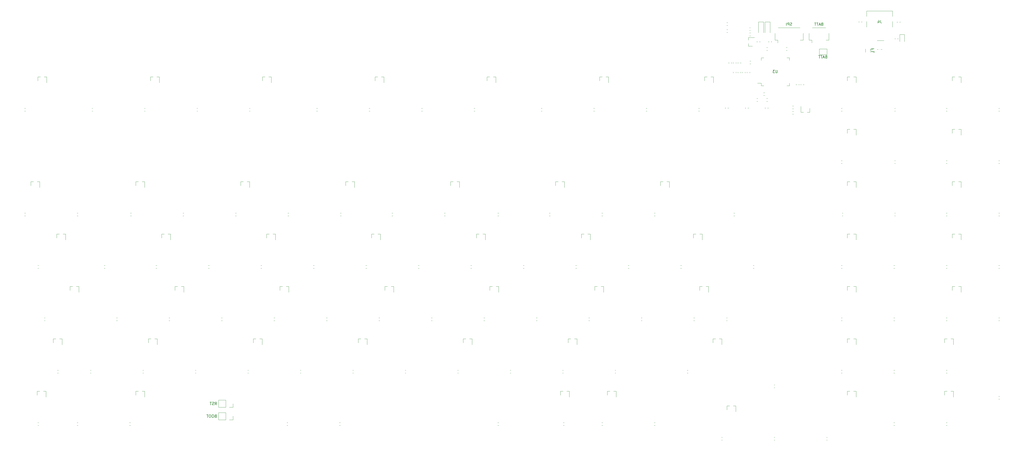
<source format=gbr>
G04 #@! TF.GenerationSoftware,KiCad,Pcbnew,5.1.7*
G04 #@! TF.CreationDate,2020-10-04T23:09:21+02:00*
G04 #@! TF.ProjectId,E80-1800-pcb-universal,4538302d-3138-4303-902d-7063622d756e,rev?*
G04 #@! TF.SameCoordinates,Original*
G04 #@! TF.FileFunction,Legend,Bot*
G04 #@! TF.FilePolarity,Positive*
%FSLAX46Y46*%
G04 Gerber Fmt 4.6, Leading zero omitted, Abs format (unit mm)*
G04 Created by KiCad (PCBNEW 5.1.7) date 2020-10-04 23:09:21*
%MOMM*%
%LPD*%
G01*
G04 APERTURE LIST*
%ADD10C,0.150000*%
%ADD11C,0.120000*%
%ADD12C,0.300000*%
%ADD13C,0.600000*%
%ADD14C,0.010000*%
%ADD15C,1.850000*%
%ADD16C,2.005000*%
%ADD17C,2.350000*%
%ADD18C,4.087800*%
%ADD19O,1.800000X1.800000*%
%ADD20C,4.100000*%
%ADD21C,1.900000*%
%ADD22C,6.100000*%
%ADD23O,1.100000X2.200000*%
%ADD24C,0.750000*%
%ADD25O,1.100000X1.700000*%
%ADD26C,3.148000*%
G04 APERTURE END LIST*
D10*
X75098532Y-116478571D02*
X74955675Y-116526190D01*
X74908056Y-116573809D01*
X74860437Y-116669047D01*
X74860437Y-116811904D01*
X74908056Y-116907142D01*
X74955675Y-116954761D01*
X75050913Y-117002380D01*
X75431866Y-117002380D01*
X75431866Y-116002380D01*
X75098532Y-116002380D01*
X75003294Y-116050000D01*
X74955675Y-116097619D01*
X74908056Y-116192857D01*
X74908056Y-116288095D01*
X74955675Y-116383333D01*
X75003294Y-116430952D01*
X75098532Y-116478571D01*
X75431866Y-116478571D01*
X74241390Y-116002380D02*
X74050913Y-116002380D01*
X73955675Y-116050000D01*
X73860437Y-116145238D01*
X73812818Y-116335714D01*
X73812818Y-116669047D01*
X73860437Y-116859523D01*
X73955675Y-116954761D01*
X74050913Y-117002380D01*
X74241390Y-117002380D01*
X74336628Y-116954761D01*
X74431866Y-116859523D01*
X74479485Y-116669047D01*
X74479485Y-116335714D01*
X74431866Y-116145238D01*
X74336628Y-116050000D01*
X74241390Y-116002380D01*
X73193770Y-116002380D02*
X73003294Y-116002380D01*
X72908056Y-116050000D01*
X72812818Y-116145238D01*
X72765199Y-116335714D01*
X72765199Y-116669047D01*
X72812818Y-116859523D01*
X72908056Y-116954761D01*
X73003294Y-117002380D01*
X73193770Y-117002380D01*
X73289009Y-116954761D01*
X73384247Y-116859523D01*
X73431866Y-116669047D01*
X73431866Y-116335714D01*
X73384247Y-116145238D01*
X73289009Y-116050000D01*
X73193770Y-116002380D01*
X72479485Y-116002380D02*
X71908056Y-116002380D01*
X72193770Y-117002380D02*
X72193770Y-116002380D01*
X74889009Y-112453880D02*
X75222342Y-111977690D01*
X75460437Y-112453880D02*
X75460437Y-111453880D01*
X75079485Y-111453880D01*
X74984247Y-111501500D01*
X74936628Y-111549119D01*
X74889009Y-111644357D01*
X74889009Y-111787214D01*
X74936628Y-111882452D01*
X74984247Y-111930071D01*
X75079485Y-111977690D01*
X75460437Y-111977690D01*
X74508056Y-112406261D02*
X74365199Y-112453880D01*
X74127104Y-112453880D01*
X74031866Y-112406261D01*
X73984247Y-112358642D01*
X73936628Y-112263404D01*
X73936628Y-112168166D01*
X73984247Y-112072928D01*
X74031866Y-112025309D01*
X74127104Y-111977690D01*
X74317580Y-111930071D01*
X74412818Y-111882452D01*
X74460437Y-111834833D01*
X74508056Y-111739595D01*
X74508056Y-111644357D01*
X74460437Y-111549119D01*
X74412818Y-111501500D01*
X74317580Y-111453880D01*
X74079485Y-111453880D01*
X73936628Y-111501500D01*
X73650913Y-111453880D02*
X73079485Y-111453880D01*
X73365199Y-112453880D02*
X73365199Y-111453880D01*
D11*
X312861390Y15780936D02*
X312861390Y16985064D01*
X311041390Y15780936D02*
X311041390Y16985064D01*
X323541390Y22248500D02*
X323541390Y19698500D01*
X325241390Y22248500D02*
X325241390Y19698500D01*
X323541390Y22248500D02*
X325241390Y22248500D01*
X287658000Y3855229D02*
X287658000Y4180787D01*
X288678000Y3855229D02*
X288678000Y4180787D01*
X81430000Y-117880000D02*
X81430000Y-116550000D01*
X78830000Y-117880000D02*
X78830000Y-115220000D01*
X78830000Y-115220000D02*
X76230000Y-115220000D01*
X78830000Y-117880000D02*
X76230000Y-117880000D01*
X76230000Y-117880000D02*
X76230000Y-115220000D01*
X80100000Y-117880000D02*
X81430000Y-117880000D01*
X81430000Y-113331500D02*
X81430000Y-112001500D01*
X78830000Y-113331500D02*
X78830000Y-110671500D01*
X78830000Y-110671500D02*
X76230000Y-110671500D01*
X78830000Y-113331500D02*
X76230000Y-113331500D01*
X76230000Y-113331500D02*
X76230000Y-110671500D01*
X80100000Y-113331500D02*
X81430000Y-113331500D01*
X290812750Y-6025000D02*
X289882750Y-6025000D01*
X287652750Y-6025000D02*
X288582750Y-6025000D01*
X287652750Y-6025000D02*
X287652750Y-3865000D01*
X290812750Y-6025000D02*
X290812750Y-4565000D01*
X268582890Y18033860D02*
X268582890Y18963860D01*
X268582890Y21193860D02*
X268582890Y20263860D01*
X268582890Y21193860D02*
X270742890Y21193860D01*
X268582890Y18033860D02*
X270042890Y18033860D01*
X101366329Y-119890320D02*
X101040771Y-119890320D01*
X101366329Y-118870320D02*
X101040771Y-118870320D01*
X120416409Y-119890320D02*
X120090851Y-119890320D01*
X120416409Y-118870320D02*
X120090851Y-118870320D01*
X340681979Y-119890480D02*
X340356421Y-119890480D01*
X340681979Y-118870480D02*
X340356421Y-118870480D01*
X321631899Y-119890480D02*
X321306341Y-119890480D01*
X321631899Y-118870480D02*
X321306341Y-118870480D01*
X297224114Y-125247913D02*
X296898556Y-125247913D01*
X297224114Y-124227913D02*
X296898556Y-124227913D01*
X278174034Y-125247913D02*
X277848476Y-125247913D01*
X278174034Y-124227913D02*
X277848476Y-124227913D01*
X259123954Y-125247913D02*
X258798396Y-125247913D01*
X259123954Y-124227913D02*
X258798396Y-124227913D01*
X234716889Y-119890320D02*
X234391331Y-119890320D01*
X234716889Y-118870320D02*
X234391331Y-118870320D01*
X215666809Y-119890320D02*
X215341251Y-119890320D01*
X215666809Y-118870320D02*
X215341251Y-118870320D01*
X201694879Y-119890320D02*
X201369321Y-119890320D01*
X201694879Y-118870320D02*
X201369321Y-118870320D01*
X177882279Y-119890320D02*
X177556721Y-119890320D01*
X177882279Y-118870320D02*
X177556721Y-118870320D01*
X44216089Y-119890320D02*
X43890531Y-119890320D01*
X44216089Y-118870320D02*
X43890531Y-118870320D01*
X25166009Y-119890320D02*
X24840451Y-119890320D01*
X25166009Y-118870320D02*
X24840451Y-118870320D01*
X10878449Y-119890320D02*
X10552891Y-119890320D01*
X10878449Y-118870320D02*
X10552891Y-118870320D01*
X359732059Y-110365440D02*
X359406501Y-110365440D01*
X359732059Y-109345440D02*
X359406501Y-109345440D01*
X340681979Y-100840400D02*
X340356421Y-100840400D01*
X340681979Y-99820400D02*
X340356421Y-99820400D01*
X321631899Y-100840400D02*
X321306341Y-100840400D01*
X321631899Y-99820400D02*
X321306341Y-99820400D01*
X302581819Y-100840400D02*
X302256261Y-100840400D01*
X302581819Y-99820400D02*
X302256261Y-99820400D01*
X278174034Y-106197833D02*
X277848476Y-106197833D01*
X278174034Y-105177833D02*
X277848476Y-105177833D01*
X246623189Y-100840240D02*
X246297631Y-100840240D01*
X246623189Y-99820240D02*
X246297631Y-99820240D01*
X220429329Y-100840240D02*
X220103771Y-100840240D01*
X220429329Y-99820240D02*
X220103771Y-99820240D01*
X201379249Y-100840240D02*
X201053691Y-100840240D01*
X201379249Y-99820240D02*
X201053691Y-99820240D01*
X182329169Y-100840240D02*
X182003611Y-100840240D01*
X182329169Y-99820240D02*
X182003611Y-99820240D01*
X163279089Y-100840240D02*
X162953531Y-100840240D01*
X163279089Y-99820240D02*
X162953531Y-99820240D01*
X144229009Y-100840240D02*
X143903451Y-100840240D01*
X144229009Y-99820240D02*
X143903451Y-99820240D01*
X125178929Y-100840240D02*
X124853371Y-100840240D01*
X125178929Y-99820240D02*
X124853371Y-99820240D01*
X106128849Y-100840240D02*
X105803291Y-100840240D01*
X106128849Y-99820240D02*
X105803291Y-99820240D01*
X87078769Y-100840240D02*
X86753211Y-100840240D01*
X87078769Y-99820240D02*
X86753211Y-99820240D01*
X68028689Y-100840240D02*
X67703131Y-100840240D01*
X68028689Y-99820240D02*
X67703131Y-99820240D01*
X48978609Y-100840240D02*
X48653051Y-100840240D01*
X48978609Y-99820240D02*
X48653051Y-99820240D01*
X29928529Y-100840240D02*
X29602971Y-100840240D01*
X29928529Y-99820240D02*
X29602971Y-99820240D01*
X18022229Y-100840240D02*
X17696671Y-100840240D01*
X18022229Y-99820240D02*
X17696671Y-99820240D01*
X359732059Y-81790320D02*
X359406501Y-81790320D01*
X359732059Y-80770320D02*
X359406501Y-80770320D01*
X340681979Y-81790320D02*
X340356421Y-81790320D01*
X340681979Y-80770320D02*
X340356421Y-80770320D01*
X321631899Y-81790320D02*
X321306341Y-81790320D01*
X321631899Y-80770320D02*
X321306341Y-80770320D01*
X302581819Y-81790320D02*
X302256261Y-81790320D01*
X302581819Y-80770320D02*
X302256261Y-80770320D01*
X260910749Y-81790160D02*
X260585191Y-81790160D01*
X260910749Y-80770160D02*
X260585191Y-80770160D01*
X249004449Y-81790160D02*
X248678891Y-81790160D01*
X249004449Y-80770160D02*
X248678891Y-80770160D01*
X229954369Y-81790160D02*
X229628811Y-81790160D01*
X229954369Y-80770160D02*
X229628811Y-80770160D01*
X210904289Y-81790160D02*
X210578731Y-81790160D01*
X210904289Y-80770160D02*
X210578731Y-80770160D01*
X191854209Y-81790160D02*
X191528651Y-81790160D01*
X191854209Y-80770160D02*
X191528651Y-80770160D01*
X172804129Y-81790160D02*
X172478571Y-81790160D01*
X172804129Y-80770160D02*
X172478571Y-80770160D01*
X153754049Y-81790160D02*
X153428491Y-81790160D01*
X153754049Y-80770160D02*
X153428491Y-80770160D01*
X134703969Y-81790160D02*
X134378411Y-81790160D01*
X134703969Y-80770160D02*
X134378411Y-80770160D01*
X115653889Y-81790160D02*
X115328331Y-81790160D01*
X115653889Y-80770160D02*
X115328331Y-80770160D01*
X96603809Y-81790160D02*
X96278251Y-81790160D01*
X96603809Y-80770160D02*
X96278251Y-80770160D01*
X77553729Y-81790160D02*
X77228171Y-81790160D01*
X77553729Y-80770160D02*
X77228171Y-80770160D01*
X58503649Y-81790160D02*
X58178091Y-81790160D01*
X58503649Y-80770160D02*
X58178091Y-80770160D01*
X39453569Y-81790160D02*
X39128011Y-81790160D01*
X39453569Y-80770160D02*
X39128011Y-80770160D01*
X13259709Y-81790160D02*
X12934151Y-81790160D01*
X13259709Y-80770160D02*
X12934151Y-80770160D01*
X359732059Y-62740240D02*
X359406501Y-62740240D01*
X359732059Y-61720240D02*
X359406501Y-61720240D01*
X340681979Y-62740240D02*
X340356421Y-62740240D01*
X340681979Y-61720240D02*
X340356421Y-61720240D01*
X321631899Y-62740240D02*
X321306341Y-62740240D01*
X321631899Y-61720240D02*
X321306341Y-61720240D01*
X302581819Y-62740240D02*
X302256261Y-62740240D01*
X302581819Y-61720240D02*
X302256261Y-61720240D01*
X270583804Y-62763913D02*
X270258246Y-62763913D01*
X270583804Y-61743913D02*
X270258246Y-61743913D01*
X244241929Y-62740080D02*
X243916371Y-62740080D01*
X244241929Y-61720080D02*
X243916371Y-61720080D01*
X225191849Y-62740080D02*
X224866291Y-62740080D01*
X225191849Y-61720080D02*
X224866291Y-61720080D01*
X206141769Y-62740080D02*
X205816211Y-62740080D01*
X206141769Y-61720080D02*
X205816211Y-61720080D01*
X187091689Y-62740080D02*
X186766131Y-62740080D01*
X187091689Y-61720080D02*
X186766131Y-61720080D01*
X168041609Y-62740080D02*
X167716051Y-62740080D01*
X168041609Y-61720080D02*
X167716051Y-61720080D01*
X148991529Y-62740080D02*
X148665971Y-62740080D01*
X148991529Y-61720080D02*
X148665971Y-61720080D01*
X129941449Y-62740080D02*
X129615891Y-62740080D01*
X129941449Y-61720080D02*
X129615891Y-61720080D01*
X110891369Y-62740080D02*
X110565811Y-62740080D01*
X110891369Y-61720080D02*
X110565811Y-61720080D01*
X91841289Y-62740080D02*
X91515731Y-62740080D01*
X91841289Y-61720080D02*
X91515731Y-61720080D01*
X72791209Y-62740080D02*
X72465651Y-62740080D01*
X72791209Y-61720080D02*
X72465651Y-61720080D01*
X53741129Y-62740080D02*
X53415571Y-62740080D01*
X53741129Y-61720080D02*
X53415571Y-61720080D01*
X35006679Y-62740080D02*
X34681121Y-62740080D01*
X35006679Y-61720080D02*
X34681121Y-61720080D01*
X10878449Y-62740080D02*
X10552891Y-62740080D01*
X10878449Y-61720080D02*
X10552891Y-61720080D01*
X359732059Y-43690000D02*
X359406501Y-43690000D01*
X359732059Y-42670000D02*
X359406501Y-42670000D01*
X340681794Y-43690000D02*
X340356236Y-43690000D01*
X340681794Y-42670000D02*
X340356236Y-42670000D01*
X321947419Y-43690000D02*
X321621861Y-43690000D01*
X321947419Y-42670000D02*
X321621861Y-42670000D01*
X302897419Y-43690000D02*
X302571861Y-43690000D01*
X302897419Y-42670000D02*
X302571861Y-42670000D01*
X263606529Y-43690000D02*
X263280971Y-43690000D01*
X263606529Y-42670000D02*
X263280971Y-42670000D01*
X234715904Y-43690000D02*
X234390346Y-43690000D01*
X234715904Y-42670000D02*
X234390346Y-42670000D01*
X215665904Y-43690000D02*
X215340346Y-43690000D01*
X215665904Y-42670000D02*
X215340346Y-42670000D01*
X196615904Y-43690000D02*
X196290346Y-43690000D01*
X196615904Y-42670000D02*
X196290346Y-42670000D01*
X177881529Y-43690000D02*
X177555971Y-43690000D01*
X177881529Y-42670000D02*
X177555971Y-42670000D01*
X158515904Y-43690000D02*
X158190346Y-43690000D01*
X158515904Y-42670000D02*
X158190346Y-42670000D01*
X139465904Y-43690000D02*
X139140346Y-43690000D01*
X139465904Y-42670000D02*
X139140346Y-42670000D01*
X120731529Y-43690000D02*
X120405971Y-43690000D01*
X120731529Y-42670000D02*
X120405971Y-42670000D01*
X101681529Y-43690000D02*
X101355971Y-43690000D01*
X101681529Y-42670000D02*
X101355971Y-42670000D01*
X82631529Y-43690000D02*
X82305971Y-43690000D01*
X82631529Y-42670000D02*
X82305971Y-42670000D01*
X63581529Y-43690000D02*
X63255971Y-43690000D01*
X63581529Y-42670000D02*
X63255971Y-42670000D01*
X44531529Y-43690000D02*
X44205971Y-43690000D01*
X44531529Y-42670000D02*
X44205971Y-42670000D01*
X25165904Y-43690000D02*
X24840346Y-43690000D01*
X25165904Y-42670000D02*
X24840346Y-42670000D01*
X6115904Y-43690000D02*
X5790346Y-43690000D01*
X6115904Y-42670000D02*
X5790346Y-42670000D01*
X359732059Y-24639920D02*
X359406501Y-24639920D01*
X359732059Y-23619920D02*
X359406501Y-23619920D01*
X340681794Y-24640000D02*
X340356236Y-24640000D01*
X340681794Y-23620000D02*
X340356236Y-23620000D01*
X321947419Y-24640000D02*
X321621861Y-24640000D01*
X321947419Y-23620000D02*
X321621861Y-23620000D01*
X302581794Y-24640000D02*
X302256236Y-24640000D01*
X302581794Y-23620000D02*
X302256236Y-23620000D01*
X359732059Y-5589840D02*
X359406501Y-5589840D01*
X359732059Y-4569840D02*
X359406501Y-4569840D01*
X340681794Y-5590000D02*
X340356236Y-5590000D01*
X340681794Y-4570000D02*
X340356236Y-4570000D01*
X321947419Y-5590000D02*
X321621861Y-5590000D01*
X321947419Y-4570000D02*
X321621861Y-4570000D01*
X302581794Y-5590000D02*
X302256236Y-5590000D01*
X302581794Y-4570000D02*
X302256236Y-4570000D01*
X250789499Y-5590000D02*
X250463941Y-5590000D01*
X250789499Y-4570000D02*
X250463941Y-4570000D01*
X231739499Y-5590000D02*
X231413941Y-5590000D01*
X231739499Y-4570000D02*
X231413941Y-4570000D01*
X212689499Y-5590000D02*
X212363941Y-5590000D01*
X212689499Y-4570000D02*
X212363941Y-4570000D01*
X193639499Y-5590000D02*
X193313941Y-5590000D01*
X193639499Y-4570000D02*
X193313941Y-4570000D01*
X169231618Y-5590000D02*
X168906060Y-5590000D01*
X169231618Y-4570000D02*
X168906060Y-4570000D01*
X150181618Y-5590000D02*
X149856060Y-5590000D01*
X150181618Y-4570000D02*
X149856060Y-4570000D01*
X131131618Y-5590000D02*
X130806060Y-5590000D01*
X131131618Y-4570000D02*
X130806060Y-4570000D01*
X112081618Y-5590000D02*
X111756060Y-5590000D01*
X112081618Y-4570000D02*
X111756060Y-4570000D01*
X87673737Y-5590000D02*
X87348179Y-5590000D01*
X87673737Y-4570000D02*
X87348179Y-4570000D01*
X68623737Y-5590000D02*
X68298179Y-5590000D01*
X68623737Y-4570000D02*
X68298179Y-4570000D01*
X49573737Y-5590000D02*
X49248179Y-5590000D01*
X49573737Y-4570000D02*
X49248179Y-4570000D01*
X30523737Y-5590000D02*
X30198179Y-5590000D01*
X30523737Y-4570000D02*
X30198179Y-4570000D01*
X6115904Y-5590000D02*
X5790346Y-5590000D01*
X6115904Y-4570000D02*
X5790346Y-4570000D01*
X264106492Y12100779D02*
X264106492Y11775221D01*
X263086492Y12100779D02*
X263086492Y11775221D01*
X261435492Y11775221D02*
X261435492Y12100779D01*
X262455492Y11775221D02*
X262455492Y12100779D01*
X264737492Y8282721D02*
X264737492Y8608279D01*
X265757492Y8282721D02*
X265757492Y8608279D01*
X264106492Y8608279D02*
X264106492Y8282721D01*
X263086492Y8608279D02*
X263086492Y8282721D01*
X274649490Y-4633179D02*
X274649490Y-4307621D01*
X275669490Y-4633179D02*
X275669490Y-4307621D01*
X267435890Y-4657279D02*
X267435890Y-4331721D01*
X268455890Y-4657279D02*
X268455890Y-4331721D01*
X260222290Y-4633179D02*
X260222290Y-4307621D01*
X261242290Y-4633179D02*
X261242290Y-4307621D01*
X271652971Y-1026500D02*
X271978529Y-1026500D01*
X271652971Y-2046500D02*
X271978529Y-2046500D01*
X309755000Y26961779D02*
X309755000Y26636221D01*
X308735000Y26961779D02*
X308735000Y26636221D01*
X323624690Y26934379D02*
X323624690Y26608821D01*
X322604690Y26934379D02*
X322604690Y26608821D01*
X284547111Y-5649500D02*
X284872669Y-5649500D01*
X284547111Y-6669500D02*
X284872669Y-6669500D01*
X284547111Y-3755000D02*
X284872669Y-3755000D01*
X284547111Y-4775000D02*
X284872669Y-4775000D01*
X261048771Y25588500D02*
X260723213Y25588500D01*
X261048771Y26608500D02*
X260723213Y26608500D01*
X261048771Y23048500D02*
X260723213Y23048500D01*
X261048771Y24068500D02*
X260723213Y24068500D01*
X339796000Y-107444000D02*
X340726000Y-107444000D01*
X342956000Y-107444000D02*
X342026000Y-107444000D01*
X342956000Y-107444000D02*
X342956000Y-109604000D01*
X339796000Y-107444000D02*
X339796000Y-108904000D01*
X304490000Y-107444000D02*
X305420000Y-107444000D01*
X307650000Y-107444000D02*
X306720000Y-107444000D01*
X307650000Y-107444000D02*
X307650000Y-109604000D01*
X304490000Y-107444000D02*
X304490000Y-108904000D01*
X260802000Y-112778000D02*
X261732000Y-112778000D01*
X263962000Y-112778000D02*
X263032000Y-112778000D01*
X263962000Y-112778000D02*
X263962000Y-114938000D01*
X260802000Y-112778000D02*
X260802000Y-114238000D01*
X217368000Y-107444000D02*
X218298000Y-107444000D01*
X220528000Y-107444000D02*
X219598000Y-107444000D01*
X220528000Y-107444000D02*
X220528000Y-109604000D01*
X217368000Y-107444000D02*
X217368000Y-108904000D01*
X200350000Y-107444000D02*
X201280000Y-107444000D01*
X203510000Y-107444000D02*
X202580000Y-107444000D01*
X203510000Y-107444000D02*
X203510000Y-109604000D01*
X200350000Y-107444000D02*
X200350000Y-108904000D01*
X46172000Y-107444000D02*
X47102000Y-107444000D01*
X49332000Y-107444000D02*
X48402000Y-107444000D01*
X49332000Y-107444000D02*
X49332000Y-109604000D01*
X46172000Y-107444000D02*
X46172000Y-108904000D01*
X10358000Y-107444000D02*
X11288000Y-107444000D01*
X13518000Y-107444000D02*
X12588000Y-107444000D01*
X13518000Y-107444000D02*
X13518000Y-109604000D01*
X10358000Y-107444000D02*
X10358000Y-108904000D01*
X339796000Y-88394000D02*
X340726000Y-88394000D01*
X342956000Y-88394000D02*
X342026000Y-88394000D01*
X342956000Y-88394000D02*
X342956000Y-90554000D01*
X339796000Y-88394000D02*
X339796000Y-89854000D01*
X304490000Y-88394000D02*
X305420000Y-88394000D01*
X307650000Y-88394000D02*
X306720000Y-88394000D01*
X307650000Y-88394000D02*
X307650000Y-90554000D01*
X304490000Y-88394000D02*
X304490000Y-89854000D01*
X255722000Y-88394000D02*
X256652000Y-88394000D01*
X258882000Y-88394000D02*
X257952000Y-88394000D01*
X258882000Y-88394000D02*
X258882000Y-90554000D01*
X255722000Y-88394000D02*
X255722000Y-89854000D01*
X203144000Y-88394000D02*
X204074000Y-88394000D01*
X206304000Y-88394000D02*
X205374000Y-88394000D01*
X206304000Y-88394000D02*
X206304000Y-90554000D01*
X203144000Y-88394000D02*
X203144000Y-89854000D01*
X165044000Y-88394000D02*
X165974000Y-88394000D01*
X168204000Y-88394000D02*
X167274000Y-88394000D01*
X168204000Y-88394000D02*
X168204000Y-90554000D01*
X165044000Y-88394000D02*
X165044000Y-89854000D01*
X126944000Y-88394000D02*
X127874000Y-88394000D01*
X130104000Y-88394000D02*
X129174000Y-88394000D01*
X130104000Y-88394000D02*
X130104000Y-90554000D01*
X126944000Y-88394000D02*
X126944000Y-89854000D01*
X88844000Y-88394000D02*
X89774000Y-88394000D01*
X92004000Y-88394000D02*
X91074000Y-88394000D01*
X92004000Y-88394000D02*
X92004000Y-90554000D01*
X88844000Y-88394000D02*
X88844000Y-89854000D01*
X50744000Y-88394000D02*
X51674000Y-88394000D01*
X53904000Y-88394000D02*
X52974000Y-88394000D01*
X53904000Y-88394000D02*
X53904000Y-90554000D01*
X50744000Y-88394000D02*
X50744000Y-89854000D01*
X16200000Y-88394000D02*
X17130000Y-88394000D01*
X19360000Y-88394000D02*
X18430000Y-88394000D01*
X19360000Y-88394000D02*
X19360000Y-90554000D01*
X16200000Y-88394000D02*
X16200000Y-89854000D01*
X342590000Y-69344000D02*
X343520000Y-69344000D01*
X345750000Y-69344000D02*
X344820000Y-69344000D01*
X345750000Y-69344000D02*
X345750000Y-71504000D01*
X342590000Y-69344000D02*
X342590000Y-70804000D01*
X304490000Y-69344000D02*
X305420000Y-69344000D01*
X307650000Y-69344000D02*
X306720000Y-69344000D01*
X307650000Y-69344000D02*
X307650000Y-71504000D01*
X304490000Y-69344000D02*
X304490000Y-70804000D01*
X250896000Y-69344000D02*
X251826000Y-69344000D01*
X254056000Y-69344000D02*
X253126000Y-69344000D01*
X254056000Y-69344000D02*
X254056000Y-71504000D01*
X250896000Y-69344000D02*
X250896000Y-70804000D01*
X212796000Y-69344000D02*
X213726000Y-69344000D01*
X215956000Y-69344000D02*
X215026000Y-69344000D01*
X215956000Y-69344000D02*
X215956000Y-71504000D01*
X212796000Y-69344000D02*
X212796000Y-70804000D01*
X174696000Y-69344000D02*
X175626000Y-69344000D01*
X177856000Y-69344000D02*
X176926000Y-69344000D01*
X177856000Y-69344000D02*
X177856000Y-71504000D01*
X174696000Y-69344000D02*
X174696000Y-70804000D01*
X136596000Y-69344000D02*
X137526000Y-69344000D01*
X139756000Y-69344000D02*
X138826000Y-69344000D01*
X139756000Y-69344000D02*
X139756000Y-71504000D01*
X136596000Y-69344000D02*
X136596000Y-70804000D01*
X98496000Y-69344000D02*
X99426000Y-69344000D01*
X101656000Y-69344000D02*
X100726000Y-69344000D01*
X101656000Y-69344000D02*
X101656000Y-71504000D01*
X98496000Y-69344000D02*
X98496000Y-70804000D01*
X60396000Y-69344000D02*
X61326000Y-69344000D01*
X63556000Y-69344000D02*
X62626000Y-69344000D01*
X63556000Y-69344000D02*
X63556000Y-71504000D01*
X60396000Y-69344000D02*
X60396000Y-70804000D01*
X22296000Y-69344000D02*
X23226000Y-69344000D01*
X25456000Y-69344000D02*
X24526000Y-69344000D01*
X25456000Y-69344000D02*
X25456000Y-71504000D01*
X22296000Y-69344000D02*
X22296000Y-70804000D01*
X342590000Y-50294000D02*
X343520000Y-50294000D01*
X345750000Y-50294000D02*
X344820000Y-50294000D01*
X345750000Y-50294000D02*
X345750000Y-52454000D01*
X342590000Y-50294000D02*
X342590000Y-51754000D01*
X304490000Y-50294000D02*
X305420000Y-50294000D01*
X307650000Y-50294000D02*
X306720000Y-50294000D01*
X307650000Y-50294000D02*
X307650000Y-52454000D01*
X304490000Y-50294000D02*
X304490000Y-51754000D01*
X248610000Y-50294000D02*
X249540000Y-50294000D01*
X251770000Y-50294000D02*
X250840000Y-50294000D01*
X251770000Y-50294000D02*
X251770000Y-52454000D01*
X248610000Y-50294000D02*
X248610000Y-51754000D01*
X207970000Y-50294000D02*
X208900000Y-50294000D01*
X211130000Y-50294000D02*
X210200000Y-50294000D01*
X211130000Y-50294000D02*
X211130000Y-52454000D01*
X207970000Y-50294000D02*
X207970000Y-51754000D01*
X169870000Y-50294000D02*
X170800000Y-50294000D01*
X173030000Y-50294000D02*
X172100000Y-50294000D01*
X173030000Y-50294000D02*
X173030000Y-52454000D01*
X169870000Y-50294000D02*
X169870000Y-51754000D01*
X131770000Y-50294000D02*
X132700000Y-50294000D01*
X134930000Y-50294000D02*
X134000000Y-50294000D01*
X134930000Y-50294000D02*
X134930000Y-52454000D01*
X131770000Y-50294000D02*
X131770000Y-51754000D01*
X93670000Y-50294000D02*
X94600000Y-50294000D01*
X96830000Y-50294000D02*
X95900000Y-50294000D01*
X96830000Y-50294000D02*
X96830000Y-52454000D01*
X93670000Y-50294000D02*
X93670000Y-51754000D01*
X55570000Y-50294000D02*
X56500000Y-50294000D01*
X58730000Y-50294000D02*
X57800000Y-50294000D01*
X58730000Y-50294000D02*
X58730000Y-52454000D01*
X55570000Y-50294000D02*
X55570000Y-51754000D01*
X17470000Y-50294000D02*
X18400000Y-50294000D01*
X20630000Y-50294000D02*
X19700000Y-50294000D01*
X20630000Y-50294000D02*
X20630000Y-52454000D01*
X17470000Y-50294000D02*
X17470000Y-51754000D01*
X342590000Y-31244000D02*
X343520000Y-31244000D01*
X345750000Y-31244000D02*
X344820000Y-31244000D01*
X345750000Y-31244000D02*
X345750000Y-33404000D01*
X342590000Y-31244000D02*
X342590000Y-32704000D01*
X304490000Y-31244000D02*
X305420000Y-31244000D01*
X307650000Y-31244000D02*
X306720000Y-31244000D01*
X307650000Y-31244000D02*
X307650000Y-33404000D01*
X304490000Y-31244000D02*
X304490000Y-32704000D01*
X236672000Y-31244000D02*
X237602000Y-31244000D01*
X239832000Y-31244000D02*
X238902000Y-31244000D01*
X239832000Y-31244000D02*
X239832000Y-33404000D01*
X236672000Y-31244000D02*
X236672000Y-32704000D01*
X198572000Y-31244000D02*
X199502000Y-31244000D01*
X201732000Y-31244000D02*
X200802000Y-31244000D01*
X201732000Y-31244000D02*
X201732000Y-33404000D01*
X198572000Y-31244000D02*
X198572000Y-32704000D01*
X160472000Y-31244000D02*
X161402000Y-31244000D01*
X163632000Y-31244000D02*
X162702000Y-31244000D01*
X163632000Y-31244000D02*
X163632000Y-33404000D01*
X160472000Y-31244000D02*
X160472000Y-32704000D01*
X122372000Y-31244000D02*
X123302000Y-31244000D01*
X125532000Y-31244000D02*
X124602000Y-31244000D01*
X125532000Y-31244000D02*
X125532000Y-33404000D01*
X122372000Y-31244000D02*
X122372000Y-32704000D01*
X84272000Y-31244000D02*
X85202000Y-31244000D01*
X87432000Y-31244000D02*
X86502000Y-31244000D01*
X87432000Y-31244000D02*
X87432000Y-33404000D01*
X84272000Y-31244000D02*
X84272000Y-32704000D01*
X46172000Y-31244000D02*
X47102000Y-31244000D01*
X49332000Y-31244000D02*
X48402000Y-31244000D01*
X49332000Y-31244000D02*
X49332000Y-33404000D01*
X46172000Y-31244000D02*
X46172000Y-32704000D01*
X8072000Y-31244000D02*
X9002000Y-31244000D01*
X11232000Y-31244000D02*
X10302000Y-31244000D01*
X11232000Y-31244000D02*
X11232000Y-33404000D01*
X8072000Y-31244000D02*
X8072000Y-32704000D01*
X342590000Y-12194000D02*
X343520000Y-12194000D01*
X345750000Y-12194000D02*
X344820000Y-12194000D01*
X345750000Y-12194000D02*
X345750000Y-14354000D01*
X342590000Y-12194000D02*
X342590000Y-13654000D01*
X304490000Y-12194000D02*
X305420000Y-12194000D01*
X307650000Y-12194000D02*
X306720000Y-12194000D01*
X307650000Y-12194000D02*
X307650000Y-14354000D01*
X304490000Y-12194000D02*
X304490000Y-13654000D01*
X342590000Y6856000D02*
X343520000Y6856000D01*
X345750000Y6856000D02*
X344820000Y6856000D01*
X345750000Y6856000D02*
X345750000Y4696000D01*
X342590000Y6856000D02*
X342590000Y5396000D01*
X304490000Y6856000D02*
X305420000Y6856000D01*
X307650000Y6856000D02*
X306720000Y6856000D01*
X307650000Y6856000D02*
X307650000Y4696000D01*
X304490000Y6856000D02*
X304490000Y5396000D01*
X252674000Y6856000D02*
X253604000Y6856000D01*
X255834000Y6856000D02*
X254904000Y6856000D01*
X255834000Y6856000D02*
X255834000Y4696000D01*
X252674000Y6856000D02*
X252674000Y5396000D01*
X214574000Y6856000D02*
X215504000Y6856000D01*
X217734000Y6856000D02*
X216804000Y6856000D01*
X217734000Y6856000D02*
X217734000Y4696000D01*
X214574000Y6856000D02*
X214574000Y5396000D01*
X173680000Y6856000D02*
X174610000Y6856000D01*
X176840000Y6856000D02*
X175910000Y6856000D01*
X176840000Y6856000D02*
X176840000Y4696000D01*
X173680000Y6856000D02*
X173680000Y5396000D01*
X133040000Y6856000D02*
X133970000Y6856000D01*
X136200000Y6856000D02*
X135270000Y6856000D01*
X136200000Y6856000D02*
X136200000Y4696000D01*
X133040000Y6856000D02*
X133040000Y5396000D01*
X92146000Y6856000D02*
X93076000Y6856000D01*
X95306000Y6856000D02*
X94376000Y6856000D01*
X95306000Y6856000D02*
X95306000Y4696000D01*
X92146000Y6856000D02*
X92146000Y5396000D01*
X51506000Y6856000D02*
X52436000Y6856000D01*
X54666000Y6856000D02*
X53736000Y6856000D01*
X54666000Y6856000D02*
X54666000Y4696000D01*
X51506000Y6856000D02*
X51506000Y5396000D01*
X10612000Y6856000D02*
X11542000Y6856000D01*
X13772000Y6856000D02*
X12842000Y6856000D01*
X13772000Y6856000D02*
X13772000Y4696000D01*
X10612000Y6856000D02*
X10612000Y5396000D01*
X265757492Y12100779D02*
X265757492Y11775221D01*
X264737492Y12100779D02*
X264737492Y11775221D01*
X267408492Y8608279D02*
X267408492Y8282721D01*
X266388492Y8608279D02*
X266388492Y8282721D01*
X275478529Y-2046500D02*
X275152971Y-2046500D01*
X275478529Y-1026500D02*
X275152971Y-1026500D01*
X268039492Y8282721D02*
X268039492Y8608279D01*
X269059492Y8282721D02*
X269059492Y8608279D01*
X275897890Y19483361D02*
X275897890Y19808919D01*
X276917890Y19483361D02*
X276917890Y19808919D01*
X274051471Y1081500D02*
X274377029Y1081500D01*
X274051471Y61500D02*
X274377029Y61500D01*
X282650169Y16461500D02*
X282324611Y16461500D01*
X282650169Y17481500D02*
X282324611Y17481500D01*
X275513529Y16461500D02*
X275187971Y16461500D01*
X275513529Y17481500D02*
X275187971Y17481500D01*
X269402779Y11619008D02*
X269077221Y11619008D01*
X269402779Y12639008D02*
X269077221Y12639008D01*
X285938500Y3855229D02*
X285938500Y4180787D01*
X286958500Y3855229D02*
X286958500Y4180787D01*
X271690390Y19458721D02*
X271690390Y19784279D01*
X272710390Y19458721D02*
X272710390Y19784279D01*
X268966111Y24708500D02*
X269291669Y24708500D01*
X268966111Y23688500D02*
X269291669Y23688500D01*
X268967611Y22808500D02*
X269293169Y22808500D01*
X268967611Y21788500D02*
X269293169Y21788500D01*
X274087890Y26821000D02*
X274087890Y22911000D01*
X272217890Y26821000D02*
X274087890Y26821000D01*
X272217890Y22911000D02*
X272217890Y26821000D01*
X276476390Y26821000D02*
X276476390Y22911000D01*
X274606390Y26821000D02*
X276476390Y26821000D01*
X274606390Y22911000D02*
X274606390Y26821000D01*
X297085992Y17000000D02*
X294285992Y17000000D01*
X294285992Y17000000D02*
X294285992Y15000000D01*
X294285992Y15000000D02*
X297085992Y15000000D01*
X297085992Y15000000D02*
X297085992Y17000000D01*
X291745992Y24685000D02*
X296625992Y24685000D01*
X297795992Y20215000D02*
X296745992Y20215000D01*
X297795992Y22715000D02*
X297795992Y20215000D01*
X291625992Y20215000D02*
X291625992Y19225000D01*
X290575992Y20215000D02*
X291625992Y20215000D01*
X290575992Y22715000D02*
X290575992Y20215000D01*
X322811890Y20577233D02*
X322811890Y20919767D01*
X321791890Y20577233D02*
X321791890Y20919767D01*
X317105890Y16807000D02*
X315305890Y16807000D01*
X315305890Y20027000D02*
X317755890Y20027000D01*
X311505890Y28900000D02*
X311505890Y30800000D01*
X311505890Y25000000D02*
X311505890Y27000000D01*
X320905890Y28900000D02*
X320905890Y30800000D01*
X320905890Y25000000D02*
X320905890Y27000000D01*
X311505890Y30800000D02*
X320905890Y30800000D01*
X273242250Y4539500D02*
X271902250Y4539500D01*
X273242250Y3589500D02*
X273242250Y4539500D01*
X274192250Y3589500D02*
X273242250Y3589500D01*
X283462250Y3589500D02*
X283462250Y4539500D01*
X282512250Y3589500D02*
X283462250Y3589500D01*
X273242250Y13809500D02*
X273242250Y12859500D01*
X274192250Y13809500D02*
X273242250Y13809500D01*
X283462250Y13809500D02*
X283462250Y12859500D01*
X282512250Y13809500D02*
X283462250Y13809500D01*
X279397000Y24685000D02*
X287277000Y24685000D01*
X288447000Y20215000D02*
X287397000Y20215000D01*
X288447000Y22715000D02*
X288447000Y20215000D01*
X279277000Y20215000D02*
X279277000Y19225000D01*
X278227000Y20215000D02*
X279277000Y20215000D01*
X278227000Y22715000D02*
X278227000Y20215000D01*
D10*
X313699961Y16716333D02*
X313699961Y17049666D01*
X314223770Y17049666D02*
X313223770Y17049666D01*
X313223770Y16573476D01*
X314223770Y15668714D02*
X314223770Y16240142D01*
X314223770Y15954428D02*
X313223770Y15954428D01*
X313366628Y16049666D01*
X313461866Y16144904D01*
X313509485Y16240142D01*
X296805039Y14171428D02*
X296662182Y14123809D01*
X296614563Y14076190D01*
X296566944Y13980952D01*
X296566944Y13838095D01*
X296614563Y13742857D01*
X296662182Y13695238D01*
X296757420Y13647619D01*
X297138372Y13647619D01*
X297138372Y14647619D01*
X296805039Y14647619D01*
X296709801Y14600000D01*
X296662182Y14552380D01*
X296614563Y14457142D01*
X296614563Y14361904D01*
X296662182Y14266666D01*
X296709801Y14219047D01*
X296805039Y14171428D01*
X297138372Y14171428D01*
X296185992Y13933333D02*
X295709801Y13933333D01*
X296281230Y13647619D02*
X295947896Y14647619D01*
X295614563Y13647619D01*
X295424087Y14647619D02*
X294852658Y14647619D01*
X295138372Y13647619D02*
X295138372Y14647619D01*
X294662182Y14647619D02*
X294090753Y14647619D01*
X294376468Y13647619D02*
X294376468Y14647619D01*
X295305039Y26051428D02*
X295162182Y26003809D01*
X295114563Y25956190D01*
X295066944Y25860952D01*
X295066944Y25718095D01*
X295114563Y25622857D01*
X295162182Y25575238D01*
X295257420Y25527619D01*
X295638372Y25527619D01*
X295638372Y26527619D01*
X295305039Y26527619D01*
X295209801Y26480000D01*
X295162182Y26432380D01*
X295114563Y26337142D01*
X295114563Y26241904D01*
X295162182Y26146666D01*
X295209801Y26099047D01*
X295305039Y26051428D01*
X295638372Y26051428D01*
X294685992Y25813333D02*
X294209801Y25813333D01*
X294781230Y25527619D02*
X294447896Y26527619D01*
X294114563Y25527619D01*
X293924087Y26527619D02*
X293352658Y26527619D01*
X293638372Y25527619D02*
X293638372Y26527619D01*
X293162182Y26527619D02*
X292590753Y26527619D01*
X292876468Y25527619D02*
X292876468Y26527619D01*
X316571325Y27443219D02*
X316571325Y26728933D01*
X316618944Y26586076D01*
X316714182Y26490838D01*
X316857039Y26443219D01*
X316952277Y26443219D01*
X315666563Y27109885D02*
X315666563Y26443219D01*
X315904658Y27490838D02*
X316142753Y26776552D01*
X315523706Y26776552D01*
X279114154Y9310619D02*
X279114154Y8501095D01*
X279066535Y8405857D01*
X279018916Y8358238D01*
X278923678Y8310619D01*
X278733202Y8310619D01*
X278637964Y8358238D01*
X278590345Y8405857D01*
X278542726Y8501095D01*
X278542726Y9310619D01*
X278161773Y9310619D02*
X277542726Y9310619D01*
X277876059Y8929666D01*
X277733202Y8929666D01*
X277637964Y8882047D01*
X277590345Y8834428D01*
X277542726Y8739190D01*
X277542726Y8501095D01*
X277590345Y8405857D01*
X277637964Y8358238D01*
X277733202Y8310619D01*
X278018916Y8310619D01*
X278114154Y8358238D01*
X278161773Y8405857D01*
X284360809Y25575238D02*
X284217952Y25527619D01*
X283979857Y25527619D01*
X283884619Y25575238D01*
X283837000Y25622857D01*
X283789380Y25718095D01*
X283789380Y25813333D01*
X283837000Y25908571D01*
X283884619Y25956190D01*
X283979857Y26003809D01*
X284170333Y26051428D01*
X284265571Y26099047D01*
X284313190Y26146666D01*
X284360809Y26241904D01*
X284360809Y26337142D01*
X284313190Y26432380D01*
X284265571Y26480000D01*
X284170333Y26527619D01*
X283932238Y26527619D01*
X283789380Y26480000D01*
X283360809Y25527619D02*
X283360809Y26527619D01*
X282979857Y26527619D01*
X282884619Y26480000D01*
X282837000Y26432380D01*
X282789380Y26337142D01*
X282789380Y26194285D01*
X282837000Y26099047D01*
X282884619Y26051428D01*
X282979857Y26003809D01*
X283360809Y26003809D01*
X282360809Y25527619D02*
X282360809Y26527619D01*
%LPC*%
D12*
X316405890Y16498000D02*
X316405890Y16300156D01*
X316406762Y16533537D02*
X316405890Y16498000D01*
X316409377Y16568990D02*
X316406762Y16533537D01*
X316413729Y16604271D02*
X316409377Y16568990D01*
X316419806Y16639296D02*
X316413729Y16604271D01*
X316427595Y16673981D02*
X316419806Y16639296D01*
X316437076Y16708242D02*
X316427595Y16673981D01*
X316448227Y16741997D02*
X316437076Y16708242D01*
X316461021Y16775163D02*
X316448227Y16741997D01*
X316475427Y16807662D02*
X316461021Y16775163D01*
X316491410Y16839415D02*
X316475427Y16807662D01*
X316508932Y16870346D02*
X316491410Y16839415D01*
X316527950Y16900379D02*
X316508932Y16870346D01*
X316548419Y16929443D02*
X316527950Y16900379D01*
X316570290Y16957468D02*
X316548419Y16929443D01*
X316593509Y16984385D02*
X316570290Y16957468D01*
X316618022Y17010132D02*
X316593509Y16984385D01*
X316618022Y17010132D02*
X317074890Y17467000D01*
X288568406Y7312672D02*
X290297127Y9041393D01*
X288469712Y7218708D02*
X288568406Y7312672D01*
X288366527Y7129701D02*
X288469712Y7218708D01*
X288259100Y7045863D02*
X288366527Y7129701D01*
X288147688Y6967398D02*
X288259100Y7045863D01*
X288032560Y6894494D02*
X288147688Y6967398D01*
X287913993Y6827327D02*
X288032560Y6894494D01*
X287792274Y6766058D02*
X287913993Y6827327D01*
X287667694Y6710836D02*
X287792274Y6766058D01*
X287540556Y6661793D02*
X287667694Y6710836D01*
X287411164Y6619048D02*
X287540556Y6661793D01*
X287279830Y6582703D02*
X287411164Y6619048D01*
X287146871Y6552846D02*
X287279830Y6582703D01*
X287012608Y6529549D02*
X287146871Y6552846D01*
X286877363Y6512868D02*
X287012608Y6529549D01*
X286741462Y6502844D02*
X286877363Y6512868D01*
X286605234Y6499500D02*
X286741462Y6502844D01*
X286605234Y6499500D02*
X284077250Y6499500D01*
X311817406Y10561672D02*
X315592717Y14336983D01*
X311718712Y10467708D02*
X311817406Y10561672D01*
X311615527Y10378701D02*
X311718712Y10467708D01*
X311508100Y10294863D02*
X311615527Y10378701D01*
X311396688Y10216398D02*
X311508100Y10294863D01*
X311281560Y10143494D02*
X311396688Y10216398D01*
X311162993Y10076327D02*
X311281560Y10143494D01*
X311041274Y10015058D02*
X311162993Y10076327D01*
X310916694Y9959836D02*
X311041274Y10015058D01*
X310789556Y9910793D02*
X310916694Y9959836D01*
X310660164Y9868048D02*
X310789556Y9910793D01*
X310528830Y9831703D02*
X310660164Y9868048D01*
X310395871Y9801846D02*
X310528830Y9831703D01*
X310261608Y9778549D02*
X310395871Y9801846D01*
X310126363Y9761868D02*
X310261608Y9778549D01*
X309990462Y9751844D02*
X310126363Y9761868D01*
X309854234Y9748500D02*
X309990462Y9751844D01*
X309854234Y9748500D02*
X292004234Y9748500D01*
X315686680Y14435675D02*
X315592717Y14336983D01*
X315775688Y14538860D02*
X315686680Y14435675D01*
X315859526Y14646288D02*
X315775688Y14538860D01*
X315937991Y14757700D02*
X315859526Y14646288D01*
X316010895Y14872828D02*
X315937991Y14757700D01*
X316078062Y14991395D02*
X316010895Y14872828D01*
X316139331Y15113115D02*
X316078062Y14991395D01*
X316194553Y15237694D02*
X316139331Y15113115D01*
X316243596Y15364833D02*
X316194553Y15237694D01*
X316286341Y15494225D02*
X316243596Y15364833D01*
X316322686Y15625558D02*
X316286341Y15494225D01*
X316352543Y15758517D02*
X316322686Y15625558D01*
X316375840Y15892781D02*
X316352543Y15758517D01*
X316392521Y16028026D02*
X316375840Y15892781D01*
X316402545Y16163927D02*
X316392521Y16028026D01*
X316405890Y16300156D02*
X316402545Y16163927D01*
X291885774Y9745591D02*
X292004234Y9748500D01*
X291767599Y9736874D02*
X291885774Y9745591D01*
X291649995Y9722369D02*
X291767599Y9736874D01*
X291533244Y9702111D02*
X291649995Y9722369D01*
X291417627Y9676148D02*
X291533244Y9702111D01*
X291303424Y9644544D02*
X291417627Y9676148D01*
X291190909Y9607374D02*
X291303424Y9644544D01*
X291080354Y9564728D02*
X291190909Y9607374D01*
X290972024Y9516709D02*
X291080354Y9564728D01*
X290866181Y9463432D02*
X290972024Y9516709D01*
X290763080Y9405026D02*
X290866181Y9463432D01*
X290662968Y9341631D02*
X290763080Y9405026D01*
X290566088Y9273400D02*
X290662968Y9341631D01*
X290472672Y9200498D02*
X290566088Y9273400D01*
X290382947Y9123100D02*
X290472672Y9200498D01*
X290297127Y9041393D02*
X290382947Y9123100D01*
X284027250Y6449500D02*
X284077250Y6499500D01*
X316005890Y16494000D02*
X316005890Y16315844D01*
X316005016Y16529537D02*
X316005890Y16494000D01*
X316002401Y16564990D02*
X316005016Y16529537D01*
X315998050Y16600271D02*
X316002401Y16564990D01*
X315991972Y16635296D02*
X315998050Y16600271D01*
X315984183Y16669981D02*
X315991972Y16635296D01*
X315974702Y16704242D02*
X315984183Y16669981D01*
X315963551Y16737997D02*
X315974702Y16704242D01*
X315950757Y16771163D02*
X315963551Y16737997D01*
X315936351Y16803662D02*
X315950757Y16771163D01*
X315920368Y16835415D02*
X315936351Y16803662D01*
X315902846Y16866345D02*
X315920368Y16835415D01*
X315883828Y16896379D02*
X315902846Y16866345D01*
X315863358Y16925443D02*
X315883828Y16896379D01*
X315841488Y16953467D02*
X315863358Y16925443D01*
X315818268Y16980385D02*
X315841488Y16953467D01*
X315793757Y17006132D02*
X315818268Y16980385D01*
X315793757Y17006132D02*
X315332890Y17467000D01*
X291988546Y10148500D02*
X309838546Y10148500D01*
X291852317Y10145155D02*
X291988546Y10148500D01*
X291716416Y10135131D02*
X291852317Y10145155D01*
X291581171Y10118450D02*
X291716416Y10135131D01*
X291446907Y10095153D02*
X291581171Y10118450D01*
X291313948Y10065296D02*
X291446907Y10095153D01*
X291182615Y10028951D02*
X291313948Y10065296D01*
X291053223Y9986205D02*
X291182615Y10028951D01*
X290926084Y9937163D02*
X291053223Y9986205D01*
X290801505Y9881940D02*
X290926084Y9937163D01*
X290679785Y9820672D02*
X290801505Y9881940D01*
X290561218Y9753505D02*
X290679785Y9820672D01*
X290446090Y9680601D02*
X290561218Y9753505D01*
X290334678Y9602135D02*
X290446090Y9680601D01*
X290227250Y9518298D02*
X290334678Y9602135D01*
X290124066Y9429290D02*
X290227250Y9518298D01*
X290025373Y9335327D02*
X290124066Y9429290D01*
X290025373Y9335327D02*
X288296652Y7606606D01*
X315298783Y14608737D02*
X311545652Y10855606D01*
X315380490Y14694556D02*
X315298783Y14608737D01*
X315457888Y14784282D02*
X315380490Y14694556D01*
X315530790Y14877698D02*
X315457888Y14784282D01*
X315599021Y14974578D02*
X315530790Y14877698D01*
X315662416Y15074689D02*
X315599021Y14974578D01*
X315720822Y15177791D02*
X315662416Y15074689D01*
X315774099Y15283634D02*
X315720822Y15177791D01*
X315822118Y15391964D02*
X315774099Y15283634D01*
X315864764Y15502519D02*
X315822118Y15391964D01*
X315901934Y15615034D02*
X315864764Y15502519D01*
X315933539Y15729237D02*
X315901934Y15615034D01*
X315959501Y15844854D02*
X315933539Y15729237D01*
X315979759Y15961605D02*
X315959501Y15844854D01*
X315994264Y16079209D02*
X315979759Y15961605D01*
X316002981Y16197384D02*
X315994264Y16079209D01*
X316005890Y16315844D02*
X316002981Y16197384D01*
X309957005Y10151407D02*
X309838546Y10148500D01*
X310075180Y10160124D02*
X309957005Y10151407D01*
X310192784Y10174629D02*
X310075180Y10160124D01*
X310309535Y10194887D02*
X310192784Y10174629D01*
X310425151Y10220850D02*
X310309535Y10194887D01*
X310539354Y10252454D02*
X310425151Y10220850D01*
X310651869Y10289624D02*
X310539354Y10252454D01*
X310762425Y10332270D02*
X310651869Y10289624D01*
X310870754Y10380289D02*
X310762425Y10332270D01*
X310976597Y10433566D02*
X310870754Y10380289D01*
X311079699Y10491972D02*
X310976597Y10433566D01*
X311179810Y10555367D02*
X311079699Y10491972D01*
X311276690Y10623598D02*
X311179810Y10555367D01*
X311370106Y10696500D02*
X311276690Y10623598D01*
X311459831Y10773898D02*
X311370106Y10696500D01*
X311545652Y10855606D02*
X311459831Y10773898D01*
X286589546Y6899500D02*
X284077250Y6899500D01*
X286708005Y6902407D02*
X286589546Y6899500D01*
X286826180Y6911124D02*
X286708005Y6902407D01*
X286943784Y6925629D02*
X286826180Y6911124D01*
X287060535Y6945887D02*
X286943784Y6925629D01*
X287176151Y6971850D02*
X287060535Y6945887D01*
X287290354Y7003454D02*
X287176151Y6971850D01*
X287402869Y7040624D02*
X287290354Y7003454D01*
X287513425Y7083270D02*
X287402869Y7040624D01*
X287621754Y7131289D02*
X287513425Y7083270D01*
X287727597Y7184566D02*
X287621754Y7131289D01*
X287830699Y7242972D02*
X287727597Y7184566D01*
X287930810Y7306367D02*
X287830699Y7242972D01*
X288027690Y7374598D02*
X287930810Y7306367D01*
X288121106Y7447500D02*
X288027690Y7374598D01*
X288210831Y7524898D02*
X288121106Y7447500D01*
X288296652Y7606606D02*
X288210831Y7524898D01*
X284027250Y6949500D02*
X284077250Y6899500D01*
D13*
X215910992Y-14065917D02*
X215910992Y-24065917D01*
D12*
X214489801Y-15488059D02*
X213823134Y-15488059D01*
X213537420Y-16535678D02*
X214489801Y-16535678D01*
X214489801Y-14535678D01*
X213537420Y-14535678D01*
X212394563Y-15392821D02*
X212585039Y-15297583D01*
X212680277Y-15202345D01*
X212775515Y-15011869D01*
X212775515Y-14916631D01*
X212680277Y-14726155D01*
X212585039Y-14630917D01*
X212394563Y-14535678D01*
X212013611Y-14535678D01*
X211823134Y-14630917D01*
X211727896Y-14726155D01*
X211632658Y-14916631D01*
X211632658Y-15011869D01*
X211727896Y-15202345D01*
X211823134Y-15297583D01*
X212013611Y-15392821D01*
X212394563Y-15392821D01*
X212585039Y-15488059D01*
X212680277Y-15583297D01*
X212775515Y-15773774D01*
X212775515Y-16154726D01*
X212680277Y-16345202D01*
X212585039Y-16440440D01*
X212394563Y-16535678D01*
X212013611Y-16535678D01*
X211823134Y-16440440D01*
X211727896Y-16345202D01*
X211632658Y-16154726D01*
X211632658Y-15773774D01*
X211727896Y-15583297D01*
X211823134Y-15488059D01*
X212013611Y-15392821D01*
X210394563Y-14535678D02*
X210204087Y-14535678D01*
X210013611Y-14630917D01*
X209918372Y-14726155D01*
X209823134Y-14916631D01*
X209727896Y-15297583D01*
X209727896Y-15773774D01*
X209823134Y-16154726D01*
X209918372Y-16345202D01*
X210013611Y-16440440D01*
X210204087Y-16535678D01*
X210394563Y-16535678D01*
X210585039Y-16440440D01*
X210680277Y-16345202D01*
X210775515Y-16154726D01*
X210870753Y-15773774D01*
X210870753Y-15297583D01*
X210775515Y-14916631D01*
X210680277Y-14726155D01*
X210585039Y-14630917D01*
X210394563Y-14535678D01*
X208870753Y-15773774D02*
X207346944Y-15773774D01*
X205346944Y-16535678D02*
X206489801Y-16535678D01*
X205918372Y-16535678D02*
X205918372Y-14535678D01*
X206108849Y-14821393D01*
X206299325Y-15011869D01*
X206489801Y-15107107D01*
X204204087Y-15392821D02*
X204394563Y-15297583D01*
X204489801Y-15202345D01*
X204585039Y-15011869D01*
X204585039Y-14916631D01*
X204489801Y-14726155D01*
X204394563Y-14630917D01*
X204204087Y-14535678D01*
X203823134Y-14535678D01*
X203632658Y-14630917D01*
X203537420Y-14726155D01*
X203442182Y-14916631D01*
X203442182Y-15011869D01*
X203537420Y-15202345D01*
X203632658Y-15297583D01*
X203823134Y-15392821D01*
X204204087Y-15392821D01*
X204394563Y-15488059D01*
X204489801Y-15583297D01*
X204585039Y-15773774D01*
X204585039Y-16154726D01*
X204489801Y-16345202D01*
X204394563Y-16440440D01*
X204204087Y-16535678D01*
X203823134Y-16535678D01*
X203632658Y-16440440D01*
X203537420Y-16345202D01*
X203442182Y-16154726D01*
X203442182Y-15773774D01*
X203537420Y-15583297D01*
X203632658Y-15488059D01*
X203823134Y-15392821D01*
X202204087Y-14535678D02*
X202013611Y-14535678D01*
X201823134Y-14630917D01*
X201727896Y-14726155D01*
X201632658Y-14916631D01*
X201537420Y-15297583D01*
X201537420Y-15773774D01*
X201632658Y-16154726D01*
X201727896Y-16345202D01*
X201823134Y-16440440D01*
X202013611Y-16535678D01*
X202204087Y-16535678D01*
X202394563Y-16440440D01*
X202489801Y-16345202D01*
X202585039Y-16154726D01*
X202680277Y-15773774D01*
X202680277Y-15297583D01*
X202585039Y-14916631D01*
X202489801Y-14726155D01*
X202394563Y-14630917D01*
X202204087Y-14535678D01*
X200299325Y-14535678D02*
X200108849Y-14535678D01*
X199918372Y-14630917D01*
X199823134Y-14726155D01*
X199727896Y-14916631D01*
X199632658Y-15297583D01*
X199632658Y-15773774D01*
X199727896Y-16154726D01*
X199823134Y-16345202D01*
X199918372Y-16440440D01*
X200108849Y-16535678D01*
X200299325Y-16535678D01*
X200489801Y-16440440D01*
X200585039Y-16345202D01*
X200680277Y-16154726D01*
X200775515Y-15773774D01*
X200775515Y-15297583D01*
X200680277Y-14916631D01*
X200585039Y-14726155D01*
X200489801Y-14630917D01*
X200299325Y-14535678D01*
X197251706Y-16535678D02*
X197251706Y-15202345D01*
X197251706Y-15583297D02*
X197156468Y-15392821D01*
X197061230Y-15297583D01*
X196870753Y-15202345D01*
X196680277Y-15202345D01*
X194965992Y-16535678D02*
X196108849Y-16535678D01*
X195537420Y-16535678D02*
X195537420Y-14535678D01*
X195727896Y-14821393D01*
X195918372Y-15011869D01*
X196108849Y-15107107D01*
X213632658Y-18502345D02*
X213632658Y-20121393D01*
X213727896Y-20311869D01*
X213823134Y-20407107D01*
X214013611Y-20502345D01*
X214299325Y-20502345D01*
X214489801Y-20407107D01*
X213632658Y-19740440D02*
X213823134Y-19835678D01*
X214204087Y-19835678D01*
X214394563Y-19740440D01*
X214489801Y-19645202D01*
X214585039Y-19454726D01*
X214585039Y-18883297D01*
X214489801Y-18692821D01*
X214394563Y-18597583D01*
X214204087Y-18502345D01*
X213823134Y-18502345D01*
X213632658Y-18597583D01*
X212680277Y-19835678D02*
X212680277Y-18502345D01*
X212680277Y-17835678D02*
X212775515Y-17930917D01*
X212680277Y-18026155D01*
X212585039Y-17930917D01*
X212680277Y-17835678D01*
X212680277Y-18026155D01*
X212013611Y-18502345D02*
X211251706Y-18502345D01*
X211727896Y-17835678D02*
X211727896Y-19549964D01*
X211632658Y-19740440D01*
X211442182Y-19835678D01*
X211251706Y-19835678D01*
X210585039Y-19835678D02*
X210585039Y-17835678D01*
X209727896Y-19835678D02*
X209727896Y-18788059D01*
X209823134Y-18597583D01*
X210013611Y-18502345D01*
X210299325Y-18502345D01*
X210489801Y-18597583D01*
X210585039Y-18692821D01*
X207918372Y-18502345D02*
X207918372Y-19835678D01*
X208775515Y-18502345D02*
X208775515Y-19549964D01*
X208680277Y-19740440D01*
X208489801Y-19835678D01*
X208204087Y-19835678D01*
X208013611Y-19740440D01*
X207918372Y-19645202D01*
X206965992Y-19835678D02*
X206965992Y-17835678D01*
X206965992Y-18597583D02*
X206775515Y-18502345D01*
X206394563Y-18502345D01*
X206204087Y-18597583D01*
X206108849Y-18692821D01*
X206013611Y-18883297D01*
X206013611Y-19454726D01*
X206108849Y-19645202D01*
X206204087Y-19740440D01*
X206394563Y-19835678D01*
X206775515Y-19835678D01*
X206965992Y-19740440D01*
X205156468Y-19645202D02*
X205061230Y-19740440D01*
X205156468Y-19835678D01*
X205251706Y-19740440D01*
X205156468Y-19645202D01*
X205156468Y-19835678D01*
X203346944Y-19740440D02*
X203537420Y-19835678D01*
X203918372Y-19835678D01*
X204108849Y-19740440D01*
X204204087Y-19645202D01*
X204299325Y-19454726D01*
X204299325Y-18883297D01*
X204204087Y-18692821D01*
X204108849Y-18597583D01*
X203918372Y-18502345D01*
X203537420Y-18502345D01*
X203346944Y-18597583D01*
X202204087Y-19835678D02*
X202394563Y-19740440D01*
X202489801Y-19645202D01*
X202585039Y-19454726D01*
X202585039Y-18883297D01*
X202489801Y-18692821D01*
X202394563Y-18597583D01*
X202204087Y-18502345D01*
X201918372Y-18502345D01*
X201727896Y-18597583D01*
X201632658Y-18692821D01*
X201537420Y-18883297D01*
X201537420Y-19454726D01*
X201632658Y-19645202D01*
X201727896Y-19740440D01*
X201918372Y-19835678D01*
X202204087Y-19835678D01*
X200680277Y-19835678D02*
X200680277Y-18502345D01*
X200680277Y-18692821D02*
X200585039Y-18597583D01*
X200394563Y-18502345D01*
X200108849Y-18502345D01*
X199918372Y-18597583D01*
X199823134Y-18788059D01*
X199823134Y-19835678D01*
X199823134Y-18788059D02*
X199727896Y-18597583D01*
X199537420Y-18502345D01*
X199251706Y-18502345D01*
X199061230Y-18597583D01*
X198965992Y-18788059D01*
X198965992Y-19835678D01*
X196585039Y-17740440D02*
X198299325Y-20311869D01*
X195156468Y-19740440D02*
X195346944Y-19835678D01*
X195727896Y-19835678D01*
X195918372Y-19740440D01*
X196013611Y-19549964D01*
X196013611Y-18788059D01*
X195918372Y-18597583D01*
X195727896Y-18502345D01*
X195346944Y-18502345D01*
X195156468Y-18597583D01*
X195061230Y-18788059D01*
X195061230Y-18978536D01*
X196013611Y-19169012D01*
X194204087Y-19835678D02*
X194204087Y-17835678D01*
X194204087Y-18597583D02*
X194013611Y-18502345D01*
X193632658Y-18502345D01*
X193442182Y-18597583D01*
X193346944Y-18692821D01*
X193251706Y-18883297D01*
X193251706Y-19454726D01*
X193346944Y-19645202D01*
X193442182Y-19740440D01*
X193632658Y-19835678D01*
X194013611Y-19835678D01*
X194204087Y-19740440D01*
X191537420Y-19835678D02*
X191537420Y-18788059D01*
X191632658Y-18597583D01*
X191823134Y-18502345D01*
X192204087Y-18502345D01*
X192394563Y-18597583D01*
X191537420Y-19740440D02*
X191727896Y-19835678D01*
X192204087Y-19835678D01*
X192394563Y-19740440D01*
X192489801Y-19549964D01*
X192489801Y-19359488D01*
X192394563Y-19169012D01*
X192204087Y-19073774D01*
X191727896Y-19073774D01*
X191537420Y-18978536D01*
X190680277Y-19740440D02*
X190489801Y-19835678D01*
X190108849Y-19835678D01*
X189918372Y-19740440D01*
X189823134Y-19549964D01*
X189823134Y-19454726D01*
X189918372Y-19264250D01*
X190108849Y-19169012D01*
X190394563Y-19169012D01*
X190585039Y-19073774D01*
X190680277Y-18883297D01*
X190680277Y-18788059D01*
X190585039Y-18597583D01*
X190394563Y-18502345D01*
X190108849Y-18502345D01*
X189918372Y-18597583D01*
X189251706Y-18502345D02*
X188489801Y-18502345D01*
X188965992Y-17835678D02*
X188965992Y-19549964D01*
X188870753Y-19740440D01*
X188680277Y-19835678D01*
X188489801Y-19835678D01*
X187537420Y-19835678D02*
X187727896Y-19740440D01*
X187823134Y-19549964D01*
X187823134Y-17835678D01*
X186013611Y-19740440D02*
X186204087Y-19835678D01*
X186585039Y-19835678D01*
X186775515Y-19740440D01*
X186870753Y-19549964D01*
X186870753Y-18788059D01*
X186775515Y-18597583D01*
X186585039Y-18502345D01*
X186204087Y-18502345D01*
X186013611Y-18597583D01*
X185918372Y-18788059D01*
X185918372Y-18978536D01*
X186870753Y-19169012D01*
X185061230Y-19835678D02*
X185061230Y-18502345D01*
X185061230Y-18883297D02*
X184965992Y-18692821D01*
X184870753Y-18597583D01*
X184680277Y-18502345D01*
X184489801Y-18502345D01*
X182394563Y-17740440D02*
X184108849Y-20311869D01*
X181727896Y-18788059D02*
X181061230Y-18788059D01*
X180775515Y-19835678D02*
X181727896Y-19835678D01*
X181727896Y-17835678D01*
X180775515Y-17835678D01*
X179632658Y-18692821D02*
X179823134Y-18597583D01*
X179918372Y-18502345D01*
X180013611Y-18311869D01*
X180013611Y-18216631D01*
X179918372Y-18026155D01*
X179823134Y-17930917D01*
X179632658Y-17835678D01*
X179251706Y-17835678D01*
X179061230Y-17930917D01*
X178965992Y-18026155D01*
X178870753Y-18216631D01*
X178870753Y-18311869D01*
X178965992Y-18502345D01*
X179061230Y-18597583D01*
X179251706Y-18692821D01*
X179632658Y-18692821D01*
X179823134Y-18788059D01*
X179918372Y-18883297D01*
X180013611Y-19073774D01*
X180013611Y-19454726D01*
X179918372Y-19645202D01*
X179823134Y-19740440D01*
X179632658Y-19835678D01*
X179251706Y-19835678D01*
X179061230Y-19740440D01*
X178965992Y-19645202D01*
X178870753Y-19454726D01*
X178870753Y-19073774D01*
X178965992Y-18883297D01*
X179061230Y-18788059D01*
X179251706Y-18692821D01*
X177632658Y-17835678D02*
X177442182Y-17835678D01*
X177251706Y-17930917D01*
X177156468Y-18026155D01*
X177061230Y-18216631D01*
X176965992Y-18597583D01*
X176965992Y-19073774D01*
X177061230Y-19454726D01*
X177156468Y-19645202D01*
X177251706Y-19740440D01*
X177442182Y-19835678D01*
X177632658Y-19835678D01*
X177823134Y-19740440D01*
X177918372Y-19645202D01*
X178013611Y-19454726D01*
X178108849Y-19073774D01*
X178108849Y-18597583D01*
X178013611Y-18216631D01*
X177918372Y-18026155D01*
X177823134Y-17930917D01*
X177632658Y-17835678D01*
X176108849Y-19073774D02*
X174585039Y-19073774D01*
X172585039Y-19835678D02*
X173727896Y-19835678D01*
X173156468Y-19835678D02*
X173156468Y-17835678D01*
X173346944Y-18121393D01*
X173537420Y-18311869D01*
X173727896Y-18407107D01*
X171442182Y-18692821D02*
X171632658Y-18597583D01*
X171727896Y-18502345D01*
X171823134Y-18311869D01*
X171823134Y-18216631D01*
X171727896Y-18026155D01*
X171632658Y-17930917D01*
X171442182Y-17835678D01*
X171061230Y-17835678D01*
X170870753Y-17930917D01*
X170775515Y-18026155D01*
X170680277Y-18216631D01*
X170680277Y-18311869D01*
X170775515Y-18502345D01*
X170870753Y-18597583D01*
X171061230Y-18692821D01*
X171442182Y-18692821D01*
X171632658Y-18788059D01*
X171727896Y-18883297D01*
X171823134Y-19073774D01*
X171823134Y-19454726D01*
X171727896Y-19645202D01*
X171632658Y-19740440D01*
X171442182Y-19835678D01*
X171061230Y-19835678D01*
X170870753Y-19740440D01*
X170775515Y-19645202D01*
X170680277Y-19454726D01*
X170680277Y-19073774D01*
X170775515Y-18883297D01*
X170870753Y-18788059D01*
X171061230Y-18692821D01*
X169442182Y-17835678D02*
X169251706Y-17835678D01*
X169061230Y-17930917D01*
X168965992Y-18026155D01*
X168870753Y-18216631D01*
X168775515Y-18597583D01*
X168775515Y-19073774D01*
X168870753Y-19454726D01*
X168965992Y-19645202D01*
X169061230Y-19740440D01*
X169251706Y-19835678D01*
X169442182Y-19835678D01*
X169632658Y-19740440D01*
X169727896Y-19645202D01*
X169823134Y-19454726D01*
X169918372Y-19073774D01*
X169918372Y-18597583D01*
X169823134Y-18216631D01*
X169727896Y-18026155D01*
X169632658Y-17930917D01*
X169442182Y-17835678D01*
X167537420Y-17835678D02*
X167346944Y-17835678D01*
X167156468Y-17930917D01*
X167061230Y-18026155D01*
X166965992Y-18216631D01*
X166870753Y-18597583D01*
X166870753Y-19073774D01*
X166965992Y-19454726D01*
X167061230Y-19645202D01*
X167156468Y-19740440D01*
X167346944Y-19835678D01*
X167537420Y-19835678D01*
X167727896Y-19740440D01*
X167823134Y-19645202D01*
X167918372Y-19454726D01*
X168013611Y-19073774D01*
X168013611Y-18597583D01*
X167918372Y-18216631D01*
X167823134Y-18026155D01*
X167727896Y-17930917D01*
X167537420Y-17835678D01*
X214489801Y-23135678D02*
X214489801Y-21802345D01*
X214489801Y-21992821D02*
X214394563Y-21897583D01*
X214204087Y-21802345D01*
X213918372Y-21802345D01*
X213727896Y-21897583D01*
X213632658Y-22088059D01*
X213632658Y-23135678D01*
X213632658Y-22088059D02*
X213537420Y-21897583D01*
X213346944Y-21802345D01*
X213061230Y-21802345D01*
X212870753Y-21897583D01*
X212775515Y-22088059D01*
X212775515Y-23135678D01*
X211823134Y-21802345D02*
X211823134Y-23802345D01*
X211823134Y-21897583D02*
X211632658Y-21802345D01*
X211251706Y-21802345D01*
X211061230Y-21897583D01*
X210965992Y-21992821D01*
X210870753Y-22183297D01*
X210870753Y-22754726D01*
X210965992Y-22945202D01*
X211061230Y-23040440D01*
X211251706Y-23135678D01*
X211632658Y-23135678D01*
X211823134Y-23040440D01*
X210204087Y-21802345D02*
X209823134Y-23135678D01*
X209442182Y-22183297D01*
X209061230Y-23135678D01*
X208680277Y-21802345D01*
X207918372Y-23135678D02*
X207918372Y-21802345D01*
X207918372Y-22183297D02*
X207823134Y-21992821D01*
X207727896Y-21897583D01*
X207537420Y-21802345D01*
X207346944Y-21802345D01*
X206680277Y-22945202D02*
X206585039Y-23040440D01*
X206680277Y-23135678D01*
X206775515Y-23040440D01*
X206680277Y-22945202D01*
X206680277Y-23135678D01*
X205918372Y-23135678D02*
X204870753Y-21802345D01*
X205918372Y-21802345D02*
X204870753Y-23135678D01*
X204299325Y-21802345D02*
X203823134Y-23135678D01*
X203346944Y-21802345D02*
X203823134Y-23135678D01*
X204013611Y-23611869D01*
X204108849Y-23707107D01*
X204299325Y-23802345D01*
X202775515Y-21802345D02*
X201727896Y-21802345D01*
X202775515Y-23135678D01*
X201727896Y-23135678D01*
D14*
G36*
X226228797Y-11607093D02*
G01*
X225529352Y-11679158D01*
X224834951Y-11817186D01*
X224274893Y-11978485D01*
X223635361Y-12223651D01*
X223023614Y-12527414D01*
X222443442Y-12885984D01*
X221898634Y-13295572D01*
X221392980Y-13752388D01*
X220930269Y-14252644D01*
X220514292Y-14792548D01*
X220148836Y-15368312D01*
X219837693Y-15976147D01*
X219584651Y-16612262D01*
X219556063Y-16697315D01*
X219364681Y-17383780D01*
X219238926Y-18078185D01*
X219178792Y-18776985D01*
X219184276Y-19476637D01*
X219255373Y-20173598D01*
X219392076Y-20864323D01*
X219562638Y-21452238D01*
X219814777Y-22105046D01*
X220123701Y-22723284D01*
X220490263Y-23308319D01*
X220915313Y-23861521D01*
X221363100Y-24347884D01*
X221888834Y-24827355D01*
X222449978Y-25250578D01*
X223044037Y-25616359D01*
X223668516Y-25923506D01*
X224320919Y-26170825D01*
X224998752Y-26357123D01*
X225699519Y-26481207D01*
X225865924Y-26501065D01*
X226070979Y-26517040D01*
X226322190Y-26526949D01*
X226599154Y-26530840D01*
X226881464Y-26528758D01*
X227148715Y-26520751D01*
X227380503Y-26506864D01*
X227479807Y-26497384D01*
X228162878Y-26387512D01*
X228826867Y-26215941D01*
X229468150Y-25985605D01*
X230083107Y-25699435D01*
X230668116Y-25360363D01*
X231219554Y-24971320D01*
X231733800Y-24535238D01*
X232207232Y-24055050D01*
X232636228Y-23533686D01*
X233017166Y-22974079D01*
X233346424Y-22379160D01*
X233620380Y-21751862D01*
X233732499Y-21436091D01*
X233924294Y-20748144D01*
X234050124Y-20052572D01*
X234109990Y-19352541D01*
X234109103Y-19250519D01*
X233656286Y-19250519D01*
X232694688Y-19250519D01*
X232368234Y-19575747D01*
X232041781Y-19900975D01*
X232041781Y-21503257D01*
X231933163Y-21615323D01*
X231868345Y-21690849D01*
X231835938Y-21762418D01*
X231825188Y-21859387D01*
X231824544Y-21911917D01*
X231828694Y-22023664D01*
X231849101Y-22097294D01*
X231897703Y-22161389D01*
X231949382Y-22210850D01*
X232045596Y-22286207D01*
X232134596Y-22319646D01*
X232210055Y-22325255D01*
X232383025Y-22297851D01*
X232516998Y-22219706D01*
X232605650Y-22096918D01*
X232642654Y-21935586D01*
X232643360Y-21907492D01*
X232375992Y-21907492D01*
X232349396Y-21973345D01*
X232288884Y-22033099D01*
X232225597Y-22057887D01*
X232166881Y-22035973D01*
X232127721Y-22005368D01*
X232085364Y-21947921D01*
X232075202Y-21916092D01*
X232099664Y-21857304D01*
X232155232Y-21795731D01*
X232215181Y-21759110D01*
X232228390Y-21757098D01*
X232291862Y-21783531D01*
X232350539Y-21843518D01*
X232375992Y-21907492D01*
X232643360Y-21907492D01*
X232622382Y-21770103D01*
X232567024Y-21647650D01*
X232488652Y-21563965D01*
X232475909Y-21556386D01*
X232454060Y-21541495D01*
X232437599Y-21517570D01*
X232425767Y-21475919D01*
X232417802Y-21407853D01*
X232412946Y-21304680D01*
X232410438Y-21157710D01*
X232409519Y-20958252D01*
X232409413Y-20795905D01*
X232409413Y-20071012D01*
X232634109Y-19844581D01*
X232858804Y-19618150D01*
X233620358Y-19618150D01*
X233596996Y-19843742D01*
X233506861Y-20423086D01*
X233357749Y-21011786D01*
X233154246Y-21598513D01*
X232900936Y-22171936D01*
X232602402Y-22720726D01*
X232263231Y-23233554D01*
X232180434Y-23344598D01*
X232065628Y-23484526D01*
X231913252Y-23655058D01*
X231736245Y-23843017D01*
X231547548Y-24035226D01*
X231360098Y-24218509D01*
X231186835Y-24379688D01*
X231040699Y-24505587D01*
X231039150Y-24506841D01*
X230520066Y-24885915D01*
X229963980Y-25216318D01*
X229378104Y-25495853D01*
X228769647Y-25722322D01*
X228145823Y-25893527D01*
X227513840Y-26007271D01*
X226880910Y-26061356D01*
X226254245Y-26053585D01*
X226025992Y-26034652D01*
X225788515Y-26008014D01*
X225576834Y-25979908D01*
X225400674Y-25951909D01*
X225269757Y-25925596D01*
X225193808Y-25902544D01*
X225186046Y-25898448D01*
X225176151Y-25872563D01*
X225202398Y-25823023D01*
X225269682Y-25742947D01*
X225373385Y-25635030D01*
X225606436Y-25399992D01*
X226851091Y-25399992D01*
X227172127Y-25400078D01*
X227432837Y-25400572D01*
X227639736Y-25401827D01*
X227799339Y-25404199D01*
X227918161Y-25408041D01*
X228002718Y-25413706D01*
X228059526Y-25421551D01*
X228095099Y-25431927D01*
X228115954Y-25445190D01*
X228128605Y-25461694D01*
X228133032Y-25469664D01*
X228199504Y-25537816D01*
X228307129Y-25594877D01*
X228430223Y-25629026D01*
X228489721Y-25633815D01*
X228620125Y-25603877D01*
X228743331Y-25525228D01*
X228836335Y-25414100D01*
X228855357Y-25375785D01*
X228892928Y-25213141D01*
X228618459Y-25213141D01*
X228603094Y-25259372D01*
X228568442Y-25297279D01*
X228509473Y-25350847D01*
X228465700Y-25362065D01*
X228406388Y-25337141D01*
X228396689Y-25331974D01*
X228343335Y-25273682D01*
X228334714Y-25197086D01*
X228363401Y-25124058D01*
X228421966Y-25076467D01*
X228485196Y-25071377D01*
X228545793Y-25106278D01*
X228589514Y-25155240D01*
X228618459Y-25213141D01*
X228892928Y-25213141D01*
X228893003Y-25212820D01*
X228865111Y-25062669D01*
X228772051Y-24926992D01*
X228751457Y-24907032D01*
X228665159Y-24838057D01*
X228582405Y-24806229D01*
X228468725Y-24798415D01*
X228466316Y-24798413D01*
X228354475Y-24805472D01*
X228271819Y-24835447D01*
X228184839Y-24901536D01*
X228169340Y-24915387D01*
X228039864Y-25032361D01*
X225442169Y-25032361D01*
X225066429Y-25407035D01*
X224690690Y-25781708D01*
X224430906Y-25697429D01*
X224171123Y-25613150D01*
X224162327Y-24511422D01*
X224154872Y-23577709D01*
X223786781Y-23577709D01*
X223786781Y-24505561D01*
X223786184Y-24746791D01*
X223784497Y-24964675D01*
X223781880Y-25150722D01*
X223778491Y-25296439D01*
X223774489Y-25393335D01*
X223770031Y-25432918D01*
X223769463Y-25433413D01*
X223734397Y-25419299D01*
X223652493Y-25381015D01*
X223536516Y-25324652D01*
X223418542Y-25266003D01*
X223084939Y-25098593D01*
X223084939Y-24059288D01*
X222600334Y-23565209D01*
X222115729Y-23071131D01*
X222115729Y-20803702D01*
X221649849Y-20338714D01*
X221488376Y-20176474D01*
X221369226Y-20053403D01*
X221286573Y-19962309D01*
X221234588Y-19895998D01*
X221207446Y-19847278D01*
X221199319Y-19808955D01*
X221201635Y-19785395D01*
X221200455Y-19757526D01*
X220910181Y-19757526D01*
X220880217Y-19832531D01*
X220816646Y-19879672D01*
X220778886Y-19885519D01*
X220708711Y-19863221D01*
X220685307Y-19845413D01*
X220644575Y-19768923D01*
X220653828Y-19690965D01*
X220700611Y-19629183D01*
X220772471Y-19601220D01*
X220845729Y-19618150D01*
X220900648Y-19678214D01*
X220910181Y-19757526D01*
X221200455Y-19757526D01*
X221196430Y-19662504D01*
X221144421Y-19533668D01*
X221057919Y-19424139D01*
X221006490Y-19385060D01*
X220857767Y-19325367D01*
X220716259Y-19322613D01*
X220589044Y-19366984D01*
X220483203Y-19448665D01*
X220405813Y-19557842D01*
X220363955Y-19684700D01*
X220364709Y-19819424D01*
X220415153Y-19952201D01*
X220514686Y-20066871D01*
X220614004Y-20129157D01*
X220731015Y-20151965D01*
X220769998Y-20152887D01*
X220827852Y-20154404D01*
X220877442Y-20163405D01*
X220928145Y-20186568D01*
X220989337Y-20230572D01*
X221070393Y-20302092D01*
X221180690Y-20407808D01*
X221318881Y-20543806D01*
X221714676Y-20934726D01*
X221714676Y-23245170D01*
X222215992Y-23745650D01*
X222717307Y-24246130D01*
X222717307Y-24538982D01*
X222714977Y-24669520D01*
X222708745Y-24770093D01*
X222699751Y-24825590D01*
X222695217Y-24831834D01*
X222660492Y-24813097D01*
X222585457Y-24762787D01*
X222483034Y-24689757D01*
X222419493Y-24642952D01*
X222276630Y-24527600D01*
X222102472Y-24373039D01*
X221908864Y-24191112D01*
X221707652Y-23993668D01*
X221510682Y-23792550D01*
X221329799Y-23599606D01*
X221176851Y-23426680D01*
X221068032Y-23291491D01*
X220879150Y-23037858D01*
X220879150Y-21484587D01*
X220975428Y-21388309D01*
X221064760Y-21257508D01*
X221097222Y-21112461D01*
X221096003Y-21103909D01*
X220812307Y-21103909D01*
X220799347Y-21181621D01*
X220751086Y-21215003D01*
X220663114Y-21215589D01*
X220590835Y-21198560D01*
X220559567Y-21151860D01*
X220551262Y-21098178D01*
X220552366Y-21020547D01*
X220585708Y-20982782D01*
X220626894Y-20969118D01*
X220725001Y-20970970D01*
X220791533Y-21024130D01*
X220812307Y-21103909D01*
X221096003Y-21103909D01*
X221076504Y-20967202D01*
X221006301Y-20835770D01*
X220890304Y-20732201D01*
X220790682Y-20686002D01*
X220642127Y-20670370D01*
X220495540Y-20716468D01*
X220370391Y-20813725D01*
X220277638Y-20954460D01*
X220249431Y-21104126D01*
X220285651Y-21254729D01*
X220378899Y-21390606D01*
X220478097Y-21496798D01*
X220476405Y-21919382D01*
X220474714Y-22341966D01*
X220321344Y-22041177D01*
X220149020Y-21657033D01*
X219995838Y-21223998D01*
X219865500Y-20758214D01*
X219761705Y-20275825D01*
X219688154Y-19792973D01*
X219648546Y-19325801D01*
X219642571Y-19079872D01*
X219642571Y-18816045D01*
X220996588Y-18816045D01*
X222784150Y-20604527D01*
X222784150Y-22576749D01*
X223285465Y-23077229D01*
X223786781Y-23577709D01*
X224154872Y-23577709D01*
X224153530Y-23409694D01*
X223185202Y-22443094D01*
X223185202Y-20469976D01*
X222174215Y-19459712D01*
X221163229Y-18449448D01*
X220427965Y-18440575D01*
X219692702Y-18431703D01*
X219703099Y-18247887D01*
X219724084Y-18050610D01*
X219765311Y-17808362D01*
X219822867Y-17538498D01*
X219892836Y-17258371D01*
X219971307Y-16985335D01*
X220025433Y-16818668D01*
X220239717Y-16273102D01*
X220503957Y-15734300D01*
X220808216Y-15220361D01*
X221142559Y-14749383D01*
X221204143Y-14671834D01*
X221329534Y-14526106D01*
X221490365Y-14353094D01*
X221673459Y-14165739D01*
X221865639Y-13976979D01*
X222053729Y-13799754D01*
X222224550Y-13647002D01*
X222364928Y-13531664D01*
X222366386Y-13530550D01*
X222913351Y-13153235D01*
X223492673Y-12829033D01*
X224098071Y-12559779D01*
X224723263Y-12347308D01*
X225361967Y-12193455D01*
X226007899Y-12100055D01*
X226654778Y-12068943D01*
X227267385Y-12099038D01*
X227845691Y-12180556D01*
X228422508Y-12309126D01*
X228980860Y-12479983D01*
X229503772Y-12688361D01*
X229702307Y-12782697D01*
X229851261Y-12858210D01*
X229980594Y-12925673D01*
X230077316Y-12978177D01*
X230128436Y-13008813D01*
X230130654Y-13010500D01*
X230131200Y-13029273D01*
X230107630Y-13069022D01*
X230056902Y-13133017D01*
X229975976Y-13224527D01*
X229861811Y-13346818D01*
X229711366Y-13503161D01*
X229521599Y-13696823D01*
X229289470Y-13931072D01*
X229061368Y-14159750D01*
X227948076Y-15273413D01*
X224940377Y-15273413D01*
X223519413Y-16693225D01*
X223519413Y-19076729D01*
X223402439Y-19193703D01*
X223331028Y-19273702D01*
X223296439Y-19346737D01*
X223285868Y-19444640D01*
X223285465Y-19484466D01*
X223291392Y-19596949D01*
X223317287Y-19674276D01*
X223375322Y-19747674D01*
X223396461Y-19769251D01*
X223528872Y-19864194D01*
X223667786Y-19902112D01*
X223803575Y-19890495D01*
X223926615Y-19836834D01*
X224027278Y-19748618D01*
X224095940Y-19633337D01*
X224119068Y-19517962D01*
X223833364Y-19517962D01*
X223819130Y-19553311D01*
X223760167Y-19603237D01*
X223678371Y-19610086D01*
X223601030Y-19575005D01*
X223573086Y-19542953D01*
X223556977Y-19466383D01*
X223595918Y-19399644D01*
X223678528Y-19359944D01*
X223695996Y-19357134D01*
X223780857Y-19373503D01*
X223830647Y-19433486D01*
X223833364Y-19517962D01*
X224119068Y-19517962D01*
X224122974Y-19498482D01*
X224098753Y-19351542D01*
X224053833Y-19257752D01*
X223997593Y-19181005D01*
X223944893Y-19132761D01*
X223936985Y-19128847D01*
X223923289Y-19115999D01*
X223912289Y-19084772D01*
X223903703Y-19028711D01*
X223897249Y-18941365D01*
X223892647Y-18816278D01*
X223889613Y-18646998D01*
X223887867Y-18427072D01*
X223887126Y-18150046D01*
X223887044Y-17984950D01*
X223887044Y-16860217D01*
X224480268Y-16271099D01*
X225073492Y-15681980D01*
X226594150Y-15660516D01*
X228114807Y-15639051D01*
X229317965Y-14437355D01*
X230521123Y-13235658D01*
X230813558Y-13452123D01*
X230932116Y-13541989D01*
X231027584Y-13618364D01*
X231088918Y-13672151D01*
X231105992Y-13692985D01*
X231083316Y-13721917D01*
X231019127Y-13792114D01*
X230919180Y-13897581D01*
X230789231Y-14032321D01*
X230635036Y-14190341D01*
X230462352Y-14365645D01*
X230391727Y-14436910D01*
X229677461Y-15156440D01*
X229656490Y-17445782D01*
X229652778Y-17867660D01*
X229649274Y-18297973D01*
X229646038Y-18727442D01*
X229643127Y-19146787D01*
X229640600Y-19546728D01*
X229638516Y-19917986D01*
X229636931Y-20251280D01*
X229635906Y-20537331D01*
X229635497Y-20766861D01*
X229635492Y-20788584D01*
X229635465Y-21842044D01*
X229342370Y-22133781D01*
X229214982Y-22258405D01*
X229122304Y-22342064D01*
X229053358Y-22392583D01*
X228997168Y-22417789D01*
X228942755Y-22425508D01*
X228932962Y-22425644D01*
X228780165Y-22455962D01*
X228651591Y-22537627D01*
X228558525Y-22657224D01*
X228512255Y-22801338D01*
X228515790Y-22921505D01*
X228557156Y-23026556D01*
X228632431Y-23132737D01*
X228648838Y-23150049D01*
X228728302Y-23219433D01*
X228804280Y-23252071D01*
X228909419Y-23260957D01*
X228927717Y-23261045D01*
X229052907Y-23250964D01*
X229145223Y-23214034D01*
X229196197Y-23176399D01*
X229288586Y-23066699D01*
X229346027Y-22933876D01*
X229348744Y-22905878D01*
X229057249Y-22905878D01*
X229014296Y-22968819D01*
X228933623Y-22993677D01*
X228863448Y-22971379D01*
X228840044Y-22953571D01*
X228799341Y-22879668D01*
X228805157Y-22804485D01*
X228845229Y-22743655D01*
X228907292Y-22712813D01*
X228979080Y-22727592D01*
X229003246Y-22745535D01*
X229055431Y-22824800D01*
X229057249Y-22905878D01*
X229348744Y-22905878D01*
X229358703Y-22803273D01*
X229353088Y-22771320D01*
X229349788Y-22731878D01*
X229364299Y-22687286D01*
X229403214Y-22628538D01*
X229473130Y-22546633D01*
X229580641Y-22432568D01*
X229663949Y-22346976D01*
X229996175Y-22007755D01*
X230042157Y-18866177D01*
X230749243Y-18155979D01*
X231456330Y-17445782D01*
X231618713Y-17445782D01*
X231729363Y-17438382D01*
X231808386Y-17406726D01*
X231890231Y-17336631D01*
X231894729Y-17332150D01*
X231967818Y-17247802D01*
X232000860Y-17167768D01*
X232008360Y-17063122D01*
X232006295Y-17040432D01*
X231740992Y-17040432D01*
X231714650Y-17123341D01*
X231649520Y-17168876D01*
X231566446Y-17169863D01*
X231492721Y-17125895D01*
X231450536Y-17071106D01*
X231440202Y-17042342D01*
X231463673Y-16994932D01*
X231517236Y-16935346D01*
X231575616Y-16888858D01*
X231604920Y-16877624D01*
X231661312Y-16904628D01*
X231714562Y-16966582D01*
X231740775Y-17034894D01*
X231740992Y-17040432D01*
X232006295Y-17040432D01*
X231997645Y-16945399D01*
X231970855Y-16839346D01*
X231959701Y-16813629D01*
X231882045Y-16723517D01*
X231764565Y-16651724D01*
X231634187Y-16613153D01*
X231592242Y-16610255D01*
X231445535Y-16641232D01*
X231319353Y-16725437D01*
X231225849Y-16849781D01*
X231177174Y-17001179D01*
X231172959Y-17061808D01*
X231170996Y-17105866D01*
X231161465Y-17147599D01*
X231138765Y-17193919D01*
X231097297Y-17251737D01*
X231031464Y-17327964D01*
X230935665Y-17429511D01*
X230804302Y-17563290D01*
X230631775Y-17736213D01*
X230604676Y-17763282D01*
X230036518Y-18330702D01*
X230036518Y-15322933D01*
X230721410Y-14638653D01*
X231406301Y-13954373D01*
X231674086Y-14220587D01*
X231941870Y-14486801D01*
X231482798Y-14946753D01*
X231309862Y-15117682D01*
X231177043Y-15243249D01*
X231079506Y-15327567D01*
X231012416Y-15374746D01*
X230970939Y-15388894D01*
X230964071Y-15387773D01*
X230866704Y-15386225D01*
X230750750Y-15425409D01*
X230640758Y-15494993D01*
X230589059Y-15545577D01*
X230531212Y-15635277D01*
X230507070Y-15740229D01*
X230504413Y-15811205D01*
X230512339Y-15925559D01*
X230545131Y-16009234D01*
X230613031Y-16093878D01*
X230741937Y-16192715D01*
X230881899Y-16233803D01*
X231021255Y-16222255D01*
X231148343Y-16163186D01*
X231251500Y-16061708D01*
X231319063Y-15922936D01*
X231330481Y-15841646D01*
X231052312Y-15841646D01*
X231038078Y-15876995D01*
X230979114Y-15926922D01*
X230897319Y-15933770D01*
X230819978Y-15898690D01*
X230792034Y-15866637D01*
X230775924Y-15790068D01*
X230814866Y-15723329D01*
X230897475Y-15683628D01*
X230914944Y-15680818D01*
X230999804Y-15697187D01*
X231049594Y-15757171D01*
X231052312Y-15841646D01*
X231330481Y-15841646D01*
X231339814Y-15775212D01*
X231341427Y-15719414D01*
X231350548Y-15671034D01*
X231373761Y-15621064D01*
X231417647Y-15560495D01*
X231488790Y-15480317D01*
X231593771Y-15371524D01*
X231739173Y-15225105D01*
X231748845Y-15215409D01*
X231883553Y-15081682D01*
X232002342Y-14966222D01*
X232097103Y-14876715D01*
X232159728Y-14820844D01*
X232181416Y-14805519D01*
X232214212Y-14833085D01*
X232273459Y-14909293D01*
X232353055Y-15024406D01*
X232446896Y-15168685D01*
X232548880Y-15332395D01*
X232652904Y-15505796D01*
X232752866Y-15679153D01*
X232842662Y-15842727D01*
X232895713Y-15945216D01*
X233002804Y-16172276D01*
X233109032Y-16421814D01*
X233210525Y-16682350D01*
X233303408Y-16942406D01*
X233383806Y-17190501D01*
X233447847Y-17415157D01*
X233491656Y-17604894D01*
X233511360Y-17748234D01*
X233512073Y-17771637D01*
X233512307Y-17846834D01*
X232818821Y-17847360D01*
X232125334Y-17847886D01*
X230938886Y-18962006D01*
X230938886Y-22876060D01*
X230312572Y-23503026D01*
X229686257Y-24129992D01*
X226087692Y-24129992D01*
X225991414Y-24033714D01*
X225860613Y-23944382D01*
X225715565Y-23911920D01*
X225570307Y-23932638D01*
X225438875Y-24002841D01*
X225335306Y-24118838D01*
X225289107Y-24218459D01*
X225273475Y-24367015D01*
X225319573Y-24513602D01*
X225416830Y-24638751D01*
X225557565Y-24731504D01*
X225707231Y-24759711D01*
X225857833Y-24723491D01*
X225993711Y-24630243D01*
X226099903Y-24531045D01*
X229818748Y-24531045D01*
X229975339Y-24374564D01*
X225820726Y-24374564D01*
X225811588Y-24418740D01*
X225767812Y-24453932D01*
X225695108Y-24456227D01*
X225620637Y-24429087D01*
X225578349Y-24389005D01*
X225561134Y-24312807D01*
X225598931Y-24249930D01*
X225679943Y-24215846D01*
X225712134Y-24213545D01*
X225785945Y-24226261D01*
X225816707Y-24274305D01*
X225819753Y-24291173D01*
X225820726Y-24374564D01*
X229975339Y-24374564D01*
X230579343Y-23770988D01*
X231339939Y-23010932D01*
X231341529Y-21055528D01*
X231343118Y-19100124D01*
X231817779Y-18657818D01*
X232292439Y-18215511D01*
X232932219Y-18214989D01*
X233157990Y-18215470D01*
X233325605Y-18217786D01*
X233443740Y-18222611D01*
X233521071Y-18230620D01*
X233566274Y-18242487D01*
X233588025Y-18258888D01*
X233591887Y-18266296D01*
X233600665Y-18317338D01*
X233610939Y-18421366D01*
X233621587Y-18564574D01*
X233631485Y-18733157D01*
X233634031Y-18784323D01*
X233656286Y-19250519D01*
X234109103Y-19250519D01*
X234103891Y-18651219D01*
X234031826Y-17951773D01*
X233893798Y-17257372D01*
X233732499Y-16697315D01*
X233487333Y-16057783D01*
X233183570Y-15446036D01*
X232825000Y-14865864D01*
X232415412Y-14321056D01*
X231958596Y-13815402D01*
X231458340Y-13352691D01*
X230918436Y-12936713D01*
X230342672Y-12571258D01*
X229734837Y-12260115D01*
X229098722Y-12007073D01*
X229013669Y-11978485D01*
X228325723Y-11786690D01*
X227630150Y-11660860D01*
X226930119Y-11600994D01*
X226228797Y-11607093D01*
G37*
X226228797Y-11607093D02*
X225529352Y-11679158D01*
X224834951Y-11817186D01*
X224274893Y-11978485D01*
X223635361Y-12223651D01*
X223023614Y-12527414D01*
X222443442Y-12885984D01*
X221898634Y-13295572D01*
X221392980Y-13752388D01*
X220930269Y-14252644D01*
X220514292Y-14792548D01*
X220148836Y-15368312D01*
X219837693Y-15976147D01*
X219584651Y-16612262D01*
X219556063Y-16697315D01*
X219364681Y-17383780D01*
X219238926Y-18078185D01*
X219178792Y-18776985D01*
X219184276Y-19476637D01*
X219255373Y-20173598D01*
X219392076Y-20864323D01*
X219562638Y-21452238D01*
X219814777Y-22105046D01*
X220123701Y-22723284D01*
X220490263Y-23308319D01*
X220915313Y-23861521D01*
X221363100Y-24347884D01*
X221888834Y-24827355D01*
X222449978Y-25250578D01*
X223044037Y-25616359D01*
X223668516Y-25923506D01*
X224320919Y-26170825D01*
X224998752Y-26357123D01*
X225699519Y-26481207D01*
X225865924Y-26501065D01*
X226070979Y-26517040D01*
X226322190Y-26526949D01*
X226599154Y-26530840D01*
X226881464Y-26528758D01*
X227148715Y-26520751D01*
X227380503Y-26506864D01*
X227479807Y-26497384D01*
X228162878Y-26387512D01*
X228826867Y-26215941D01*
X229468150Y-25985605D01*
X230083107Y-25699435D01*
X230668116Y-25360363D01*
X231219554Y-24971320D01*
X231733800Y-24535238D01*
X232207232Y-24055050D01*
X232636228Y-23533686D01*
X233017166Y-22974079D01*
X233346424Y-22379160D01*
X233620380Y-21751862D01*
X233732499Y-21436091D01*
X233924294Y-20748144D01*
X234050124Y-20052572D01*
X234109990Y-19352541D01*
X234109103Y-19250519D01*
X233656286Y-19250519D01*
X232694688Y-19250519D01*
X232368234Y-19575747D01*
X232041781Y-19900975D01*
X232041781Y-21503257D01*
X231933163Y-21615323D01*
X231868345Y-21690849D01*
X231835938Y-21762418D01*
X231825188Y-21859387D01*
X231824544Y-21911917D01*
X231828694Y-22023664D01*
X231849101Y-22097294D01*
X231897703Y-22161389D01*
X231949382Y-22210850D01*
X232045596Y-22286207D01*
X232134596Y-22319646D01*
X232210055Y-22325255D01*
X232383025Y-22297851D01*
X232516998Y-22219706D01*
X232605650Y-22096918D01*
X232642654Y-21935586D01*
X232643360Y-21907492D01*
X232375992Y-21907492D01*
X232349396Y-21973345D01*
X232288884Y-22033099D01*
X232225597Y-22057887D01*
X232166881Y-22035973D01*
X232127721Y-22005368D01*
X232085364Y-21947921D01*
X232075202Y-21916092D01*
X232099664Y-21857304D01*
X232155232Y-21795731D01*
X232215181Y-21759110D01*
X232228390Y-21757098D01*
X232291862Y-21783531D01*
X232350539Y-21843518D01*
X232375992Y-21907492D01*
X232643360Y-21907492D01*
X232622382Y-21770103D01*
X232567024Y-21647650D01*
X232488652Y-21563965D01*
X232475909Y-21556386D01*
X232454060Y-21541495D01*
X232437599Y-21517570D01*
X232425767Y-21475919D01*
X232417802Y-21407853D01*
X232412946Y-21304680D01*
X232410438Y-21157710D01*
X232409519Y-20958252D01*
X232409413Y-20795905D01*
X232409413Y-20071012D01*
X232634109Y-19844581D01*
X232858804Y-19618150D01*
X233620358Y-19618150D01*
X233596996Y-19843742D01*
X233506861Y-20423086D01*
X233357749Y-21011786D01*
X233154246Y-21598513D01*
X232900936Y-22171936D01*
X232602402Y-22720726D01*
X232263231Y-23233554D01*
X232180434Y-23344598D01*
X232065628Y-23484526D01*
X231913252Y-23655058D01*
X231736245Y-23843017D01*
X231547548Y-24035226D01*
X231360098Y-24218509D01*
X231186835Y-24379688D01*
X231040699Y-24505587D01*
X231039150Y-24506841D01*
X230520066Y-24885915D01*
X229963980Y-25216318D01*
X229378104Y-25495853D01*
X228769647Y-25722322D01*
X228145823Y-25893527D01*
X227513840Y-26007271D01*
X226880910Y-26061356D01*
X226254245Y-26053585D01*
X226025992Y-26034652D01*
X225788515Y-26008014D01*
X225576834Y-25979908D01*
X225400674Y-25951909D01*
X225269757Y-25925596D01*
X225193808Y-25902544D01*
X225186046Y-25898448D01*
X225176151Y-25872563D01*
X225202398Y-25823023D01*
X225269682Y-25742947D01*
X225373385Y-25635030D01*
X225606436Y-25399992D01*
X226851091Y-25399992D01*
X227172127Y-25400078D01*
X227432837Y-25400572D01*
X227639736Y-25401827D01*
X227799339Y-25404199D01*
X227918161Y-25408041D01*
X228002718Y-25413706D01*
X228059526Y-25421551D01*
X228095099Y-25431927D01*
X228115954Y-25445190D01*
X228128605Y-25461694D01*
X228133032Y-25469664D01*
X228199504Y-25537816D01*
X228307129Y-25594877D01*
X228430223Y-25629026D01*
X228489721Y-25633815D01*
X228620125Y-25603877D01*
X228743331Y-25525228D01*
X228836335Y-25414100D01*
X228855357Y-25375785D01*
X228892928Y-25213141D01*
X228618459Y-25213141D01*
X228603094Y-25259372D01*
X228568442Y-25297279D01*
X228509473Y-25350847D01*
X228465700Y-25362065D01*
X228406388Y-25337141D01*
X228396689Y-25331974D01*
X228343335Y-25273682D01*
X228334714Y-25197086D01*
X228363401Y-25124058D01*
X228421966Y-25076467D01*
X228485196Y-25071377D01*
X228545793Y-25106278D01*
X228589514Y-25155240D01*
X228618459Y-25213141D01*
X228892928Y-25213141D01*
X228893003Y-25212820D01*
X228865111Y-25062669D01*
X228772051Y-24926992D01*
X228751457Y-24907032D01*
X228665159Y-24838057D01*
X228582405Y-24806229D01*
X228468725Y-24798415D01*
X228466316Y-24798413D01*
X228354475Y-24805472D01*
X228271819Y-24835447D01*
X228184839Y-24901536D01*
X228169340Y-24915387D01*
X228039864Y-25032361D01*
X225442169Y-25032361D01*
X225066429Y-25407035D01*
X224690690Y-25781708D01*
X224430906Y-25697429D01*
X224171123Y-25613150D01*
X224162327Y-24511422D01*
X224154872Y-23577709D01*
X223786781Y-23577709D01*
X223786781Y-24505561D01*
X223786184Y-24746791D01*
X223784497Y-24964675D01*
X223781880Y-25150722D01*
X223778491Y-25296439D01*
X223774489Y-25393335D01*
X223770031Y-25432918D01*
X223769463Y-25433413D01*
X223734397Y-25419299D01*
X223652493Y-25381015D01*
X223536516Y-25324652D01*
X223418542Y-25266003D01*
X223084939Y-25098593D01*
X223084939Y-24059288D01*
X222600334Y-23565209D01*
X222115729Y-23071131D01*
X222115729Y-20803702D01*
X221649849Y-20338714D01*
X221488376Y-20176474D01*
X221369226Y-20053403D01*
X221286573Y-19962309D01*
X221234588Y-19895998D01*
X221207446Y-19847278D01*
X221199319Y-19808955D01*
X221201635Y-19785395D01*
X221200455Y-19757526D01*
X220910181Y-19757526D01*
X220880217Y-19832531D01*
X220816646Y-19879672D01*
X220778886Y-19885519D01*
X220708711Y-19863221D01*
X220685307Y-19845413D01*
X220644575Y-19768923D01*
X220653828Y-19690965D01*
X220700611Y-19629183D01*
X220772471Y-19601220D01*
X220845729Y-19618150D01*
X220900648Y-19678214D01*
X220910181Y-19757526D01*
X221200455Y-19757526D01*
X221196430Y-19662504D01*
X221144421Y-19533668D01*
X221057919Y-19424139D01*
X221006490Y-19385060D01*
X220857767Y-19325367D01*
X220716259Y-19322613D01*
X220589044Y-19366984D01*
X220483203Y-19448665D01*
X220405813Y-19557842D01*
X220363955Y-19684700D01*
X220364709Y-19819424D01*
X220415153Y-19952201D01*
X220514686Y-20066871D01*
X220614004Y-20129157D01*
X220731015Y-20151965D01*
X220769998Y-20152887D01*
X220827852Y-20154404D01*
X220877442Y-20163405D01*
X220928145Y-20186568D01*
X220989337Y-20230572D01*
X221070393Y-20302092D01*
X221180690Y-20407808D01*
X221318881Y-20543806D01*
X221714676Y-20934726D01*
X221714676Y-23245170D01*
X222215992Y-23745650D01*
X222717307Y-24246130D01*
X222717307Y-24538982D01*
X222714977Y-24669520D01*
X222708745Y-24770093D01*
X222699751Y-24825590D01*
X222695217Y-24831834D01*
X222660492Y-24813097D01*
X222585457Y-24762787D01*
X222483034Y-24689757D01*
X222419493Y-24642952D01*
X222276630Y-24527600D01*
X222102472Y-24373039D01*
X221908864Y-24191112D01*
X221707652Y-23993668D01*
X221510682Y-23792550D01*
X221329799Y-23599606D01*
X221176851Y-23426680D01*
X221068032Y-23291491D01*
X220879150Y-23037858D01*
X220879150Y-21484587D01*
X220975428Y-21388309D01*
X221064760Y-21257508D01*
X221097222Y-21112461D01*
X221096003Y-21103909D01*
X220812307Y-21103909D01*
X220799347Y-21181621D01*
X220751086Y-21215003D01*
X220663114Y-21215589D01*
X220590835Y-21198560D01*
X220559567Y-21151860D01*
X220551262Y-21098178D01*
X220552366Y-21020547D01*
X220585708Y-20982782D01*
X220626894Y-20969118D01*
X220725001Y-20970970D01*
X220791533Y-21024130D01*
X220812307Y-21103909D01*
X221096003Y-21103909D01*
X221076504Y-20967202D01*
X221006301Y-20835770D01*
X220890304Y-20732201D01*
X220790682Y-20686002D01*
X220642127Y-20670370D01*
X220495540Y-20716468D01*
X220370391Y-20813725D01*
X220277638Y-20954460D01*
X220249431Y-21104126D01*
X220285651Y-21254729D01*
X220378899Y-21390606D01*
X220478097Y-21496798D01*
X220476405Y-21919382D01*
X220474714Y-22341966D01*
X220321344Y-22041177D01*
X220149020Y-21657033D01*
X219995838Y-21223998D01*
X219865500Y-20758214D01*
X219761705Y-20275825D01*
X219688154Y-19792973D01*
X219648546Y-19325801D01*
X219642571Y-19079872D01*
X219642571Y-18816045D01*
X220996588Y-18816045D01*
X222784150Y-20604527D01*
X222784150Y-22576749D01*
X223285465Y-23077229D01*
X223786781Y-23577709D01*
X224154872Y-23577709D01*
X224153530Y-23409694D01*
X223185202Y-22443094D01*
X223185202Y-20469976D01*
X222174215Y-19459712D01*
X221163229Y-18449448D01*
X220427965Y-18440575D01*
X219692702Y-18431703D01*
X219703099Y-18247887D01*
X219724084Y-18050610D01*
X219765311Y-17808362D01*
X219822867Y-17538498D01*
X219892836Y-17258371D01*
X219971307Y-16985335D01*
X220025433Y-16818668D01*
X220239717Y-16273102D01*
X220503957Y-15734300D01*
X220808216Y-15220361D01*
X221142559Y-14749383D01*
X221204143Y-14671834D01*
X221329534Y-14526106D01*
X221490365Y-14353094D01*
X221673459Y-14165739D01*
X221865639Y-13976979D01*
X222053729Y-13799754D01*
X222224550Y-13647002D01*
X222364928Y-13531664D01*
X222366386Y-13530550D01*
X222913351Y-13153235D01*
X223492673Y-12829033D01*
X224098071Y-12559779D01*
X224723263Y-12347308D01*
X225361967Y-12193455D01*
X226007899Y-12100055D01*
X226654778Y-12068943D01*
X227267385Y-12099038D01*
X227845691Y-12180556D01*
X228422508Y-12309126D01*
X228980860Y-12479983D01*
X229503772Y-12688361D01*
X229702307Y-12782697D01*
X229851261Y-12858210D01*
X229980594Y-12925673D01*
X230077316Y-12978177D01*
X230128436Y-13008813D01*
X230130654Y-13010500D01*
X230131200Y-13029273D01*
X230107630Y-13069022D01*
X230056902Y-13133017D01*
X229975976Y-13224527D01*
X229861811Y-13346818D01*
X229711366Y-13503161D01*
X229521599Y-13696823D01*
X229289470Y-13931072D01*
X229061368Y-14159750D01*
X227948076Y-15273413D01*
X224940377Y-15273413D01*
X223519413Y-16693225D01*
X223519413Y-19076729D01*
X223402439Y-19193703D01*
X223331028Y-19273702D01*
X223296439Y-19346737D01*
X223285868Y-19444640D01*
X223285465Y-19484466D01*
X223291392Y-19596949D01*
X223317287Y-19674276D01*
X223375322Y-19747674D01*
X223396461Y-19769251D01*
X223528872Y-19864194D01*
X223667786Y-19902112D01*
X223803575Y-19890495D01*
X223926615Y-19836834D01*
X224027278Y-19748618D01*
X224095940Y-19633337D01*
X224119068Y-19517962D01*
X223833364Y-19517962D01*
X223819130Y-19553311D01*
X223760167Y-19603237D01*
X223678371Y-19610086D01*
X223601030Y-19575005D01*
X223573086Y-19542953D01*
X223556977Y-19466383D01*
X223595918Y-19399644D01*
X223678528Y-19359944D01*
X223695996Y-19357134D01*
X223780857Y-19373503D01*
X223830647Y-19433486D01*
X223833364Y-19517962D01*
X224119068Y-19517962D01*
X224122974Y-19498482D01*
X224098753Y-19351542D01*
X224053833Y-19257752D01*
X223997593Y-19181005D01*
X223944893Y-19132761D01*
X223936985Y-19128847D01*
X223923289Y-19115999D01*
X223912289Y-19084772D01*
X223903703Y-19028711D01*
X223897249Y-18941365D01*
X223892647Y-18816278D01*
X223889613Y-18646998D01*
X223887867Y-18427072D01*
X223887126Y-18150046D01*
X223887044Y-17984950D01*
X223887044Y-16860217D01*
X224480268Y-16271099D01*
X225073492Y-15681980D01*
X226594150Y-15660516D01*
X228114807Y-15639051D01*
X229317965Y-14437355D01*
X230521123Y-13235658D01*
X230813558Y-13452123D01*
X230932116Y-13541989D01*
X231027584Y-13618364D01*
X231088918Y-13672151D01*
X231105992Y-13692985D01*
X231083316Y-13721917D01*
X231019127Y-13792114D01*
X230919180Y-13897581D01*
X230789231Y-14032321D01*
X230635036Y-14190341D01*
X230462352Y-14365645D01*
X230391727Y-14436910D01*
X229677461Y-15156440D01*
X229656490Y-17445782D01*
X229652778Y-17867660D01*
X229649274Y-18297973D01*
X229646038Y-18727442D01*
X229643127Y-19146787D01*
X229640600Y-19546728D01*
X229638516Y-19917986D01*
X229636931Y-20251280D01*
X229635906Y-20537331D01*
X229635497Y-20766861D01*
X229635492Y-20788584D01*
X229635465Y-21842044D01*
X229342370Y-22133781D01*
X229214982Y-22258405D01*
X229122304Y-22342064D01*
X229053358Y-22392583D01*
X228997168Y-22417789D01*
X228942755Y-22425508D01*
X228932962Y-22425644D01*
X228780165Y-22455962D01*
X228651591Y-22537627D01*
X228558525Y-22657224D01*
X228512255Y-22801338D01*
X228515790Y-22921505D01*
X228557156Y-23026556D01*
X228632431Y-23132737D01*
X228648838Y-23150049D01*
X228728302Y-23219433D01*
X228804280Y-23252071D01*
X228909419Y-23260957D01*
X228927717Y-23261045D01*
X229052907Y-23250964D01*
X229145223Y-23214034D01*
X229196197Y-23176399D01*
X229288586Y-23066699D01*
X229346027Y-22933876D01*
X229348744Y-22905878D01*
X229057249Y-22905878D01*
X229014296Y-22968819D01*
X228933623Y-22993677D01*
X228863448Y-22971379D01*
X228840044Y-22953571D01*
X228799341Y-22879668D01*
X228805157Y-22804485D01*
X228845229Y-22743655D01*
X228907292Y-22712813D01*
X228979080Y-22727592D01*
X229003246Y-22745535D01*
X229055431Y-22824800D01*
X229057249Y-22905878D01*
X229348744Y-22905878D01*
X229358703Y-22803273D01*
X229353088Y-22771320D01*
X229349788Y-22731878D01*
X229364299Y-22687286D01*
X229403214Y-22628538D01*
X229473130Y-22546633D01*
X229580641Y-22432568D01*
X229663949Y-22346976D01*
X229996175Y-22007755D01*
X230042157Y-18866177D01*
X230749243Y-18155979D01*
X231456330Y-17445782D01*
X231618713Y-17445782D01*
X231729363Y-17438382D01*
X231808386Y-17406726D01*
X231890231Y-17336631D01*
X231894729Y-17332150D01*
X231967818Y-17247802D01*
X232000860Y-17167768D01*
X232008360Y-17063122D01*
X232006295Y-17040432D01*
X231740992Y-17040432D01*
X231714650Y-17123341D01*
X231649520Y-17168876D01*
X231566446Y-17169863D01*
X231492721Y-17125895D01*
X231450536Y-17071106D01*
X231440202Y-17042342D01*
X231463673Y-16994932D01*
X231517236Y-16935346D01*
X231575616Y-16888858D01*
X231604920Y-16877624D01*
X231661312Y-16904628D01*
X231714562Y-16966582D01*
X231740775Y-17034894D01*
X231740992Y-17040432D01*
X232006295Y-17040432D01*
X231997645Y-16945399D01*
X231970855Y-16839346D01*
X231959701Y-16813629D01*
X231882045Y-16723517D01*
X231764565Y-16651724D01*
X231634187Y-16613153D01*
X231592242Y-16610255D01*
X231445535Y-16641232D01*
X231319353Y-16725437D01*
X231225849Y-16849781D01*
X231177174Y-17001179D01*
X231172959Y-17061808D01*
X231170996Y-17105866D01*
X231161465Y-17147599D01*
X231138765Y-17193919D01*
X231097297Y-17251737D01*
X231031464Y-17327964D01*
X230935665Y-17429511D01*
X230804302Y-17563290D01*
X230631775Y-17736213D01*
X230604676Y-17763282D01*
X230036518Y-18330702D01*
X230036518Y-15322933D01*
X230721410Y-14638653D01*
X231406301Y-13954373D01*
X231674086Y-14220587D01*
X231941870Y-14486801D01*
X231482798Y-14946753D01*
X231309862Y-15117682D01*
X231177043Y-15243249D01*
X231079506Y-15327567D01*
X231012416Y-15374746D01*
X230970939Y-15388894D01*
X230964071Y-15387773D01*
X230866704Y-15386225D01*
X230750750Y-15425409D01*
X230640758Y-15494993D01*
X230589059Y-15545577D01*
X230531212Y-15635277D01*
X230507070Y-15740229D01*
X230504413Y-15811205D01*
X230512339Y-15925559D01*
X230545131Y-16009234D01*
X230613031Y-16093878D01*
X230741937Y-16192715D01*
X230881899Y-16233803D01*
X231021255Y-16222255D01*
X231148343Y-16163186D01*
X231251500Y-16061708D01*
X231319063Y-15922936D01*
X231330481Y-15841646D01*
X231052312Y-15841646D01*
X231038078Y-15876995D01*
X230979114Y-15926922D01*
X230897319Y-15933770D01*
X230819978Y-15898690D01*
X230792034Y-15866637D01*
X230775924Y-15790068D01*
X230814866Y-15723329D01*
X230897475Y-15683628D01*
X230914944Y-15680818D01*
X230999804Y-15697187D01*
X231049594Y-15757171D01*
X231052312Y-15841646D01*
X231330481Y-15841646D01*
X231339814Y-15775212D01*
X231341427Y-15719414D01*
X231350548Y-15671034D01*
X231373761Y-15621064D01*
X231417647Y-15560495D01*
X231488790Y-15480317D01*
X231593771Y-15371524D01*
X231739173Y-15225105D01*
X231748845Y-15215409D01*
X231883553Y-15081682D01*
X232002342Y-14966222D01*
X232097103Y-14876715D01*
X232159728Y-14820844D01*
X232181416Y-14805519D01*
X232214212Y-14833085D01*
X232273459Y-14909293D01*
X232353055Y-15024406D01*
X232446896Y-15168685D01*
X232548880Y-15332395D01*
X232652904Y-15505796D01*
X232752866Y-15679153D01*
X232842662Y-15842727D01*
X232895713Y-15945216D01*
X233002804Y-16172276D01*
X233109032Y-16421814D01*
X233210525Y-16682350D01*
X233303408Y-16942406D01*
X233383806Y-17190501D01*
X233447847Y-17415157D01*
X233491656Y-17604894D01*
X233511360Y-17748234D01*
X233512073Y-17771637D01*
X233512307Y-17846834D01*
X232818821Y-17847360D01*
X232125334Y-17847886D01*
X230938886Y-18962006D01*
X230938886Y-22876060D01*
X230312572Y-23503026D01*
X229686257Y-24129992D01*
X226087692Y-24129992D01*
X225991414Y-24033714D01*
X225860613Y-23944382D01*
X225715565Y-23911920D01*
X225570307Y-23932638D01*
X225438875Y-24002841D01*
X225335306Y-24118838D01*
X225289107Y-24218459D01*
X225273475Y-24367015D01*
X225319573Y-24513602D01*
X225416830Y-24638751D01*
X225557565Y-24731504D01*
X225707231Y-24759711D01*
X225857833Y-24723491D01*
X225993711Y-24630243D01*
X226099903Y-24531045D01*
X229818748Y-24531045D01*
X229975339Y-24374564D01*
X225820726Y-24374564D01*
X225811588Y-24418740D01*
X225767812Y-24453932D01*
X225695108Y-24456227D01*
X225620637Y-24429087D01*
X225578349Y-24389005D01*
X225561134Y-24312807D01*
X225598931Y-24249930D01*
X225679943Y-24215846D01*
X225712134Y-24213545D01*
X225785945Y-24226261D01*
X225816707Y-24274305D01*
X225819753Y-24291173D01*
X225820726Y-24374564D01*
X229975339Y-24374564D01*
X230579343Y-23770988D01*
X231339939Y-23010932D01*
X231341529Y-21055528D01*
X231343118Y-19100124D01*
X231817779Y-18657818D01*
X232292439Y-18215511D01*
X232932219Y-18214989D01*
X233157990Y-18215470D01*
X233325605Y-18217786D01*
X233443740Y-18222611D01*
X233521071Y-18230620D01*
X233566274Y-18242487D01*
X233588025Y-18258888D01*
X233591887Y-18266296D01*
X233600665Y-18317338D01*
X233610939Y-18421366D01*
X233621587Y-18564574D01*
X233631485Y-18733157D01*
X233634031Y-18784323D01*
X233656286Y-19250519D01*
X234109103Y-19250519D01*
X234103891Y-18651219D01*
X234031826Y-17951773D01*
X233893798Y-17257372D01*
X233732499Y-16697315D01*
X233487333Y-16057783D01*
X233183570Y-15446036D01*
X232825000Y-14865864D01*
X232415412Y-14321056D01*
X231958596Y-13815402D01*
X231458340Y-13352691D01*
X230918436Y-12936713D01*
X230342672Y-12571258D01*
X229734837Y-12260115D01*
X229098722Y-12007073D01*
X229013669Y-11978485D01*
X228325723Y-11786690D01*
X227630150Y-11660860D01*
X226930119Y-11600994D01*
X226228797Y-11607093D01*
G36*
X223859131Y-21263930D02*
G01*
X223783847Y-21297057D01*
X223700148Y-21368185D01*
X223682586Y-21385534D01*
X223603459Y-21473505D01*
X223564614Y-21548301D01*
X223553029Y-21637077D01*
X223552834Y-21656101D01*
X223580577Y-21819378D01*
X223657067Y-21953535D01*
X223772191Y-22047437D01*
X223915839Y-22089951D01*
X223948028Y-22091308D01*
X223994796Y-22101773D01*
X224054704Y-22136109D01*
X224132270Y-22198728D01*
X224232012Y-22294042D01*
X224358446Y-22426463D01*
X224516089Y-22600404D01*
X224709460Y-22820275D01*
X224793548Y-22917134D01*
X224973229Y-23124671D01*
X225971809Y-23126016D01*
X226970390Y-23127361D01*
X227099866Y-23244334D01*
X227194137Y-23318779D01*
X227278265Y-23352959D01*
X227371285Y-23359970D01*
X227484253Y-23347726D01*
X227583967Y-23319137D01*
X227600348Y-23311280D01*
X227717428Y-23212257D01*
X227782883Y-23071684D01*
X227795789Y-22957030D01*
X227530315Y-22957030D01*
X227503222Y-23030875D01*
X227471452Y-23057842D01*
X227394134Y-23089704D01*
X227331217Y-23071579D01*
X227290268Y-23038628D01*
X227236495Y-22967950D01*
X227245682Y-22900952D01*
X227296127Y-22843159D01*
X227359396Y-22802663D01*
X227426338Y-22811917D01*
X227446522Y-22820552D01*
X227510516Y-22878360D01*
X227530315Y-22957030D01*
X227795789Y-22957030D01*
X227797307Y-22943545D01*
X227769841Y-22774384D01*
X227690566Y-22645472D01*
X227564165Y-22561330D01*
X227395324Y-22526481D01*
X227364590Y-22525782D01*
X227263773Y-22537359D01*
X227175881Y-22580724D01*
X227099866Y-22642755D01*
X226970390Y-22759729D01*
X226623520Y-22759627D01*
X226466118Y-22758213D01*
X226263380Y-22754386D01*
X226036744Y-22748657D01*
X225807653Y-22741533D01*
X225701867Y-22737721D01*
X225127084Y-22715918D01*
X224748124Y-22290412D01*
X224610265Y-22135073D01*
X224510964Y-22020184D01*
X224444213Y-21936380D01*
X224404003Y-21874292D01*
X224384326Y-21824554D01*
X224379174Y-21777799D01*
X224382540Y-21724661D01*
X224382888Y-21720997D01*
X224379286Y-21673545D01*
X224120992Y-21673545D01*
X224099078Y-21732261D01*
X224068473Y-21771421D01*
X224006934Y-21814034D01*
X223970597Y-21823940D01*
X223911881Y-21802026D01*
X223872721Y-21771421D01*
X223830108Y-21709882D01*
X223820202Y-21673545D01*
X223842116Y-21614829D01*
X223872721Y-21575669D01*
X223934260Y-21533056D01*
X223970597Y-21523150D01*
X224029313Y-21545064D01*
X224068473Y-21575669D01*
X224111086Y-21637208D01*
X224120992Y-21673545D01*
X224379286Y-21673545D01*
X224370026Y-21551578D01*
X224301945Y-21412863D01*
X224186455Y-21313309D01*
X224031368Y-21261371D01*
X223953153Y-21255782D01*
X223859131Y-21263930D01*
G37*
X223859131Y-21263930D02*
X223783847Y-21297057D01*
X223700148Y-21368185D01*
X223682586Y-21385534D01*
X223603459Y-21473505D01*
X223564614Y-21548301D01*
X223553029Y-21637077D01*
X223552834Y-21656101D01*
X223580577Y-21819378D01*
X223657067Y-21953535D01*
X223772191Y-22047437D01*
X223915839Y-22089951D01*
X223948028Y-22091308D01*
X223994796Y-22101773D01*
X224054704Y-22136109D01*
X224132270Y-22198728D01*
X224232012Y-22294042D01*
X224358446Y-22426463D01*
X224516089Y-22600404D01*
X224709460Y-22820275D01*
X224793548Y-22917134D01*
X224973229Y-23124671D01*
X225971809Y-23126016D01*
X226970390Y-23127361D01*
X227099866Y-23244334D01*
X227194137Y-23318779D01*
X227278265Y-23352959D01*
X227371285Y-23359970D01*
X227484253Y-23347726D01*
X227583967Y-23319137D01*
X227600348Y-23311280D01*
X227717428Y-23212257D01*
X227782883Y-23071684D01*
X227795789Y-22957030D01*
X227530315Y-22957030D01*
X227503222Y-23030875D01*
X227471452Y-23057842D01*
X227394134Y-23089704D01*
X227331217Y-23071579D01*
X227290268Y-23038628D01*
X227236495Y-22967950D01*
X227245682Y-22900952D01*
X227296127Y-22843159D01*
X227359396Y-22802663D01*
X227426338Y-22811917D01*
X227446522Y-22820552D01*
X227510516Y-22878360D01*
X227530315Y-22957030D01*
X227795789Y-22957030D01*
X227797307Y-22943545D01*
X227769841Y-22774384D01*
X227690566Y-22645472D01*
X227564165Y-22561330D01*
X227395324Y-22526481D01*
X227364590Y-22525782D01*
X227263773Y-22537359D01*
X227175881Y-22580724D01*
X227099866Y-22642755D01*
X226970390Y-22759729D01*
X226623520Y-22759627D01*
X226466118Y-22758213D01*
X226263380Y-22754386D01*
X226036744Y-22748657D01*
X225807653Y-22741533D01*
X225701867Y-22737721D01*
X225127084Y-22715918D01*
X224748124Y-22290412D01*
X224610265Y-22135073D01*
X224510964Y-22020184D01*
X224444213Y-21936380D01*
X224404003Y-21874292D01*
X224384326Y-21824554D01*
X224379174Y-21777799D01*
X224382540Y-21724661D01*
X224382888Y-21720997D01*
X224379286Y-21673545D01*
X224120992Y-21673545D01*
X224099078Y-21732261D01*
X224068473Y-21771421D01*
X224006934Y-21814034D01*
X223970597Y-21823940D01*
X223911881Y-21802026D01*
X223872721Y-21771421D01*
X223830108Y-21709882D01*
X223820202Y-21673545D01*
X223842116Y-21614829D01*
X223872721Y-21575669D01*
X223934260Y-21533056D01*
X223970597Y-21523150D01*
X224029313Y-21545064D01*
X224068473Y-21575669D01*
X224111086Y-21637208D01*
X224120992Y-21673545D01*
X224379286Y-21673545D01*
X224370026Y-21551578D01*
X224301945Y-21412863D01*
X224186455Y-21313309D01*
X224031368Y-21261371D01*
X223953153Y-21255782D01*
X223859131Y-21263930D01*
G36*
X225031214Y-16752778D02*
G01*
X224622307Y-17162668D01*
X224622307Y-18399285D01*
X225032198Y-18808191D01*
X225442089Y-19217098D01*
X225983522Y-19217098D01*
X226185931Y-19217601D01*
X226331711Y-19219897D01*
X226431075Y-19225162D01*
X226494232Y-19234572D01*
X226531395Y-19249305D01*
X226552775Y-19270536D01*
X226560543Y-19283594D01*
X226636541Y-19364385D01*
X226754800Y-19423828D01*
X226891490Y-19450559D01*
X226911650Y-19451045D01*
X227078481Y-19422752D01*
X227207399Y-19341860D01*
X227292686Y-19214346D01*
X227328623Y-19046191D01*
X227328942Y-19033282D01*
X227062044Y-19033282D01*
X227040130Y-19091998D01*
X227009526Y-19131158D01*
X226947986Y-19173771D01*
X226911650Y-19183677D01*
X226852933Y-19161763D01*
X226813774Y-19131158D01*
X226771160Y-19069619D01*
X226761255Y-19033282D01*
X226783169Y-18974565D01*
X226813774Y-18935406D01*
X226875313Y-18892792D01*
X226911650Y-18882887D01*
X226970366Y-18904801D01*
X227009526Y-18935406D01*
X227052139Y-18996945D01*
X227062044Y-19033282D01*
X227328942Y-19033282D01*
X227329413Y-19014299D01*
X227321053Y-18920831D01*
X227287296Y-18845362D01*
X227215131Y-18760910D01*
X227199660Y-18745271D01*
X227113790Y-18667284D01*
X227041107Y-18628560D01*
X226953139Y-18616089D01*
X226915678Y-18615519D01*
X226809117Y-18623976D01*
X226725670Y-18658179D01*
X226633210Y-18731374D01*
X226631972Y-18732492D01*
X226502496Y-18849466D01*
X225606908Y-18849466D01*
X225298424Y-18539693D01*
X224989939Y-18229921D01*
X224989939Y-17327488D01*
X225299712Y-17019003D01*
X225609484Y-16710519D01*
X227848759Y-16710519D01*
X228157244Y-17020291D01*
X228465729Y-17330064D01*
X228465729Y-20739076D01*
X228155956Y-21047560D01*
X227846183Y-21356045D01*
X225606436Y-21356045D01*
X225157044Y-20903183D01*
X225157044Y-20708509D01*
X225155818Y-20673033D01*
X224887169Y-20673033D01*
X224868066Y-20761383D01*
X224837157Y-20802210D01*
X224760570Y-20850027D01*
X224689744Y-20831954D01*
X224635384Y-20770320D01*
X224599937Y-20706533D01*
X224605559Y-20662672D01*
X224639793Y-20619925D01*
X224723564Y-20562197D01*
X224807381Y-20564990D01*
X224849571Y-20594045D01*
X224887169Y-20673033D01*
X225155818Y-20673033D01*
X225153022Y-20592189D01*
X225134214Y-20515112D01*
X225090508Y-20449840D01*
X225043413Y-20400203D01*
X224963318Y-20329653D01*
X224888223Y-20296193D01*
X224785540Y-20286735D01*
X224760497Y-20286571D01*
X224642907Y-20294559D01*
X224556595Y-20326781D01*
X224474111Y-20389387D01*
X224371652Y-20516696D01*
X224326963Y-20657436D01*
X224336172Y-20799193D01*
X224395406Y-20929554D01*
X224500792Y-21036104D01*
X224648457Y-21106429D01*
X224701683Y-21118838D01*
X224774807Y-21135970D01*
X224840485Y-21163730D01*
X224910857Y-21210770D01*
X224998063Y-21285744D01*
X225114245Y-21397305D01*
X225170206Y-21452774D01*
X225475800Y-21757098D01*
X228015547Y-21757098D01*
X228424454Y-21347207D01*
X228833360Y-20937317D01*
X228833360Y-17160700D01*
X228423470Y-16751793D01*
X228013579Y-16342887D01*
X225440120Y-16342887D01*
X225031214Y-16752778D01*
G37*
X225031214Y-16752778D02*
X224622307Y-17162668D01*
X224622307Y-18399285D01*
X225032198Y-18808191D01*
X225442089Y-19217098D01*
X225983522Y-19217098D01*
X226185931Y-19217601D01*
X226331711Y-19219897D01*
X226431075Y-19225162D01*
X226494232Y-19234572D01*
X226531395Y-19249305D01*
X226552775Y-19270536D01*
X226560543Y-19283594D01*
X226636541Y-19364385D01*
X226754800Y-19423828D01*
X226891490Y-19450559D01*
X226911650Y-19451045D01*
X227078481Y-19422752D01*
X227207399Y-19341860D01*
X227292686Y-19214346D01*
X227328623Y-19046191D01*
X227328942Y-19033282D01*
X227062044Y-19033282D01*
X227040130Y-19091998D01*
X227009526Y-19131158D01*
X226947986Y-19173771D01*
X226911650Y-19183677D01*
X226852933Y-19161763D01*
X226813774Y-19131158D01*
X226771160Y-19069619D01*
X226761255Y-19033282D01*
X226783169Y-18974565D01*
X226813774Y-18935406D01*
X226875313Y-18892792D01*
X226911650Y-18882887D01*
X226970366Y-18904801D01*
X227009526Y-18935406D01*
X227052139Y-18996945D01*
X227062044Y-19033282D01*
X227328942Y-19033282D01*
X227329413Y-19014299D01*
X227321053Y-18920831D01*
X227287296Y-18845362D01*
X227215131Y-18760910D01*
X227199660Y-18745271D01*
X227113790Y-18667284D01*
X227041107Y-18628560D01*
X226953139Y-18616089D01*
X226915678Y-18615519D01*
X226809117Y-18623976D01*
X226725670Y-18658179D01*
X226633210Y-18731374D01*
X226631972Y-18732492D01*
X226502496Y-18849466D01*
X225606908Y-18849466D01*
X225298424Y-18539693D01*
X224989939Y-18229921D01*
X224989939Y-17327488D01*
X225299712Y-17019003D01*
X225609484Y-16710519D01*
X227848759Y-16710519D01*
X228157244Y-17020291D01*
X228465729Y-17330064D01*
X228465729Y-20739076D01*
X228155956Y-21047560D01*
X227846183Y-21356045D01*
X225606436Y-21356045D01*
X225157044Y-20903183D01*
X225157044Y-20708509D01*
X225155818Y-20673033D01*
X224887169Y-20673033D01*
X224868066Y-20761383D01*
X224837157Y-20802210D01*
X224760570Y-20850027D01*
X224689744Y-20831954D01*
X224635384Y-20770320D01*
X224599937Y-20706533D01*
X224605559Y-20662672D01*
X224639793Y-20619925D01*
X224723564Y-20562197D01*
X224807381Y-20564990D01*
X224849571Y-20594045D01*
X224887169Y-20673033D01*
X225155818Y-20673033D01*
X225153022Y-20592189D01*
X225134214Y-20515112D01*
X225090508Y-20449840D01*
X225043413Y-20400203D01*
X224963318Y-20329653D01*
X224888223Y-20296193D01*
X224785540Y-20286735D01*
X224760497Y-20286571D01*
X224642907Y-20294559D01*
X224556595Y-20326781D01*
X224474111Y-20389387D01*
X224371652Y-20516696D01*
X224326963Y-20657436D01*
X224336172Y-20799193D01*
X224395406Y-20929554D01*
X224500792Y-21036104D01*
X224648457Y-21106429D01*
X224701683Y-21118838D01*
X224774807Y-21135970D01*
X224840485Y-21163730D01*
X224910857Y-21210770D01*
X224998063Y-21285744D01*
X225114245Y-21397305D01*
X225170206Y-21452774D01*
X225475800Y-21757098D01*
X228015547Y-21757098D01*
X228424454Y-21347207D01*
X228833360Y-20937317D01*
X228833360Y-17160700D01*
X228423470Y-16751793D01*
X228013579Y-16342887D01*
X225440120Y-16342887D01*
X225031214Y-16752778D01*
G36*
X228028653Y-12995243D02*
G01*
X227908303Y-13083628D01*
X227841409Y-13159138D01*
X227808411Y-13230345D01*
X227797835Y-13327266D01*
X227797307Y-13374024D01*
X227797307Y-13553423D01*
X227111035Y-14237361D01*
X224204977Y-14237361D01*
X223260616Y-15181286D01*
X222316255Y-16125210D01*
X222316255Y-17901171D01*
X222215780Y-17997432D01*
X222115850Y-18129157D01*
X222071581Y-18268740D01*
X222076057Y-18406624D01*
X222122361Y-18533254D01*
X222203574Y-18639075D01*
X222312782Y-18714531D01*
X222443065Y-18750067D01*
X222587509Y-18736127D01*
X222710963Y-18681504D01*
X222826976Y-18575537D01*
X222892277Y-18439843D01*
X222901794Y-18328404D01*
X222636090Y-18328404D01*
X222620726Y-18374635D01*
X222586073Y-18412542D01*
X222527104Y-18466110D01*
X222483332Y-18477328D01*
X222424020Y-18452404D01*
X222414321Y-18447237D01*
X222360966Y-18388945D01*
X222352346Y-18312350D01*
X222381033Y-18239321D01*
X222439598Y-18191730D01*
X222502827Y-18186640D01*
X222563424Y-18221541D01*
X222607146Y-18270503D01*
X222636090Y-18328404D01*
X222901794Y-18328404D01*
X222905052Y-18290269D01*
X222863486Y-18142661D01*
X222785355Y-18031894D01*
X222683886Y-17927205D01*
X222683886Y-16292264D01*
X224372132Y-14604992D01*
X227280326Y-14604992D01*
X227680334Y-14203940D01*
X227835973Y-14050018D01*
X227953810Y-13939189D01*
X228041325Y-13865378D01*
X228105993Y-13822507D01*
X228155293Y-13804499D01*
X228173845Y-13802887D01*
X228337919Y-13774486D01*
X228472077Y-13697346D01*
X228569173Y-13583559D01*
X228622059Y-13445219D01*
X228622498Y-13401909D01*
X228345206Y-13401909D01*
X228330972Y-13437258D01*
X228272009Y-13487185D01*
X228190213Y-13494033D01*
X228112872Y-13458953D01*
X228084928Y-13426900D01*
X228068819Y-13350331D01*
X228107760Y-13283592D01*
X228190370Y-13243892D01*
X228207838Y-13241081D01*
X228292699Y-13257451D01*
X228342489Y-13317434D01*
X228345206Y-13401909D01*
X228622498Y-13401909D01*
X228623588Y-13294419D01*
X228566614Y-13143252D01*
X228565135Y-13140810D01*
X228459086Y-13023794D01*
X228324856Y-12959703D01*
X228176645Y-12949774D01*
X228028653Y-12995243D01*
G37*
X228028653Y-12995243D02*
X227908303Y-13083628D01*
X227841409Y-13159138D01*
X227808411Y-13230345D01*
X227797835Y-13327266D01*
X227797307Y-13374024D01*
X227797307Y-13553423D01*
X227111035Y-14237361D01*
X224204977Y-14237361D01*
X223260616Y-15181286D01*
X222316255Y-16125210D01*
X222316255Y-17901171D01*
X222215780Y-17997432D01*
X222115850Y-18129157D01*
X222071581Y-18268740D01*
X222076057Y-18406624D01*
X222122361Y-18533254D01*
X222203574Y-18639075D01*
X222312782Y-18714531D01*
X222443065Y-18750067D01*
X222587509Y-18736127D01*
X222710963Y-18681504D01*
X222826976Y-18575537D01*
X222892277Y-18439843D01*
X222901794Y-18328404D01*
X222636090Y-18328404D01*
X222620726Y-18374635D01*
X222586073Y-18412542D01*
X222527104Y-18466110D01*
X222483332Y-18477328D01*
X222424020Y-18452404D01*
X222414321Y-18447237D01*
X222360966Y-18388945D01*
X222352346Y-18312350D01*
X222381033Y-18239321D01*
X222439598Y-18191730D01*
X222502827Y-18186640D01*
X222563424Y-18221541D01*
X222607146Y-18270503D01*
X222636090Y-18328404D01*
X222901794Y-18328404D01*
X222905052Y-18290269D01*
X222863486Y-18142661D01*
X222785355Y-18031894D01*
X222683886Y-17927205D01*
X222683886Y-16292264D01*
X224372132Y-14604992D01*
X227280326Y-14604992D01*
X227680334Y-14203940D01*
X227835973Y-14050018D01*
X227953810Y-13939189D01*
X228041325Y-13865378D01*
X228105993Y-13822507D01*
X228155293Y-13804499D01*
X228173845Y-13802887D01*
X228337919Y-13774486D01*
X228472077Y-13697346D01*
X228569173Y-13583559D01*
X228622059Y-13445219D01*
X228622498Y-13401909D01*
X228345206Y-13401909D01*
X228330972Y-13437258D01*
X228272009Y-13487185D01*
X228190213Y-13494033D01*
X228112872Y-13458953D01*
X228084928Y-13426900D01*
X228068819Y-13350331D01*
X228107760Y-13283592D01*
X228190370Y-13243892D01*
X228207838Y-13241081D01*
X228292699Y-13257451D01*
X228342489Y-13317434D01*
X228345206Y-13401909D01*
X228622498Y-13401909D01*
X228623588Y-13294419D01*
X228566614Y-13143252D01*
X228565135Y-13140810D01*
X228459086Y-13023794D01*
X228324856Y-12959703D01*
X228176645Y-12949774D01*
X228028653Y-12995243D01*
G36*
X226069824Y-12624651D02*
G01*
X225938759Y-12693215D01*
X225855858Y-12789204D01*
X225814170Y-12867098D01*
X223936884Y-12867098D01*
X221079676Y-15724886D01*
X221079676Y-16752549D01*
X220962702Y-16882025D01*
X220886841Y-16979150D01*
X220852321Y-17066964D01*
X220845729Y-17148287D01*
X220874887Y-17310013D01*
X220954120Y-17440591D01*
X221071064Y-17532736D01*
X221213356Y-17579163D01*
X221368634Y-17572587D01*
X221488664Y-17527149D01*
X221597059Y-17433947D01*
X221660973Y-17306913D01*
X221679970Y-17162491D01*
X221679828Y-17161703D01*
X221413886Y-17161703D01*
X221387291Y-17227556D01*
X221326779Y-17287310D01*
X221263492Y-17312098D01*
X221204775Y-17290184D01*
X221165616Y-17259579D01*
X221123002Y-17198040D01*
X221113097Y-17161703D01*
X221139693Y-17095850D01*
X221200204Y-17036096D01*
X221263492Y-17011308D01*
X221329345Y-17037904D01*
X221389099Y-17098416D01*
X221413886Y-17161703D01*
X221679828Y-17161703D01*
X221653615Y-17017126D01*
X221581470Y-16887263D01*
X221507474Y-16817242D01*
X221482655Y-16791870D01*
X221465673Y-16750483D01*
X221455098Y-16681565D01*
X221449502Y-16573596D01*
X221447454Y-16415059D01*
X221447307Y-16332478D01*
X221447307Y-15891386D01*
X224087809Y-13251440D01*
X224942951Y-13240100D01*
X225204825Y-13236874D01*
X225408159Y-13235315D01*
X225561246Y-13235908D01*
X225672379Y-13239140D01*
X225749848Y-13245494D01*
X225801947Y-13255458D01*
X225836968Y-13269517D01*
X225863203Y-13288157D01*
X225870267Y-13294411D01*
X226005602Y-13390703D01*
X226147959Y-13431971D01*
X226210809Y-13435255D01*
X226372061Y-13405531D01*
X226500863Y-13322354D01*
X226588600Y-13194719D01*
X226626660Y-13031620D01*
X226626987Y-13020285D01*
X226360202Y-13020285D01*
X226333769Y-13083757D01*
X226273781Y-13142434D01*
X226209807Y-13167887D01*
X226151091Y-13145973D01*
X226111932Y-13115368D01*
X226069318Y-13053829D01*
X226059413Y-13017492D01*
X226084031Y-12955333D01*
X226139610Y-12895533D01*
X226198737Y-12867169D01*
X226201208Y-12867098D01*
X226259995Y-12891559D01*
X226321569Y-12947127D01*
X226358190Y-13007076D01*
X226360202Y-13020285D01*
X226626987Y-13020285D01*
X226627571Y-13000049D01*
X226619422Y-12906026D01*
X226586295Y-12830743D01*
X226515168Y-12747043D01*
X226497818Y-12729481D01*
X226409848Y-12650354D01*
X226335052Y-12611509D01*
X226246275Y-12599924D01*
X226227251Y-12599729D01*
X226069824Y-12624651D01*
G37*
X226069824Y-12624651D02*
X225938759Y-12693215D01*
X225855858Y-12789204D01*
X225814170Y-12867098D01*
X223936884Y-12867098D01*
X221079676Y-15724886D01*
X221079676Y-16752549D01*
X220962702Y-16882025D01*
X220886841Y-16979150D01*
X220852321Y-17066964D01*
X220845729Y-17148287D01*
X220874887Y-17310013D01*
X220954120Y-17440591D01*
X221071064Y-17532736D01*
X221213356Y-17579163D01*
X221368634Y-17572587D01*
X221488664Y-17527149D01*
X221597059Y-17433947D01*
X221660973Y-17306913D01*
X221679970Y-17162491D01*
X221679828Y-17161703D01*
X221413886Y-17161703D01*
X221387291Y-17227556D01*
X221326779Y-17287310D01*
X221263492Y-17312098D01*
X221204775Y-17290184D01*
X221165616Y-17259579D01*
X221123002Y-17198040D01*
X221113097Y-17161703D01*
X221139693Y-17095850D01*
X221200204Y-17036096D01*
X221263492Y-17011308D01*
X221329345Y-17037904D01*
X221389099Y-17098416D01*
X221413886Y-17161703D01*
X221679828Y-17161703D01*
X221653615Y-17017126D01*
X221581470Y-16887263D01*
X221507474Y-16817242D01*
X221482655Y-16791870D01*
X221465673Y-16750483D01*
X221455098Y-16681565D01*
X221449502Y-16573596D01*
X221447454Y-16415059D01*
X221447307Y-16332478D01*
X221447307Y-15891386D01*
X224087809Y-13251440D01*
X224942951Y-13240100D01*
X225204825Y-13236874D01*
X225408159Y-13235315D01*
X225561246Y-13235908D01*
X225672379Y-13239140D01*
X225749848Y-13245494D01*
X225801947Y-13255458D01*
X225836968Y-13269517D01*
X225863203Y-13288157D01*
X225870267Y-13294411D01*
X226005602Y-13390703D01*
X226147959Y-13431971D01*
X226210809Y-13435255D01*
X226372061Y-13405531D01*
X226500863Y-13322354D01*
X226588600Y-13194719D01*
X226626660Y-13031620D01*
X226626987Y-13020285D01*
X226360202Y-13020285D01*
X226333769Y-13083757D01*
X226273781Y-13142434D01*
X226209807Y-13167887D01*
X226151091Y-13145973D01*
X226111932Y-13115368D01*
X226069318Y-13053829D01*
X226059413Y-13017492D01*
X226084031Y-12955333D01*
X226139610Y-12895533D01*
X226198737Y-12867169D01*
X226201208Y-12867098D01*
X226259995Y-12891559D01*
X226321569Y-12947127D01*
X226358190Y-13007076D01*
X226360202Y-13020285D01*
X226626987Y-13020285D01*
X226627571Y-13000049D01*
X226619422Y-12906026D01*
X226586295Y-12830743D01*
X226515168Y-12747043D01*
X226497818Y-12729481D01*
X226409848Y-12650354D01*
X226335052Y-12611509D01*
X226246275Y-12599924D01*
X226227251Y-12599729D01*
X226069824Y-12624651D01*
G36*
G01*
X312606390Y17108000D02*
X311296390Y17108000D01*
G75*
G02*
X311026390Y17378000I0J270000D01*
G01*
X311026390Y18188000D01*
G75*
G02*
X311296390Y18458000I270000J0D01*
G01*
X312606390Y18458000D01*
G75*
G02*
X312876390Y18188000I0J-270000D01*
G01*
X312876390Y17378000D01*
G75*
G02*
X312606390Y17108000I-270000J0D01*
G01*
G37*
G36*
G01*
X312606390Y14308000D02*
X311296390Y14308000D01*
G75*
G02*
X311026390Y14578000I0J270000D01*
G01*
X311026390Y15388000D01*
G75*
G02*
X311296390Y15658000I270000J0D01*
G01*
X312606390Y15658000D01*
G75*
G02*
X312876390Y15388000I0J-270000D01*
G01*
X312876390Y14578000D01*
G75*
G02*
X312606390Y14308000I-270000J0D01*
G01*
G37*
G36*
G01*
X324166390Y20048500D02*
X324616390Y20048500D01*
G75*
G02*
X324666390Y19998500I0J-50000D01*
G01*
X324666390Y19398500D01*
G75*
G02*
X324616390Y19348500I-50000J0D01*
G01*
X324166390Y19348500D01*
G75*
G02*
X324116390Y19398500I0J50000D01*
G01*
X324116390Y19998500D01*
G75*
G02*
X324166390Y20048500I50000J0D01*
G01*
G37*
G36*
G01*
X324166390Y22148500D02*
X324616390Y22148500D01*
G75*
G02*
X324666390Y22098500I0J-50000D01*
G01*
X324666390Y21498500D01*
G75*
G02*
X324616390Y21448500I-50000J0D01*
G01*
X324166390Y21448500D01*
G75*
G02*
X324116390Y21498500I0J50000D01*
G01*
X324116390Y22098500D01*
G75*
G02*
X324166390Y22148500I50000J0D01*
G01*
G37*
D15*
X301545890Y0D03*
X291385890Y0D03*
G36*
G01*
X296733390Y-6032500D02*
X296733390Y-4127500D01*
G75*
G02*
X296783390Y-4077500I50000J0D01*
G01*
X298688390Y-4077500D01*
G75*
G02*
X298738390Y-4127500I0J-50000D01*
G01*
X298738390Y-6032500D01*
G75*
G02*
X298688390Y-6082500I-50000J0D01*
G01*
X296783390Y-6082500D01*
G75*
G02*
X296733390Y-6032500I0J50000D01*
G01*
G37*
D16*
X295195890Y-5080000D03*
D17*
X292655890Y2540000D03*
D18*
X296465890Y0D03*
D17*
X299005890Y5080000D03*
G36*
G01*
X258241390Y19328500D02*
X258241390Y17628500D01*
G75*
G02*
X258191390Y17578500I-50000J0D01*
G01*
X256491390Y17578500D01*
G75*
G02*
X256441390Y17628500I0J50000D01*
G01*
X256441390Y19328500D01*
G75*
G02*
X256491390Y19378500I50000J0D01*
G01*
X258191390Y19378500D01*
G75*
G02*
X258241390Y19328500I0J-50000D01*
G01*
G37*
D19*
X257341390Y21018500D03*
X257341390Y23558500D03*
X257341390Y26098500D03*
G36*
G01*
X288449250Y4318008D02*
X287886750Y4318008D01*
G75*
G02*
X287643000Y4561758I0J243750D01*
G01*
X287643000Y5049258D01*
G75*
G02*
X287886750Y5293008I243750J0D01*
G01*
X288449250Y5293008D01*
G75*
G02*
X288693000Y5049258I0J-243750D01*
G01*
X288693000Y4561758D01*
G75*
G02*
X288449250Y4318008I-243750J0D01*
G01*
G37*
G36*
G01*
X288449250Y2743008D02*
X287886750Y2743008D01*
G75*
G02*
X287643000Y2986758I0J243750D01*
G01*
X287643000Y3474258D01*
G75*
G02*
X287886750Y3718008I243750J0D01*
G01*
X288449250Y3718008D01*
G75*
G02*
X288693000Y3474258I0J-243750D01*
G01*
X288693000Y2986758D01*
G75*
G02*
X288449250Y2743008I-243750J0D01*
G01*
G37*
X77560000Y-116550000D03*
G36*
G01*
X80950000Y-117450000D02*
X79250000Y-117450000D01*
G75*
G02*
X79200000Y-117400000I0J50000D01*
G01*
X79200000Y-115700000D01*
G75*
G02*
X79250000Y-115650000I50000J0D01*
G01*
X80950000Y-115650000D01*
G75*
G02*
X81000000Y-115700000I0J-50000D01*
G01*
X81000000Y-117400000D01*
G75*
G02*
X80950000Y-117450000I-50000J0D01*
G01*
G37*
X77560000Y-112001500D03*
G36*
G01*
X80950000Y-112901500D02*
X79250000Y-112901500D01*
G75*
G02*
X79200000Y-112851500I0J50000D01*
G01*
X79200000Y-111151500D01*
G75*
G02*
X79250000Y-111101500I50000J0D01*
G01*
X80950000Y-111101500D01*
G75*
G02*
X81000000Y-111151500I0J-50000D01*
G01*
X81000000Y-112851500D01*
G75*
G02*
X80950000Y-112901500I-50000J0D01*
G01*
G37*
G36*
G01*
X288832750Y-5765000D02*
X289632750Y-5765000D01*
G75*
G02*
X289682750Y-5815000I0J-50000D01*
G01*
X289682750Y-6715000D01*
G75*
G02*
X289632750Y-6765000I-50000J0D01*
G01*
X288832750Y-6765000D01*
G75*
G02*
X288782750Y-6715000I0J50000D01*
G01*
X288782750Y-5815000D01*
G75*
G02*
X288832750Y-5765000I50000J0D01*
G01*
G37*
G36*
G01*
X289782750Y-3765000D02*
X290582750Y-3765000D01*
G75*
G02*
X290632750Y-3815000I0J-50000D01*
G01*
X290632750Y-4715000D01*
G75*
G02*
X290582750Y-4765000I-50000J0D01*
G01*
X289782750Y-4765000D01*
G75*
G02*
X289732750Y-4715000I0J50000D01*
G01*
X289732750Y-3815000D01*
G75*
G02*
X289782750Y-3765000I50000J0D01*
G01*
G37*
G36*
G01*
X287882750Y-3765000D02*
X288682750Y-3765000D01*
G75*
G02*
X288732750Y-3815000I0J-50000D01*
G01*
X288732750Y-4715000D01*
G75*
G02*
X288682750Y-4765000I-50000J0D01*
G01*
X287882750Y-4765000D01*
G75*
G02*
X287832750Y-4715000I0J50000D01*
G01*
X287832750Y-3815000D01*
G75*
G02*
X287882750Y-3765000I50000J0D01*
G01*
G37*
G36*
G01*
X268842890Y20013860D02*
X268842890Y19213860D01*
G75*
G02*
X268792890Y19163860I-50000J0D01*
G01*
X267892890Y19163860D01*
G75*
G02*
X267842890Y19213860I0J50000D01*
G01*
X267842890Y20013860D01*
G75*
G02*
X267892890Y20063860I50000J0D01*
G01*
X268792890Y20063860D01*
G75*
G02*
X268842890Y20013860I0J-50000D01*
G01*
G37*
G36*
G01*
X270842890Y19063860D02*
X270842890Y18263860D01*
G75*
G02*
X270792890Y18213860I-50000J0D01*
G01*
X269892890Y18213860D01*
G75*
G02*
X269842890Y18263860I0J50000D01*
G01*
X269842890Y19063860D01*
G75*
G02*
X269892890Y19113860I50000J0D01*
G01*
X270792890Y19113860D01*
G75*
G02*
X270842890Y19063860I0J-50000D01*
G01*
G37*
G36*
G01*
X270842890Y20963860D02*
X270842890Y20163860D01*
G75*
G02*
X270792890Y20113860I-50000J0D01*
G01*
X269892890Y20113860D01*
G75*
G02*
X269842890Y20163860I0J50000D01*
G01*
X269842890Y20963860D01*
G75*
G02*
X269892890Y21013860I50000J0D01*
G01*
X270792890Y21013860D01*
G75*
G02*
X270842890Y20963860I0J-50000D01*
G01*
G37*
G36*
G01*
X100903550Y-119099070D02*
X100903550Y-119661570D01*
G75*
G02*
X100659800Y-119905320I-243750J0D01*
G01*
X100172300Y-119905320D01*
G75*
G02*
X99928550Y-119661570I0J243750D01*
G01*
X99928550Y-119099070D01*
G75*
G02*
X100172300Y-118855320I243750J0D01*
G01*
X100659800Y-118855320D01*
G75*
G02*
X100903550Y-119099070I0J-243750D01*
G01*
G37*
G36*
G01*
X102478550Y-119099070D02*
X102478550Y-119661570D01*
G75*
G02*
X102234800Y-119905320I-243750J0D01*
G01*
X101747300Y-119905320D01*
G75*
G02*
X101503550Y-119661570I0J243750D01*
G01*
X101503550Y-119099070D01*
G75*
G02*
X101747300Y-118855320I243750J0D01*
G01*
X102234800Y-118855320D01*
G75*
G02*
X102478550Y-119099070I0J-243750D01*
G01*
G37*
G36*
G01*
X119953630Y-119099070D02*
X119953630Y-119661570D01*
G75*
G02*
X119709880Y-119905320I-243750J0D01*
G01*
X119222380Y-119905320D01*
G75*
G02*
X118978630Y-119661570I0J243750D01*
G01*
X118978630Y-119099070D01*
G75*
G02*
X119222380Y-118855320I243750J0D01*
G01*
X119709880Y-118855320D01*
G75*
G02*
X119953630Y-119099070I0J-243750D01*
G01*
G37*
G36*
G01*
X121528630Y-119099070D02*
X121528630Y-119661570D01*
G75*
G02*
X121284880Y-119905320I-243750J0D01*
G01*
X120797380Y-119905320D01*
G75*
G02*
X120553630Y-119661570I0J243750D01*
G01*
X120553630Y-119099070D01*
G75*
G02*
X120797380Y-118855320I243750J0D01*
G01*
X121284880Y-118855320D01*
G75*
G02*
X121528630Y-119099070I0J-243750D01*
G01*
G37*
G36*
G01*
X340219200Y-119099230D02*
X340219200Y-119661730D01*
G75*
G02*
X339975450Y-119905480I-243750J0D01*
G01*
X339487950Y-119905480D01*
G75*
G02*
X339244200Y-119661730I0J243750D01*
G01*
X339244200Y-119099230D01*
G75*
G02*
X339487950Y-118855480I243750J0D01*
G01*
X339975450Y-118855480D01*
G75*
G02*
X340219200Y-119099230I0J-243750D01*
G01*
G37*
G36*
G01*
X341794200Y-119099230D02*
X341794200Y-119661730D01*
G75*
G02*
X341550450Y-119905480I-243750J0D01*
G01*
X341062950Y-119905480D01*
G75*
G02*
X340819200Y-119661730I0J243750D01*
G01*
X340819200Y-119099230D01*
G75*
G02*
X341062950Y-118855480I243750J0D01*
G01*
X341550450Y-118855480D01*
G75*
G02*
X341794200Y-119099230I0J-243750D01*
G01*
G37*
G36*
G01*
X321169120Y-119099230D02*
X321169120Y-119661730D01*
G75*
G02*
X320925370Y-119905480I-243750J0D01*
G01*
X320437870Y-119905480D01*
G75*
G02*
X320194120Y-119661730I0J243750D01*
G01*
X320194120Y-119099230D01*
G75*
G02*
X320437870Y-118855480I243750J0D01*
G01*
X320925370Y-118855480D01*
G75*
G02*
X321169120Y-119099230I0J-243750D01*
G01*
G37*
G36*
G01*
X322744120Y-119099230D02*
X322744120Y-119661730D01*
G75*
G02*
X322500370Y-119905480I-243750J0D01*
G01*
X322012870Y-119905480D01*
G75*
G02*
X321769120Y-119661730I0J243750D01*
G01*
X321769120Y-119099230D01*
G75*
G02*
X322012870Y-118855480I243750J0D01*
G01*
X322500370Y-118855480D01*
G75*
G02*
X322744120Y-119099230I0J-243750D01*
G01*
G37*
G36*
G01*
X296761335Y-124456663D02*
X296761335Y-125019163D01*
G75*
G02*
X296517585Y-125262913I-243750J0D01*
G01*
X296030085Y-125262913D01*
G75*
G02*
X295786335Y-125019163I0J243750D01*
G01*
X295786335Y-124456663D01*
G75*
G02*
X296030085Y-124212913I243750J0D01*
G01*
X296517585Y-124212913D01*
G75*
G02*
X296761335Y-124456663I0J-243750D01*
G01*
G37*
G36*
G01*
X298336335Y-124456663D02*
X298336335Y-125019163D01*
G75*
G02*
X298092585Y-125262913I-243750J0D01*
G01*
X297605085Y-125262913D01*
G75*
G02*
X297361335Y-125019163I0J243750D01*
G01*
X297361335Y-124456663D01*
G75*
G02*
X297605085Y-124212913I243750J0D01*
G01*
X298092585Y-124212913D01*
G75*
G02*
X298336335Y-124456663I0J-243750D01*
G01*
G37*
G36*
G01*
X277711255Y-124456663D02*
X277711255Y-125019163D01*
G75*
G02*
X277467505Y-125262913I-243750J0D01*
G01*
X276980005Y-125262913D01*
G75*
G02*
X276736255Y-125019163I0J243750D01*
G01*
X276736255Y-124456663D01*
G75*
G02*
X276980005Y-124212913I243750J0D01*
G01*
X277467505Y-124212913D01*
G75*
G02*
X277711255Y-124456663I0J-243750D01*
G01*
G37*
G36*
G01*
X279286255Y-124456663D02*
X279286255Y-125019163D01*
G75*
G02*
X279042505Y-125262913I-243750J0D01*
G01*
X278555005Y-125262913D01*
G75*
G02*
X278311255Y-125019163I0J243750D01*
G01*
X278311255Y-124456663D01*
G75*
G02*
X278555005Y-124212913I243750J0D01*
G01*
X279042505Y-124212913D01*
G75*
G02*
X279286255Y-124456663I0J-243750D01*
G01*
G37*
G36*
G01*
X258661175Y-124456663D02*
X258661175Y-125019163D01*
G75*
G02*
X258417425Y-125262913I-243750J0D01*
G01*
X257929925Y-125262913D01*
G75*
G02*
X257686175Y-125019163I0J243750D01*
G01*
X257686175Y-124456663D01*
G75*
G02*
X257929925Y-124212913I243750J0D01*
G01*
X258417425Y-124212913D01*
G75*
G02*
X258661175Y-124456663I0J-243750D01*
G01*
G37*
G36*
G01*
X260236175Y-124456663D02*
X260236175Y-125019163D01*
G75*
G02*
X259992425Y-125262913I-243750J0D01*
G01*
X259504925Y-125262913D01*
G75*
G02*
X259261175Y-125019163I0J243750D01*
G01*
X259261175Y-124456663D01*
G75*
G02*
X259504925Y-124212913I243750J0D01*
G01*
X259992425Y-124212913D01*
G75*
G02*
X260236175Y-124456663I0J-243750D01*
G01*
G37*
G36*
G01*
X234254110Y-119099070D02*
X234254110Y-119661570D01*
G75*
G02*
X234010360Y-119905320I-243750J0D01*
G01*
X233522860Y-119905320D01*
G75*
G02*
X233279110Y-119661570I0J243750D01*
G01*
X233279110Y-119099070D01*
G75*
G02*
X233522860Y-118855320I243750J0D01*
G01*
X234010360Y-118855320D01*
G75*
G02*
X234254110Y-119099070I0J-243750D01*
G01*
G37*
G36*
G01*
X235829110Y-119099070D02*
X235829110Y-119661570D01*
G75*
G02*
X235585360Y-119905320I-243750J0D01*
G01*
X235097860Y-119905320D01*
G75*
G02*
X234854110Y-119661570I0J243750D01*
G01*
X234854110Y-119099070D01*
G75*
G02*
X235097860Y-118855320I243750J0D01*
G01*
X235585360Y-118855320D01*
G75*
G02*
X235829110Y-119099070I0J-243750D01*
G01*
G37*
G36*
G01*
X215204030Y-119099070D02*
X215204030Y-119661570D01*
G75*
G02*
X214960280Y-119905320I-243750J0D01*
G01*
X214472780Y-119905320D01*
G75*
G02*
X214229030Y-119661570I0J243750D01*
G01*
X214229030Y-119099070D01*
G75*
G02*
X214472780Y-118855320I243750J0D01*
G01*
X214960280Y-118855320D01*
G75*
G02*
X215204030Y-119099070I0J-243750D01*
G01*
G37*
G36*
G01*
X216779030Y-119099070D02*
X216779030Y-119661570D01*
G75*
G02*
X216535280Y-119905320I-243750J0D01*
G01*
X216047780Y-119905320D01*
G75*
G02*
X215804030Y-119661570I0J243750D01*
G01*
X215804030Y-119099070D01*
G75*
G02*
X216047780Y-118855320I243750J0D01*
G01*
X216535280Y-118855320D01*
G75*
G02*
X216779030Y-119099070I0J-243750D01*
G01*
G37*
G36*
G01*
X201232100Y-119099070D02*
X201232100Y-119661570D01*
G75*
G02*
X200988350Y-119905320I-243750J0D01*
G01*
X200500850Y-119905320D01*
G75*
G02*
X200257100Y-119661570I0J243750D01*
G01*
X200257100Y-119099070D01*
G75*
G02*
X200500850Y-118855320I243750J0D01*
G01*
X200988350Y-118855320D01*
G75*
G02*
X201232100Y-119099070I0J-243750D01*
G01*
G37*
G36*
G01*
X202807100Y-119099070D02*
X202807100Y-119661570D01*
G75*
G02*
X202563350Y-119905320I-243750J0D01*
G01*
X202075850Y-119905320D01*
G75*
G02*
X201832100Y-119661570I0J243750D01*
G01*
X201832100Y-119099070D01*
G75*
G02*
X202075850Y-118855320I243750J0D01*
G01*
X202563350Y-118855320D01*
G75*
G02*
X202807100Y-119099070I0J-243750D01*
G01*
G37*
G36*
G01*
X177419500Y-119099070D02*
X177419500Y-119661570D01*
G75*
G02*
X177175750Y-119905320I-243750J0D01*
G01*
X176688250Y-119905320D01*
G75*
G02*
X176444500Y-119661570I0J243750D01*
G01*
X176444500Y-119099070D01*
G75*
G02*
X176688250Y-118855320I243750J0D01*
G01*
X177175750Y-118855320D01*
G75*
G02*
X177419500Y-119099070I0J-243750D01*
G01*
G37*
G36*
G01*
X178994500Y-119099070D02*
X178994500Y-119661570D01*
G75*
G02*
X178750750Y-119905320I-243750J0D01*
G01*
X178263250Y-119905320D01*
G75*
G02*
X178019500Y-119661570I0J243750D01*
G01*
X178019500Y-119099070D01*
G75*
G02*
X178263250Y-118855320I243750J0D01*
G01*
X178750750Y-118855320D01*
G75*
G02*
X178994500Y-119099070I0J-243750D01*
G01*
G37*
G36*
G01*
X43753310Y-119099070D02*
X43753310Y-119661570D01*
G75*
G02*
X43509560Y-119905320I-243750J0D01*
G01*
X43022060Y-119905320D01*
G75*
G02*
X42778310Y-119661570I0J243750D01*
G01*
X42778310Y-119099070D01*
G75*
G02*
X43022060Y-118855320I243750J0D01*
G01*
X43509560Y-118855320D01*
G75*
G02*
X43753310Y-119099070I0J-243750D01*
G01*
G37*
G36*
G01*
X45328310Y-119099070D02*
X45328310Y-119661570D01*
G75*
G02*
X45084560Y-119905320I-243750J0D01*
G01*
X44597060Y-119905320D01*
G75*
G02*
X44353310Y-119661570I0J243750D01*
G01*
X44353310Y-119099070D01*
G75*
G02*
X44597060Y-118855320I243750J0D01*
G01*
X45084560Y-118855320D01*
G75*
G02*
X45328310Y-119099070I0J-243750D01*
G01*
G37*
G36*
G01*
X24703230Y-119099070D02*
X24703230Y-119661570D01*
G75*
G02*
X24459480Y-119905320I-243750J0D01*
G01*
X23971980Y-119905320D01*
G75*
G02*
X23728230Y-119661570I0J243750D01*
G01*
X23728230Y-119099070D01*
G75*
G02*
X23971980Y-118855320I243750J0D01*
G01*
X24459480Y-118855320D01*
G75*
G02*
X24703230Y-119099070I0J-243750D01*
G01*
G37*
G36*
G01*
X26278230Y-119099070D02*
X26278230Y-119661570D01*
G75*
G02*
X26034480Y-119905320I-243750J0D01*
G01*
X25546980Y-119905320D01*
G75*
G02*
X25303230Y-119661570I0J243750D01*
G01*
X25303230Y-119099070D01*
G75*
G02*
X25546980Y-118855320I243750J0D01*
G01*
X26034480Y-118855320D01*
G75*
G02*
X26278230Y-119099070I0J-243750D01*
G01*
G37*
G36*
G01*
X10415670Y-119099070D02*
X10415670Y-119661570D01*
G75*
G02*
X10171920Y-119905320I-243750J0D01*
G01*
X9684420Y-119905320D01*
G75*
G02*
X9440670Y-119661570I0J243750D01*
G01*
X9440670Y-119099070D01*
G75*
G02*
X9684420Y-118855320I243750J0D01*
G01*
X10171920Y-118855320D01*
G75*
G02*
X10415670Y-119099070I0J-243750D01*
G01*
G37*
G36*
G01*
X11990670Y-119099070D02*
X11990670Y-119661570D01*
G75*
G02*
X11746920Y-119905320I-243750J0D01*
G01*
X11259420Y-119905320D01*
G75*
G02*
X11015670Y-119661570I0J243750D01*
G01*
X11015670Y-119099070D01*
G75*
G02*
X11259420Y-118855320I243750J0D01*
G01*
X11746920Y-118855320D01*
G75*
G02*
X11990670Y-119099070I0J-243750D01*
G01*
G37*
G36*
G01*
X359269280Y-109574190D02*
X359269280Y-110136690D01*
G75*
G02*
X359025530Y-110380440I-243750J0D01*
G01*
X358538030Y-110380440D01*
G75*
G02*
X358294280Y-110136690I0J243750D01*
G01*
X358294280Y-109574190D01*
G75*
G02*
X358538030Y-109330440I243750J0D01*
G01*
X359025530Y-109330440D01*
G75*
G02*
X359269280Y-109574190I0J-243750D01*
G01*
G37*
G36*
G01*
X360844280Y-109574190D02*
X360844280Y-110136690D01*
G75*
G02*
X360600530Y-110380440I-243750J0D01*
G01*
X360113030Y-110380440D01*
G75*
G02*
X359869280Y-110136690I0J243750D01*
G01*
X359869280Y-109574190D01*
G75*
G02*
X360113030Y-109330440I243750J0D01*
G01*
X360600530Y-109330440D01*
G75*
G02*
X360844280Y-109574190I0J-243750D01*
G01*
G37*
G36*
G01*
X340219200Y-100049150D02*
X340219200Y-100611650D01*
G75*
G02*
X339975450Y-100855400I-243750J0D01*
G01*
X339487950Y-100855400D01*
G75*
G02*
X339244200Y-100611650I0J243750D01*
G01*
X339244200Y-100049150D01*
G75*
G02*
X339487950Y-99805400I243750J0D01*
G01*
X339975450Y-99805400D01*
G75*
G02*
X340219200Y-100049150I0J-243750D01*
G01*
G37*
G36*
G01*
X341794200Y-100049150D02*
X341794200Y-100611650D01*
G75*
G02*
X341550450Y-100855400I-243750J0D01*
G01*
X341062950Y-100855400D01*
G75*
G02*
X340819200Y-100611650I0J243750D01*
G01*
X340819200Y-100049150D01*
G75*
G02*
X341062950Y-99805400I243750J0D01*
G01*
X341550450Y-99805400D01*
G75*
G02*
X341794200Y-100049150I0J-243750D01*
G01*
G37*
G36*
G01*
X321169120Y-100049150D02*
X321169120Y-100611650D01*
G75*
G02*
X320925370Y-100855400I-243750J0D01*
G01*
X320437870Y-100855400D01*
G75*
G02*
X320194120Y-100611650I0J243750D01*
G01*
X320194120Y-100049150D01*
G75*
G02*
X320437870Y-99805400I243750J0D01*
G01*
X320925370Y-99805400D01*
G75*
G02*
X321169120Y-100049150I0J-243750D01*
G01*
G37*
G36*
G01*
X322744120Y-100049150D02*
X322744120Y-100611650D01*
G75*
G02*
X322500370Y-100855400I-243750J0D01*
G01*
X322012870Y-100855400D01*
G75*
G02*
X321769120Y-100611650I0J243750D01*
G01*
X321769120Y-100049150D01*
G75*
G02*
X322012870Y-99805400I243750J0D01*
G01*
X322500370Y-99805400D01*
G75*
G02*
X322744120Y-100049150I0J-243750D01*
G01*
G37*
G36*
G01*
X302119040Y-100049150D02*
X302119040Y-100611650D01*
G75*
G02*
X301875290Y-100855400I-243750J0D01*
G01*
X301387790Y-100855400D01*
G75*
G02*
X301144040Y-100611650I0J243750D01*
G01*
X301144040Y-100049150D01*
G75*
G02*
X301387790Y-99805400I243750J0D01*
G01*
X301875290Y-99805400D01*
G75*
G02*
X302119040Y-100049150I0J-243750D01*
G01*
G37*
G36*
G01*
X303694040Y-100049150D02*
X303694040Y-100611650D01*
G75*
G02*
X303450290Y-100855400I-243750J0D01*
G01*
X302962790Y-100855400D01*
G75*
G02*
X302719040Y-100611650I0J243750D01*
G01*
X302719040Y-100049150D01*
G75*
G02*
X302962790Y-99805400I243750J0D01*
G01*
X303450290Y-99805400D01*
G75*
G02*
X303694040Y-100049150I0J-243750D01*
G01*
G37*
G36*
G01*
X277711255Y-105406583D02*
X277711255Y-105969083D01*
G75*
G02*
X277467505Y-106212833I-243750J0D01*
G01*
X276980005Y-106212833D01*
G75*
G02*
X276736255Y-105969083I0J243750D01*
G01*
X276736255Y-105406583D01*
G75*
G02*
X276980005Y-105162833I243750J0D01*
G01*
X277467505Y-105162833D01*
G75*
G02*
X277711255Y-105406583I0J-243750D01*
G01*
G37*
G36*
G01*
X279286255Y-105406583D02*
X279286255Y-105969083D01*
G75*
G02*
X279042505Y-106212833I-243750J0D01*
G01*
X278555005Y-106212833D01*
G75*
G02*
X278311255Y-105969083I0J243750D01*
G01*
X278311255Y-105406583D01*
G75*
G02*
X278555005Y-105162833I243750J0D01*
G01*
X279042505Y-105162833D01*
G75*
G02*
X279286255Y-105406583I0J-243750D01*
G01*
G37*
G36*
G01*
X246160410Y-100048990D02*
X246160410Y-100611490D01*
G75*
G02*
X245916660Y-100855240I-243750J0D01*
G01*
X245429160Y-100855240D01*
G75*
G02*
X245185410Y-100611490I0J243750D01*
G01*
X245185410Y-100048990D01*
G75*
G02*
X245429160Y-99805240I243750J0D01*
G01*
X245916660Y-99805240D01*
G75*
G02*
X246160410Y-100048990I0J-243750D01*
G01*
G37*
G36*
G01*
X247735410Y-100048990D02*
X247735410Y-100611490D01*
G75*
G02*
X247491660Y-100855240I-243750J0D01*
G01*
X247004160Y-100855240D01*
G75*
G02*
X246760410Y-100611490I0J243750D01*
G01*
X246760410Y-100048990D01*
G75*
G02*
X247004160Y-99805240I243750J0D01*
G01*
X247491660Y-99805240D01*
G75*
G02*
X247735410Y-100048990I0J-243750D01*
G01*
G37*
G36*
G01*
X219966550Y-100048990D02*
X219966550Y-100611490D01*
G75*
G02*
X219722800Y-100855240I-243750J0D01*
G01*
X219235300Y-100855240D01*
G75*
G02*
X218991550Y-100611490I0J243750D01*
G01*
X218991550Y-100048990D01*
G75*
G02*
X219235300Y-99805240I243750J0D01*
G01*
X219722800Y-99805240D01*
G75*
G02*
X219966550Y-100048990I0J-243750D01*
G01*
G37*
G36*
G01*
X221541550Y-100048990D02*
X221541550Y-100611490D01*
G75*
G02*
X221297800Y-100855240I-243750J0D01*
G01*
X220810300Y-100855240D01*
G75*
G02*
X220566550Y-100611490I0J243750D01*
G01*
X220566550Y-100048990D01*
G75*
G02*
X220810300Y-99805240I243750J0D01*
G01*
X221297800Y-99805240D01*
G75*
G02*
X221541550Y-100048990I0J-243750D01*
G01*
G37*
G36*
G01*
X200916470Y-100048990D02*
X200916470Y-100611490D01*
G75*
G02*
X200672720Y-100855240I-243750J0D01*
G01*
X200185220Y-100855240D01*
G75*
G02*
X199941470Y-100611490I0J243750D01*
G01*
X199941470Y-100048990D01*
G75*
G02*
X200185220Y-99805240I243750J0D01*
G01*
X200672720Y-99805240D01*
G75*
G02*
X200916470Y-100048990I0J-243750D01*
G01*
G37*
G36*
G01*
X202491470Y-100048990D02*
X202491470Y-100611490D01*
G75*
G02*
X202247720Y-100855240I-243750J0D01*
G01*
X201760220Y-100855240D01*
G75*
G02*
X201516470Y-100611490I0J243750D01*
G01*
X201516470Y-100048990D01*
G75*
G02*
X201760220Y-99805240I243750J0D01*
G01*
X202247720Y-99805240D01*
G75*
G02*
X202491470Y-100048990I0J-243750D01*
G01*
G37*
G36*
G01*
X181866390Y-100048990D02*
X181866390Y-100611490D01*
G75*
G02*
X181622640Y-100855240I-243750J0D01*
G01*
X181135140Y-100855240D01*
G75*
G02*
X180891390Y-100611490I0J243750D01*
G01*
X180891390Y-100048990D01*
G75*
G02*
X181135140Y-99805240I243750J0D01*
G01*
X181622640Y-99805240D01*
G75*
G02*
X181866390Y-100048990I0J-243750D01*
G01*
G37*
G36*
G01*
X183441390Y-100048990D02*
X183441390Y-100611490D01*
G75*
G02*
X183197640Y-100855240I-243750J0D01*
G01*
X182710140Y-100855240D01*
G75*
G02*
X182466390Y-100611490I0J243750D01*
G01*
X182466390Y-100048990D01*
G75*
G02*
X182710140Y-99805240I243750J0D01*
G01*
X183197640Y-99805240D01*
G75*
G02*
X183441390Y-100048990I0J-243750D01*
G01*
G37*
G36*
G01*
X162816310Y-100048990D02*
X162816310Y-100611490D01*
G75*
G02*
X162572560Y-100855240I-243750J0D01*
G01*
X162085060Y-100855240D01*
G75*
G02*
X161841310Y-100611490I0J243750D01*
G01*
X161841310Y-100048990D01*
G75*
G02*
X162085060Y-99805240I243750J0D01*
G01*
X162572560Y-99805240D01*
G75*
G02*
X162816310Y-100048990I0J-243750D01*
G01*
G37*
G36*
G01*
X164391310Y-100048990D02*
X164391310Y-100611490D01*
G75*
G02*
X164147560Y-100855240I-243750J0D01*
G01*
X163660060Y-100855240D01*
G75*
G02*
X163416310Y-100611490I0J243750D01*
G01*
X163416310Y-100048990D01*
G75*
G02*
X163660060Y-99805240I243750J0D01*
G01*
X164147560Y-99805240D01*
G75*
G02*
X164391310Y-100048990I0J-243750D01*
G01*
G37*
G36*
G01*
X143766230Y-100048990D02*
X143766230Y-100611490D01*
G75*
G02*
X143522480Y-100855240I-243750J0D01*
G01*
X143034980Y-100855240D01*
G75*
G02*
X142791230Y-100611490I0J243750D01*
G01*
X142791230Y-100048990D01*
G75*
G02*
X143034980Y-99805240I243750J0D01*
G01*
X143522480Y-99805240D01*
G75*
G02*
X143766230Y-100048990I0J-243750D01*
G01*
G37*
G36*
G01*
X145341230Y-100048990D02*
X145341230Y-100611490D01*
G75*
G02*
X145097480Y-100855240I-243750J0D01*
G01*
X144609980Y-100855240D01*
G75*
G02*
X144366230Y-100611490I0J243750D01*
G01*
X144366230Y-100048990D01*
G75*
G02*
X144609980Y-99805240I243750J0D01*
G01*
X145097480Y-99805240D01*
G75*
G02*
X145341230Y-100048990I0J-243750D01*
G01*
G37*
G36*
G01*
X124716150Y-100048990D02*
X124716150Y-100611490D01*
G75*
G02*
X124472400Y-100855240I-243750J0D01*
G01*
X123984900Y-100855240D01*
G75*
G02*
X123741150Y-100611490I0J243750D01*
G01*
X123741150Y-100048990D01*
G75*
G02*
X123984900Y-99805240I243750J0D01*
G01*
X124472400Y-99805240D01*
G75*
G02*
X124716150Y-100048990I0J-243750D01*
G01*
G37*
G36*
G01*
X126291150Y-100048990D02*
X126291150Y-100611490D01*
G75*
G02*
X126047400Y-100855240I-243750J0D01*
G01*
X125559900Y-100855240D01*
G75*
G02*
X125316150Y-100611490I0J243750D01*
G01*
X125316150Y-100048990D01*
G75*
G02*
X125559900Y-99805240I243750J0D01*
G01*
X126047400Y-99805240D01*
G75*
G02*
X126291150Y-100048990I0J-243750D01*
G01*
G37*
G36*
G01*
X105666070Y-100048990D02*
X105666070Y-100611490D01*
G75*
G02*
X105422320Y-100855240I-243750J0D01*
G01*
X104934820Y-100855240D01*
G75*
G02*
X104691070Y-100611490I0J243750D01*
G01*
X104691070Y-100048990D01*
G75*
G02*
X104934820Y-99805240I243750J0D01*
G01*
X105422320Y-99805240D01*
G75*
G02*
X105666070Y-100048990I0J-243750D01*
G01*
G37*
G36*
G01*
X107241070Y-100048990D02*
X107241070Y-100611490D01*
G75*
G02*
X106997320Y-100855240I-243750J0D01*
G01*
X106509820Y-100855240D01*
G75*
G02*
X106266070Y-100611490I0J243750D01*
G01*
X106266070Y-100048990D01*
G75*
G02*
X106509820Y-99805240I243750J0D01*
G01*
X106997320Y-99805240D01*
G75*
G02*
X107241070Y-100048990I0J-243750D01*
G01*
G37*
G36*
G01*
X86615990Y-100048990D02*
X86615990Y-100611490D01*
G75*
G02*
X86372240Y-100855240I-243750J0D01*
G01*
X85884740Y-100855240D01*
G75*
G02*
X85640990Y-100611490I0J243750D01*
G01*
X85640990Y-100048990D01*
G75*
G02*
X85884740Y-99805240I243750J0D01*
G01*
X86372240Y-99805240D01*
G75*
G02*
X86615990Y-100048990I0J-243750D01*
G01*
G37*
G36*
G01*
X88190990Y-100048990D02*
X88190990Y-100611490D01*
G75*
G02*
X87947240Y-100855240I-243750J0D01*
G01*
X87459740Y-100855240D01*
G75*
G02*
X87215990Y-100611490I0J243750D01*
G01*
X87215990Y-100048990D01*
G75*
G02*
X87459740Y-99805240I243750J0D01*
G01*
X87947240Y-99805240D01*
G75*
G02*
X88190990Y-100048990I0J-243750D01*
G01*
G37*
G36*
G01*
X67565910Y-100048990D02*
X67565910Y-100611490D01*
G75*
G02*
X67322160Y-100855240I-243750J0D01*
G01*
X66834660Y-100855240D01*
G75*
G02*
X66590910Y-100611490I0J243750D01*
G01*
X66590910Y-100048990D01*
G75*
G02*
X66834660Y-99805240I243750J0D01*
G01*
X67322160Y-99805240D01*
G75*
G02*
X67565910Y-100048990I0J-243750D01*
G01*
G37*
G36*
G01*
X69140910Y-100048990D02*
X69140910Y-100611490D01*
G75*
G02*
X68897160Y-100855240I-243750J0D01*
G01*
X68409660Y-100855240D01*
G75*
G02*
X68165910Y-100611490I0J243750D01*
G01*
X68165910Y-100048990D01*
G75*
G02*
X68409660Y-99805240I243750J0D01*
G01*
X68897160Y-99805240D01*
G75*
G02*
X69140910Y-100048990I0J-243750D01*
G01*
G37*
G36*
G01*
X48515830Y-100048990D02*
X48515830Y-100611490D01*
G75*
G02*
X48272080Y-100855240I-243750J0D01*
G01*
X47784580Y-100855240D01*
G75*
G02*
X47540830Y-100611490I0J243750D01*
G01*
X47540830Y-100048990D01*
G75*
G02*
X47784580Y-99805240I243750J0D01*
G01*
X48272080Y-99805240D01*
G75*
G02*
X48515830Y-100048990I0J-243750D01*
G01*
G37*
G36*
G01*
X50090830Y-100048990D02*
X50090830Y-100611490D01*
G75*
G02*
X49847080Y-100855240I-243750J0D01*
G01*
X49359580Y-100855240D01*
G75*
G02*
X49115830Y-100611490I0J243750D01*
G01*
X49115830Y-100048990D01*
G75*
G02*
X49359580Y-99805240I243750J0D01*
G01*
X49847080Y-99805240D01*
G75*
G02*
X50090830Y-100048990I0J-243750D01*
G01*
G37*
G36*
G01*
X29465750Y-100048990D02*
X29465750Y-100611490D01*
G75*
G02*
X29222000Y-100855240I-243750J0D01*
G01*
X28734500Y-100855240D01*
G75*
G02*
X28490750Y-100611490I0J243750D01*
G01*
X28490750Y-100048990D01*
G75*
G02*
X28734500Y-99805240I243750J0D01*
G01*
X29222000Y-99805240D01*
G75*
G02*
X29465750Y-100048990I0J-243750D01*
G01*
G37*
G36*
G01*
X31040750Y-100048990D02*
X31040750Y-100611490D01*
G75*
G02*
X30797000Y-100855240I-243750J0D01*
G01*
X30309500Y-100855240D01*
G75*
G02*
X30065750Y-100611490I0J243750D01*
G01*
X30065750Y-100048990D01*
G75*
G02*
X30309500Y-99805240I243750J0D01*
G01*
X30797000Y-99805240D01*
G75*
G02*
X31040750Y-100048990I0J-243750D01*
G01*
G37*
G36*
G01*
X17559450Y-100048990D02*
X17559450Y-100611490D01*
G75*
G02*
X17315700Y-100855240I-243750J0D01*
G01*
X16828200Y-100855240D01*
G75*
G02*
X16584450Y-100611490I0J243750D01*
G01*
X16584450Y-100048990D01*
G75*
G02*
X16828200Y-99805240I243750J0D01*
G01*
X17315700Y-99805240D01*
G75*
G02*
X17559450Y-100048990I0J-243750D01*
G01*
G37*
G36*
G01*
X19134450Y-100048990D02*
X19134450Y-100611490D01*
G75*
G02*
X18890700Y-100855240I-243750J0D01*
G01*
X18403200Y-100855240D01*
G75*
G02*
X18159450Y-100611490I0J243750D01*
G01*
X18159450Y-100048990D01*
G75*
G02*
X18403200Y-99805240I243750J0D01*
G01*
X18890700Y-99805240D01*
G75*
G02*
X19134450Y-100048990I0J-243750D01*
G01*
G37*
G36*
G01*
X359269280Y-80999070D02*
X359269280Y-81561570D01*
G75*
G02*
X359025530Y-81805320I-243750J0D01*
G01*
X358538030Y-81805320D01*
G75*
G02*
X358294280Y-81561570I0J243750D01*
G01*
X358294280Y-80999070D01*
G75*
G02*
X358538030Y-80755320I243750J0D01*
G01*
X359025530Y-80755320D01*
G75*
G02*
X359269280Y-80999070I0J-243750D01*
G01*
G37*
G36*
G01*
X360844280Y-80999070D02*
X360844280Y-81561570D01*
G75*
G02*
X360600530Y-81805320I-243750J0D01*
G01*
X360113030Y-81805320D01*
G75*
G02*
X359869280Y-81561570I0J243750D01*
G01*
X359869280Y-80999070D01*
G75*
G02*
X360113030Y-80755320I243750J0D01*
G01*
X360600530Y-80755320D01*
G75*
G02*
X360844280Y-80999070I0J-243750D01*
G01*
G37*
G36*
G01*
X340219200Y-80999070D02*
X340219200Y-81561570D01*
G75*
G02*
X339975450Y-81805320I-243750J0D01*
G01*
X339487950Y-81805320D01*
G75*
G02*
X339244200Y-81561570I0J243750D01*
G01*
X339244200Y-80999070D01*
G75*
G02*
X339487950Y-80755320I243750J0D01*
G01*
X339975450Y-80755320D01*
G75*
G02*
X340219200Y-80999070I0J-243750D01*
G01*
G37*
G36*
G01*
X341794200Y-80999070D02*
X341794200Y-81561570D01*
G75*
G02*
X341550450Y-81805320I-243750J0D01*
G01*
X341062950Y-81805320D01*
G75*
G02*
X340819200Y-81561570I0J243750D01*
G01*
X340819200Y-80999070D01*
G75*
G02*
X341062950Y-80755320I243750J0D01*
G01*
X341550450Y-80755320D01*
G75*
G02*
X341794200Y-80999070I0J-243750D01*
G01*
G37*
G36*
G01*
X321169120Y-80999070D02*
X321169120Y-81561570D01*
G75*
G02*
X320925370Y-81805320I-243750J0D01*
G01*
X320437870Y-81805320D01*
G75*
G02*
X320194120Y-81561570I0J243750D01*
G01*
X320194120Y-80999070D01*
G75*
G02*
X320437870Y-80755320I243750J0D01*
G01*
X320925370Y-80755320D01*
G75*
G02*
X321169120Y-80999070I0J-243750D01*
G01*
G37*
G36*
G01*
X322744120Y-80999070D02*
X322744120Y-81561570D01*
G75*
G02*
X322500370Y-81805320I-243750J0D01*
G01*
X322012870Y-81805320D01*
G75*
G02*
X321769120Y-81561570I0J243750D01*
G01*
X321769120Y-80999070D01*
G75*
G02*
X322012870Y-80755320I243750J0D01*
G01*
X322500370Y-80755320D01*
G75*
G02*
X322744120Y-80999070I0J-243750D01*
G01*
G37*
G36*
G01*
X302119040Y-80999070D02*
X302119040Y-81561570D01*
G75*
G02*
X301875290Y-81805320I-243750J0D01*
G01*
X301387790Y-81805320D01*
G75*
G02*
X301144040Y-81561570I0J243750D01*
G01*
X301144040Y-80999070D01*
G75*
G02*
X301387790Y-80755320I243750J0D01*
G01*
X301875290Y-80755320D01*
G75*
G02*
X302119040Y-80999070I0J-243750D01*
G01*
G37*
G36*
G01*
X303694040Y-80999070D02*
X303694040Y-81561570D01*
G75*
G02*
X303450290Y-81805320I-243750J0D01*
G01*
X302962790Y-81805320D01*
G75*
G02*
X302719040Y-81561570I0J243750D01*
G01*
X302719040Y-80999070D01*
G75*
G02*
X302962790Y-80755320I243750J0D01*
G01*
X303450290Y-80755320D01*
G75*
G02*
X303694040Y-80999070I0J-243750D01*
G01*
G37*
G36*
G01*
X260447970Y-80998910D02*
X260447970Y-81561410D01*
G75*
G02*
X260204220Y-81805160I-243750J0D01*
G01*
X259716720Y-81805160D01*
G75*
G02*
X259472970Y-81561410I0J243750D01*
G01*
X259472970Y-80998910D01*
G75*
G02*
X259716720Y-80755160I243750J0D01*
G01*
X260204220Y-80755160D01*
G75*
G02*
X260447970Y-80998910I0J-243750D01*
G01*
G37*
G36*
G01*
X262022970Y-80998910D02*
X262022970Y-81561410D01*
G75*
G02*
X261779220Y-81805160I-243750J0D01*
G01*
X261291720Y-81805160D01*
G75*
G02*
X261047970Y-81561410I0J243750D01*
G01*
X261047970Y-80998910D01*
G75*
G02*
X261291720Y-80755160I243750J0D01*
G01*
X261779220Y-80755160D01*
G75*
G02*
X262022970Y-80998910I0J-243750D01*
G01*
G37*
G36*
G01*
X248541670Y-80998910D02*
X248541670Y-81561410D01*
G75*
G02*
X248297920Y-81805160I-243750J0D01*
G01*
X247810420Y-81805160D01*
G75*
G02*
X247566670Y-81561410I0J243750D01*
G01*
X247566670Y-80998910D01*
G75*
G02*
X247810420Y-80755160I243750J0D01*
G01*
X248297920Y-80755160D01*
G75*
G02*
X248541670Y-80998910I0J-243750D01*
G01*
G37*
G36*
G01*
X250116670Y-80998910D02*
X250116670Y-81561410D01*
G75*
G02*
X249872920Y-81805160I-243750J0D01*
G01*
X249385420Y-81805160D01*
G75*
G02*
X249141670Y-81561410I0J243750D01*
G01*
X249141670Y-80998910D01*
G75*
G02*
X249385420Y-80755160I243750J0D01*
G01*
X249872920Y-80755160D01*
G75*
G02*
X250116670Y-80998910I0J-243750D01*
G01*
G37*
G36*
G01*
X229491590Y-80998910D02*
X229491590Y-81561410D01*
G75*
G02*
X229247840Y-81805160I-243750J0D01*
G01*
X228760340Y-81805160D01*
G75*
G02*
X228516590Y-81561410I0J243750D01*
G01*
X228516590Y-80998910D01*
G75*
G02*
X228760340Y-80755160I243750J0D01*
G01*
X229247840Y-80755160D01*
G75*
G02*
X229491590Y-80998910I0J-243750D01*
G01*
G37*
G36*
G01*
X231066590Y-80998910D02*
X231066590Y-81561410D01*
G75*
G02*
X230822840Y-81805160I-243750J0D01*
G01*
X230335340Y-81805160D01*
G75*
G02*
X230091590Y-81561410I0J243750D01*
G01*
X230091590Y-80998910D01*
G75*
G02*
X230335340Y-80755160I243750J0D01*
G01*
X230822840Y-80755160D01*
G75*
G02*
X231066590Y-80998910I0J-243750D01*
G01*
G37*
G36*
G01*
X210441510Y-80998910D02*
X210441510Y-81561410D01*
G75*
G02*
X210197760Y-81805160I-243750J0D01*
G01*
X209710260Y-81805160D01*
G75*
G02*
X209466510Y-81561410I0J243750D01*
G01*
X209466510Y-80998910D01*
G75*
G02*
X209710260Y-80755160I243750J0D01*
G01*
X210197760Y-80755160D01*
G75*
G02*
X210441510Y-80998910I0J-243750D01*
G01*
G37*
G36*
G01*
X212016510Y-80998910D02*
X212016510Y-81561410D01*
G75*
G02*
X211772760Y-81805160I-243750J0D01*
G01*
X211285260Y-81805160D01*
G75*
G02*
X211041510Y-81561410I0J243750D01*
G01*
X211041510Y-80998910D01*
G75*
G02*
X211285260Y-80755160I243750J0D01*
G01*
X211772760Y-80755160D01*
G75*
G02*
X212016510Y-80998910I0J-243750D01*
G01*
G37*
G36*
G01*
X191391430Y-80998910D02*
X191391430Y-81561410D01*
G75*
G02*
X191147680Y-81805160I-243750J0D01*
G01*
X190660180Y-81805160D01*
G75*
G02*
X190416430Y-81561410I0J243750D01*
G01*
X190416430Y-80998910D01*
G75*
G02*
X190660180Y-80755160I243750J0D01*
G01*
X191147680Y-80755160D01*
G75*
G02*
X191391430Y-80998910I0J-243750D01*
G01*
G37*
G36*
G01*
X192966430Y-80998910D02*
X192966430Y-81561410D01*
G75*
G02*
X192722680Y-81805160I-243750J0D01*
G01*
X192235180Y-81805160D01*
G75*
G02*
X191991430Y-81561410I0J243750D01*
G01*
X191991430Y-80998910D01*
G75*
G02*
X192235180Y-80755160I243750J0D01*
G01*
X192722680Y-80755160D01*
G75*
G02*
X192966430Y-80998910I0J-243750D01*
G01*
G37*
G36*
G01*
X172341350Y-80998910D02*
X172341350Y-81561410D01*
G75*
G02*
X172097600Y-81805160I-243750J0D01*
G01*
X171610100Y-81805160D01*
G75*
G02*
X171366350Y-81561410I0J243750D01*
G01*
X171366350Y-80998910D01*
G75*
G02*
X171610100Y-80755160I243750J0D01*
G01*
X172097600Y-80755160D01*
G75*
G02*
X172341350Y-80998910I0J-243750D01*
G01*
G37*
G36*
G01*
X173916350Y-80998910D02*
X173916350Y-81561410D01*
G75*
G02*
X173672600Y-81805160I-243750J0D01*
G01*
X173185100Y-81805160D01*
G75*
G02*
X172941350Y-81561410I0J243750D01*
G01*
X172941350Y-80998910D01*
G75*
G02*
X173185100Y-80755160I243750J0D01*
G01*
X173672600Y-80755160D01*
G75*
G02*
X173916350Y-80998910I0J-243750D01*
G01*
G37*
G36*
G01*
X153291270Y-80998910D02*
X153291270Y-81561410D01*
G75*
G02*
X153047520Y-81805160I-243750J0D01*
G01*
X152560020Y-81805160D01*
G75*
G02*
X152316270Y-81561410I0J243750D01*
G01*
X152316270Y-80998910D01*
G75*
G02*
X152560020Y-80755160I243750J0D01*
G01*
X153047520Y-80755160D01*
G75*
G02*
X153291270Y-80998910I0J-243750D01*
G01*
G37*
G36*
G01*
X154866270Y-80998910D02*
X154866270Y-81561410D01*
G75*
G02*
X154622520Y-81805160I-243750J0D01*
G01*
X154135020Y-81805160D01*
G75*
G02*
X153891270Y-81561410I0J243750D01*
G01*
X153891270Y-80998910D01*
G75*
G02*
X154135020Y-80755160I243750J0D01*
G01*
X154622520Y-80755160D01*
G75*
G02*
X154866270Y-80998910I0J-243750D01*
G01*
G37*
G36*
G01*
X134241190Y-80998910D02*
X134241190Y-81561410D01*
G75*
G02*
X133997440Y-81805160I-243750J0D01*
G01*
X133509940Y-81805160D01*
G75*
G02*
X133266190Y-81561410I0J243750D01*
G01*
X133266190Y-80998910D01*
G75*
G02*
X133509940Y-80755160I243750J0D01*
G01*
X133997440Y-80755160D01*
G75*
G02*
X134241190Y-80998910I0J-243750D01*
G01*
G37*
G36*
G01*
X135816190Y-80998910D02*
X135816190Y-81561410D01*
G75*
G02*
X135572440Y-81805160I-243750J0D01*
G01*
X135084940Y-81805160D01*
G75*
G02*
X134841190Y-81561410I0J243750D01*
G01*
X134841190Y-80998910D01*
G75*
G02*
X135084940Y-80755160I243750J0D01*
G01*
X135572440Y-80755160D01*
G75*
G02*
X135816190Y-80998910I0J-243750D01*
G01*
G37*
G36*
G01*
X115191110Y-80998910D02*
X115191110Y-81561410D01*
G75*
G02*
X114947360Y-81805160I-243750J0D01*
G01*
X114459860Y-81805160D01*
G75*
G02*
X114216110Y-81561410I0J243750D01*
G01*
X114216110Y-80998910D01*
G75*
G02*
X114459860Y-80755160I243750J0D01*
G01*
X114947360Y-80755160D01*
G75*
G02*
X115191110Y-80998910I0J-243750D01*
G01*
G37*
G36*
G01*
X116766110Y-80998910D02*
X116766110Y-81561410D01*
G75*
G02*
X116522360Y-81805160I-243750J0D01*
G01*
X116034860Y-81805160D01*
G75*
G02*
X115791110Y-81561410I0J243750D01*
G01*
X115791110Y-80998910D01*
G75*
G02*
X116034860Y-80755160I243750J0D01*
G01*
X116522360Y-80755160D01*
G75*
G02*
X116766110Y-80998910I0J-243750D01*
G01*
G37*
G36*
G01*
X96141030Y-80998910D02*
X96141030Y-81561410D01*
G75*
G02*
X95897280Y-81805160I-243750J0D01*
G01*
X95409780Y-81805160D01*
G75*
G02*
X95166030Y-81561410I0J243750D01*
G01*
X95166030Y-80998910D01*
G75*
G02*
X95409780Y-80755160I243750J0D01*
G01*
X95897280Y-80755160D01*
G75*
G02*
X96141030Y-80998910I0J-243750D01*
G01*
G37*
G36*
G01*
X97716030Y-80998910D02*
X97716030Y-81561410D01*
G75*
G02*
X97472280Y-81805160I-243750J0D01*
G01*
X96984780Y-81805160D01*
G75*
G02*
X96741030Y-81561410I0J243750D01*
G01*
X96741030Y-80998910D01*
G75*
G02*
X96984780Y-80755160I243750J0D01*
G01*
X97472280Y-80755160D01*
G75*
G02*
X97716030Y-80998910I0J-243750D01*
G01*
G37*
G36*
G01*
X77090950Y-80998910D02*
X77090950Y-81561410D01*
G75*
G02*
X76847200Y-81805160I-243750J0D01*
G01*
X76359700Y-81805160D01*
G75*
G02*
X76115950Y-81561410I0J243750D01*
G01*
X76115950Y-80998910D01*
G75*
G02*
X76359700Y-80755160I243750J0D01*
G01*
X76847200Y-80755160D01*
G75*
G02*
X77090950Y-80998910I0J-243750D01*
G01*
G37*
G36*
G01*
X78665950Y-80998910D02*
X78665950Y-81561410D01*
G75*
G02*
X78422200Y-81805160I-243750J0D01*
G01*
X77934700Y-81805160D01*
G75*
G02*
X77690950Y-81561410I0J243750D01*
G01*
X77690950Y-80998910D01*
G75*
G02*
X77934700Y-80755160I243750J0D01*
G01*
X78422200Y-80755160D01*
G75*
G02*
X78665950Y-80998910I0J-243750D01*
G01*
G37*
G36*
G01*
X58040870Y-80998910D02*
X58040870Y-81561410D01*
G75*
G02*
X57797120Y-81805160I-243750J0D01*
G01*
X57309620Y-81805160D01*
G75*
G02*
X57065870Y-81561410I0J243750D01*
G01*
X57065870Y-80998910D01*
G75*
G02*
X57309620Y-80755160I243750J0D01*
G01*
X57797120Y-80755160D01*
G75*
G02*
X58040870Y-80998910I0J-243750D01*
G01*
G37*
G36*
G01*
X59615870Y-80998910D02*
X59615870Y-81561410D01*
G75*
G02*
X59372120Y-81805160I-243750J0D01*
G01*
X58884620Y-81805160D01*
G75*
G02*
X58640870Y-81561410I0J243750D01*
G01*
X58640870Y-80998910D01*
G75*
G02*
X58884620Y-80755160I243750J0D01*
G01*
X59372120Y-80755160D01*
G75*
G02*
X59615870Y-80998910I0J-243750D01*
G01*
G37*
G36*
G01*
X38990790Y-80998910D02*
X38990790Y-81561410D01*
G75*
G02*
X38747040Y-81805160I-243750J0D01*
G01*
X38259540Y-81805160D01*
G75*
G02*
X38015790Y-81561410I0J243750D01*
G01*
X38015790Y-80998910D01*
G75*
G02*
X38259540Y-80755160I243750J0D01*
G01*
X38747040Y-80755160D01*
G75*
G02*
X38990790Y-80998910I0J-243750D01*
G01*
G37*
G36*
G01*
X40565790Y-80998910D02*
X40565790Y-81561410D01*
G75*
G02*
X40322040Y-81805160I-243750J0D01*
G01*
X39834540Y-81805160D01*
G75*
G02*
X39590790Y-81561410I0J243750D01*
G01*
X39590790Y-80998910D01*
G75*
G02*
X39834540Y-80755160I243750J0D01*
G01*
X40322040Y-80755160D01*
G75*
G02*
X40565790Y-80998910I0J-243750D01*
G01*
G37*
G36*
G01*
X12796930Y-80998910D02*
X12796930Y-81561410D01*
G75*
G02*
X12553180Y-81805160I-243750J0D01*
G01*
X12065680Y-81805160D01*
G75*
G02*
X11821930Y-81561410I0J243750D01*
G01*
X11821930Y-80998910D01*
G75*
G02*
X12065680Y-80755160I243750J0D01*
G01*
X12553180Y-80755160D01*
G75*
G02*
X12796930Y-80998910I0J-243750D01*
G01*
G37*
G36*
G01*
X14371930Y-80998910D02*
X14371930Y-81561410D01*
G75*
G02*
X14128180Y-81805160I-243750J0D01*
G01*
X13640680Y-81805160D01*
G75*
G02*
X13396930Y-81561410I0J243750D01*
G01*
X13396930Y-80998910D01*
G75*
G02*
X13640680Y-80755160I243750J0D01*
G01*
X14128180Y-80755160D01*
G75*
G02*
X14371930Y-80998910I0J-243750D01*
G01*
G37*
G36*
G01*
X359269280Y-61948990D02*
X359269280Y-62511490D01*
G75*
G02*
X359025530Y-62755240I-243750J0D01*
G01*
X358538030Y-62755240D01*
G75*
G02*
X358294280Y-62511490I0J243750D01*
G01*
X358294280Y-61948990D01*
G75*
G02*
X358538030Y-61705240I243750J0D01*
G01*
X359025530Y-61705240D01*
G75*
G02*
X359269280Y-61948990I0J-243750D01*
G01*
G37*
G36*
G01*
X360844280Y-61948990D02*
X360844280Y-62511490D01*
G75*
G02*
X360600530Y-62755240I-243750J0D01*
G01*
X360113030Y-62755240D01*
G75*
G02*
X359869280Y-62511490I0J243750D01*
G01*
X359869280Y-61948990D01*
G75*
G02*
X360113030Y-61705240I243750J0D01*
G01*
X360600530Y-61705240D01*
G75*
G02*
X360844280Y-61948990I0J-243750D01*
G01*
G37*
G36*
G01*
X340219200Y-61948990D02*
X340219200Y-62511490D01*
G75*
G02*
X339975450Y-62755240I-243750J0D01*
G01*
X339487950Y-62755240D01*
G75*
G02*
X339244200Y-62511490I0J243750D01*
G01*
X339244200Y-61948990D01*
G75*
G02*
X339487950Y-61705240I243750J0D01*
G01*
X339975450Y-61705240D01*
G75*
G02*
X340219200Y-61948990I0J-243750D01*
G01*
G37*
G36*
G01*
X341794200Y-61948990D02*
X341794200Y-62511490D01*
G75*
G02*
X341550450Y-62755240I-243750J0D01*
G01*
X341062950Y-62755240D01*
G75*
G02*
X340819200Y-62511490I0J243750D01*
G01*
X340819200Y-61948990D01*
G75*
G02*
X341062950Y-61705240I243750J0D01*
G01*
X341550450Y-61705240D01*
G75*
G02*
X341794200Y-61948990I0J-243750D01*
G01*
G37*
G36*
G01*
X321169120Y-61948990D02*
X321169120Y-62511490D01*
G75*
G02*
X320925370Y-62755240I-243750J0D01*
G01*
X320437870Y-62755240D01*
G75*
G02*
X320194120Y-62511490I0J243750D01*
G01*
X320194120Y-61948990D01*
G75*
G02*
X320437870Y-61705240I243750J0D01*
G01*
X320925370Y-61705240D01*
G75*
G02*
X321169120Y-61948990I0J-243750D01*
G01*
G37*
G36*
G01*
X322744120Y-61948990D02*
X322744120Y-62511490D01*
G75*
G02*
X322500370Y-62755240I-243750J0D01*
G01*
X322012870Y-62755240D01*
G75*
G02*
X321769120Y-62511490I0J243750D01*
G01*
X321769120Y-61948990D01*
G75*
G02*
X322012870Y-61705240I243750J0D01*
G01*
X322500370Y-61705240D01*
G75*
G02*
X322744120Y-61948990I0J-243750D01*
G01*
G37*
G36*
G01*
X302119040Y-61948990D02*
X302119040Y-62511490D01*
G75*
G02*
X301875290Y-62755240I-243750J0D01*
G01*
X301387790Y-62755240D01*
G75*
G02*
X301144040Y-62511490I0J243750D01*
G01*
X301144040Y-61948990D01*
G75*
G02*
X301387790Y-61705240I243750J0D01*
G01*
X301875290Y-61705240D01*
G75*
G02*
X302119040Y-61948990I0J-243750D01*
G01*
G37*
G36*
G01*
X303694040Y-61948990D02*
X303694040Y-62511490D01*
G75*
G02*
X303450290Y-62755240I-243750J0D01*
G01*
X302962790Y-62755240D01*
G75*
G02*
X302719040Y-62511490I0J243750D01*
G01*
X302719040Y-61948990D01*
G75*
G02*
X302962790Y-61705240I243750J0D01*
G01*
X303450290Y-61705240D01*
G75*
G02*
X303694040Y-61948990I0J-243750D01*
G01*
G37*
G36*
G01*
X270121025Y-61972663D02*
X270121025Y-62535163D01*
G75*
G02*
X269877275Y-62778913I-243750J0D01*
G01*
X269389775Y-62778913D01*
G75*
G02*
X269146025Y-62535163I0J243750D01*
G01*
X269146025Y-61972663D01*
G75*
G02*
X269389775Y-61728913I243750J0D01*
G01*
X269877275Y-61728913D01*
G75*
G02*
X270121025Y-61972663I0J-243750D01*
G01*
G37*
G36*
G01*
X271696025Y-61972663D02*
X271696025Y-62535163D01*
G75*
G02*
X271452275Y-62778913I-243750J0D01*
G01*
X270964775Y-62778913D01*
G75*
G02*
X270721025Y-62535163I0J243750D01*
G01*
X270721025Y-61972663D01*
G75*
G02*
X270964775Y-61728913I243750J0D01*
G01*
X271452275Y-61728913D01*
G75*
G02*
X271696025Y-61972663I0J-243750D01*
G01*
G37*
G36*
G01*
X243779150Y-61948830D02*
X243779150Y-62511330D01*
G75*
G02*
X243535400Y-62755080I-243750J0D01*
G01*
X243047900Y-62755080D01*
G75*
G02*
X242804150Y-62511330I0J243750D01*
G01*
X242804150Y-61948830D01*
G75*
G02*
X243047900Y-61705080I243750J0D01*
G01*
X243535400Y-61705080D01*
G75*
G02*
X243779150Y-61948830I0J-243750D01*
G01*
G37*
G36*
G01*
X245354150Y-61948830D02*
X245354150Y-62511330D01*
G75*
G02*
X245110400Y-62755080I-243750J0D01*
G01*
X244622900Y-62755080D01*
G75*
G02*
X244379150Y-62511330I0J243750D01*
G01*
X244379150Y-61948830D01*
G75*
G02*
X244622900Y-61705080I243750J0D01*
G01*
X245110400Y-61705080D01*
G75*
G02*
X245354150Y-61948830I0J-243750D01*
G01*
G37*
G36*
G01*
X224729070Y-61948830D02*
X224729070Y-62511330D01*
G75*
G02*
X224485320Y-62755080I-243750J0D01*
G01*
X223997820Y-62755080D01*
G75*
G02*
X223754070Y-62511330I0J243750D01*
G01*
X223754070Y-61948830D01*
G75*
G02*
X223997820Y-61705080I243750J0D01*
G01*
X224485320Y-61705080D01*
G75*
G02*
X224729070Y-61948830I0J-243750D01*
G01*
G37*
G36*
G01*
X226304070Y-61948830D02*
X226304070Y-62511330D01*
G75*
G02*
X226060320Y-62755080I-243750J0D01*
G01*
X225572820Y-62755080D01*
G75*
G02*
X225329070Y-62511330I0J243750D01*
G01*
X225329070Y-61948830D01*
G75*
G02*
X225572820Y-61705080I243750J0D01*
G01*
X226060320Y-61705080D01*
G75*
G02*
X226304070Y-61948830I0J-243750D01*
G01*
G37*
G36*
G01*
X205678990Y-61948830D02*
X205678990Y-62511330D01*
G75*
G02*
X205435240Y-62755080I-243750J0D01*
G01*
X204947740Y-62755080D01*
G75*
G02*
X204703990Y-62511330I0J243750D01*
G01*
X204703990Y-61948830D01*
G75*
G02*
X204947740Y-61705080I243750J0D01*
G01*
X205435240Y-61705080D01*
G75*
G02*
X205678990Y-61948830I0J-243750D01*
G01*
G37*
G36*
G01*
X207253990Y-61948830D02*
X207253990Y-62511330D01*
G75*
G02*
X207010240Y-62755080I-243750J0D01*
G01*
X206522740Y-62755080D01*
G75*
G02*
X206278990Y-62511330I0J243750D01*
G01*
X206278990Y-61948830D01*
G75*
G02*
X206522740Y-61705080I243750J0D01*
G01*
X207010240Y-61705080D01*
G75*
G02*
X207253990Y-61948830I0J-243750D01*
G01*
G37*
G36*
G01*
X186628910Y-61948830D02*
X186628910Y-62511330D01*
G75*
G02*
X186385160Y-62755080I-243750J0D01*
G01*
X185897660Y-62755080D01*
G75*
G02*
X185653910Y-62511330I0J243750D01*
G01*
X185653910Y-61948830D01*
G75*
G02*
X185897660Y-61705080I243750J0D01*
G01*
X186385160Y-61705080D01*
G75*
G02*
X186628910Y-61948830I0J-243750D01*
G01*
G37*
G36*
G01*
X188203910Y-61948830D02*
X188203910Y-62511330D01*
G75*
G02*
X187960160Y-62755080I-243750J0D01*
G01*
X187472660Y-62755080D01*
G75*
G02*
X187228910Y-62511330I0J243750D01*
G01*
X187228910Y-61948830D01*
G75*
G02*
X187472660Y-61705080I243750J0D01*
G01*
X187960160Y-61705080D01*
G75*
G02*
X188203910Y-61948830I0J-243750D01*
G01*
G37*
G36*
G01*
X167578830Y-61948830D02*
X167578830Y-62511330D01*
G75*
G02*
X167335080Y-62755080I-243750J0D01*
G01*
X166847580Y-62755080D01*
G75*
G02*
X166603830Y-62511330I0J243750D01*
G01*
X166603830Y-61948830D01*
G75*
G02*
X166847580Y-61705080I243750J0D01*
G01*
X167335080Y-61705080D01*
G75*
G02*
X167578830Y-61948830I0J-243750D01*
G01*
G37*
G36*
G01*
X169153830Y-61948830D02*
X169153830Y-62511330D01*
G75*
G02*
X168910080Y-62755080I-243750J0D01*
G01*
X168422580Y-62755080D01*
G75*
G02*
X168178830Y-62511330I0J243750D01*
G01*
X168178830Y-61948830D01*
G75*
G02*
X168422580Y-61705080I243750J0D01*
G01*
X168910080Y-61705080D01*
G75*
G02*
X169153830Y-61948830I0J-243750D01*
G01*
G37*
G36*
G01*
X148528750Y-61948830D02*
X148528750Y-62511330D01*
G75*
G02*
X148285000Y-62755080I-243750J0D01*
G01*
X147797500Y-62755080D01*
G75*
G02*
X147553750Y-62511330I0J243750D01*
G01*
X147553750Y-61948830D01*
G75*
G02*
X147797500Y-61705080I243750J0D01*
G01*
X148285000Y-61705080D01*
G75*
G02*
X148528750Y-61948830I0J-243750D01*
G01*
G37*
G36*
G01*
X150103750Y-61948830D02*
X150103750Y-62511330D01*
G75*
G02*
X149860000Y-62755080I-243750J0D01*
G01*
X149372500Y-62755080D01*
G75*
G02*
X149128750Y-62511330I0J243750D01*
G01*
X149128750Y-61948830D01*
G75*
G02*
X149372500Y-61705080I243750J0D01*
G01*
X149860000Y-61705080D01*
G75*
G02*
X150103750Y-61948830I0J-243750D01*
G01*
G37*
G36*
G01*
X129478670Y-61948830D02*
X129478670Y-62511330D01*
G75*
G02*
X129234920Y-62755080I-243750J0D01*
G01*
X128747420Y-62755080D01*
G75*
G02*
X128503670Y-62511330I0J243750D01*
G01*
X128503670Y-61948830D01*
G75*
G02*
X128747420Y-61705080I243750J0D01*
G01*
X129234920Y-61705080D01*
G75*
G02*
X129478670Y-61948830I0J-243750D01*
G01*
G37*
G36*
G01*
X131053670Y-61948830D02*
X131053670Y-62511330D01*
G75*
G02*
X130809920Y-62755080I-243750J0D01*
G01*
X130322420Y-62755080D01*
G75*
G02*
X130078670Y-62511330I0J243750D01*
G01*
X130078670Y-61948830D01*
G75*
G02*
X130322420Y-61705080I243750J0D01*
G01*
X130809920Y-61705080D01*
G75*
G02*
X131053670Y-61948830I0J-243750D01*
G01*
G37*
G36*
G01*
X110428590Y-61948830D02*
X110428590Y-62511330D01*
G75*
G02*
X110184840Y-62755080I-243750J0D01*
G01*
X109697340Y-62755080D01*
G75*
G02*
X109453590Y-62511330I0J243750D01*
G01*
X109453590Y-61948830D01*
G75*
G02*
X109697340Y-61705080I243750J0D01*
G01*
X110184840Y-61705080D01*
G75*
G02*
X110428590Y-61948830I0J-243750D01*
G01*
G37*
G36*
G01*
X112003590Y-61948830D02*
X112003590Y-62511330D01*
G75*
G02*
X111759840Y-62755080I-243750J0D01*
G01*
X111272340Y-62755080D01*
G75*
G02*
X111028590Y-62511330I0J243750D01*
G01*
X111028590Y-61948830D01*
G75*
G02*
X111272340Y-61705080I243750J0D01*
G01*
X111759840Y-61705080D01*
G75*
G02*
X112003590Y-61948830I0J-243750D01*
G01*
G37*
G36*
G01*
X91378510Y-61948830D02*
X91378510Y-62511330D01*
G75*
G02*
X91134760Y-62755080I-243750J0D01*
G01*
X90647260Y-62755080D01*
G75*
G02*
X90403510Y-62511330I0J243750D01*
G01*
X90403510Y-61948830D01*
G75*
G02*
X90647260Y-61705080I243750J0D01*
G01*
X91134760Y-61705080D01*
G75*
G02*
X91378510Y-61948830I0J-243750D01*
G01*
G37*
G36*
G01*
X92953510Y-61948830D02*
X92953510Y-62511330D01*
G75*
G02*
X92709760Y-62755080I-243750J0D01*
G01*
X92222260Y-62755080D01*
G75*
G02*
X91978510Y-62511330I0J243750D01*
G01*
X91978510Y-61948830D01*
G75*
G02*
X92222260Y-61705080I243750J0D01*
G01*
X92709760Y-61705080D01*
G75*
G02*
X92953510Y-61948830I0J-243750D01*
G01*
G37*
G36*
G01*
X72328430Y-61948830D02*
X72328430Y-62511330D01*
G75*
G02*
X72084680Y-62755080I-243750J0D01*
G01*
X71597180Y-62755080D01*
G75*
G02*
X71353430Y-62511330I0J243750D01*
G01*
X71353430Y-61948830D01*
G75*
G02*
X71597180Y-61705080I243750J0D01*
G01*
X72084680Y-61705080D01*
G75*
G02*
X72328430Y-61948830I0J-243750D01*
G01*
G37*
G36*
G01*
X73903430Y-61948830D02*
X73903430Y-62511330D01*
G75*
G02*
X73659680Y-62755080I-243750J0D01*
G01*
X73172180Y-62755080D01*
G75*
G02*
X72928430Y-62511330I0J243750D01*
G01*
X72928430Y-61948830D01*
G75*
G02*
X73172180Y-61705080I243750J0D01*
G01*
X73659680Y-61705080D01*
G75*
G02*
X73903430Y-61948830I0J-243750D01*
G01*
G37*
G36*
G01*
X53278350Y-61948830D02*
X53278350Y-62511330D01*
G75*
G02*
X53034600Y-62755080I-243750J0D01*
G01*
X52547100Y-62755080D01*
G75*
G02*
X52303350Y-62511330I0J243750D01*
G01*
X52303350Y-61948830D01*
G75*
G02*
X52547100Y-61705080I243750J0D01*
G01*
X53034600Y-61705080D01*
G75*
G02*
X53278350Y-61948830I0J-243750D01*
G01*
G37*
G36*
G01*
X54853350Y-61948830D02*
X54853350Y-62511330D01*
G75*
G02*
X54609600Y-62755080I-243750J0D01*
G01*
X54122100Y-62755080D01*
G75*
G02*
X53878350Y-62511330I0J243750D01*
G01*
X53878350Y-61948830D01*
G75*
G02*
X54122100Y-61705080I243750J0D01*
G01*
X54609600Y-61705080D01*
G75*
G02*
X54853350Y-61948830I0J-243750D01*
G01*
G37*
G36*
G01*
X34543900Y-61948830D02*
X34543900Y-62511330D01*
G75*
G02*
X34300150Y-62755080I-243750J0D01*
G01*
X33812650Y-62755080D01*
G75*
G02*
X33568900Y-62511330I0J243750D01*
G01*
X33568900Y-61948830D01*
G75*
G02*
X33812650Y-61705080I243750J0D01*
G01*
X34300150Y-61705080D01*
G75*
G02*
X34543900Y-61948830I0J-243750D01*
G01*
G37*
G36*
G01*
X36118900Y-61948830D02*
X36118900Y-62511330D01*
G75*
G02*
X35875150Y-62755080I-243750J0D01*
G01*
X35387650Y-62755080D01*
G75*
G02*
X35143900Y-62511330I0J243750D01*
G01*
X35143900Y-61948830D01*
G75*
G02*
X35387650Y-61705080I243750J0D01*
G01*
X35875150Y-61705080D01*
G75*
G02*
X36118900Y-61948830I0J-243750D01*
G01*
G37*
G36*
G01*
X10415670Y-61948830D02*
X10415670Y-62511330D01*
G75*
G02*
X10171920Y-62755080I-243750J0D01*
G01*
X9684420Y-62755080D01*
G75*
G02*
X9440670Y-62511330I0J243750D01*
G01*
X9440670Y-61948830D01*
G75*
G02*
X9684420Y-61705080I243750J0D01*
G01*
X10171920Y-61705080D01*
G75*
G02*
X10415670Y-61948830I0J-243750D01*
G01*
G37*
G36*
G01*
X11990670Y-61948830D02*
X11990670Y-62511330D01*
G75*
G02*
X11746920Y-62755080I-243750J0D01*
G01*
X11259420Y-62755080D01*
G75*
G02*
X11015670Y-62511330I0J243750D01*
G01*
X11015670Y-61948830D01*
G75*
G02*
X11259420Y-61705080I243750J0D01*
G01*
X11746920Y-61705080D01*
G75*
G02*
X11990670Y-61948830I0J-243750D01*
G01*
G37*
G36*
G01*
X359269280Y-42898750D02*
X359269280Y-43461250D01*
G75*
G02*
X359025530Y-43705000I-243750J0D01*
G01*
X358538030Y-43705000D01*
G75*
G02*
X358294280Y-43461250I0J243750D01*
G01*
X358294280Y-42898750D01*
G75*
G02*
X358538030Y-42655000I243750J0D01*
G01*
X359025530Y-42655000D01*
G75*
G02*
X359269280Y-42898750I0J-243750D01*
G01*
G37*
G36*
G01*
X360844280Y-42898750D02*
X360844280Y-43461250D01*
G75*
G02*
X360600530Y-43705000I-243750J0D01*
G01*
X360113030Y-43705000D01*
G75*
G02*
X359869280Y-43461250I0J243750D01*
G01*
X359869280Y-42898750D01*
G75*
G02*
X360113030Y-42655000I243750J0D01*
G01*
X360600530Y-42655000D01*
G75*
G02*
X360844280Y-42898750I0J-243750D01*
G01*
G37*
G36*
G01*
X340219015Y-42898750D02*
X340219015Y-43461250D01*
G75*
G02*
X339975265Y-43705000I-243750J0D01*
G01*
X339487765Y-43705000D01*
G75*
G02*
X339244015Y-43461250I0J243750D01*
G01*
X339244015Y-42898750D01*
G75*
G02*
X339487765Y-42655000I243750J0D01*
G01*
X339975265Y-42655000D01*
G75*
G02*
X340219015Y-42898750I0J-243750D01*
G01*
G37*
G36*
G01*
X341794015Y-42898750D02*
X341794015Y-43461250D01*
G75*
G02*
X341550265Y-43705000I-243750J0D01*
G01*
X341062765Y-43705000D01*
G75*
G02*
X340819015Y-43461250I0J243750D01*
G01*
X340819015Y-42898750D01*
G75*
G02*
X341062765Y-42655000I243750J0D01*
G01*
X341550265Y-42655000D01*
G75*
G02*
X341794015Y-42898750I0J-243750D01*
G01*
G37*
G36*
G01*
X321484640Y-42898750D02*
X321484640Y-43461250D01*
G75*
G02*
X321240890Y-43705000I-243750J0D01*
G01*
X320753390Y-43705000D01*
G75*
G02*
X320509640Y-43461250I0J243750D01*
G01*
X320509640Y-42898750D01*
G75*
G02*
X320753390Y-42655000I243750J0D01*
G01*
X321240890Y-42655000D01*
G75*
G02*
X321484640Y-42898750I0J-243750D01*
G01*
G37*
G36*
G01*
X323059640Y-42898750D02*
X323059640Y-43461250D01*
G75*
G02*
X322815890Y-43705000I-243750J0D01*
G01*
X322328390Y-43705000D01*
G75*
G02*
X322084640Y-43461250I0J243750D01*
G01*
X322084640Y-42898750D01*
G75*
G02*
X322328390Y-42655000I243750J0D01*
G01*
X322815890Y-42655000D01*
G75*
G02*
X323059640Y-42898750I0J-243750D01*
G01*
G37*
G36*
G01*
X302434640Y-42898750D02*
X302434640Y-43461250D01*
G75*
G02*
X302190890Y-43705000I-243750J0D01*
G01*
X301703390Y-43705000D01*
G75*
G02*
X301459640Y-43461250I0J243750D01*
G01*
X301459640Y-42898750D01*
G75*
G02*
X301703390Y-42655000I243750J0D01*
G01*
X302190890Y-42655000D01*
G75*
G02*
X302434640Y-42898750I0J-243750D01*
G01*
G37*
G36*
G01*
X304009640Y-42898750D02*
X304009640Y-43461250D01*
G75*
G02*
X303765890Y-43705000I-243750J0D01*
G01*
X303278390Y-43705000D01*
G75*
G02*
X303034640Y-43461250I0J243750D01*
G01*
X303034640Y-42898750D01*
G75*
G02*
X303278390Y-42655000I243750J0D01*
G01*
X303765890Y-42655000D01*
G75*
G02*
X304009640Y-42898750I0J-243750D01*
G01*
G37*
G36*
G01*
X263143750Y-42898750D02*
X263143750Y-43461250D01*
G75*
G02*
X262900000Y-43705000I-243750J0D01*
G01*
X262412500Y-43705000D01*
G75*
G02*
X262168750Y-43461250I0J243750D01*
G01*
X262168750Y-42898750D01*
G75*
G02*
X262412500Y-42655000I243750J0D01*
G01*
X262900000Y-42655000D01*
G75*
G02*
X263143750Y-42898750I0J-243750D01*
G01*
G37*
G36*
G01*
X264718750Y-42898750D02*
X264718750Y-43461250D01*
G75*
G02*
X264475000Y-43705000I-243750J0D01*
G01*
X263987500Y-43705000D01*
G75*
G02*
X263743750Y-43461250I0J243750D01*
G01*
X263743750Y-42898750D01*
G75*
G02*
X263987500Y-42655000I243750J0D01*
G01*
X264475000Y-42655000D01*
G75*
G02*
X264718750Y-42898750I0J-243750D01*
G01*
G37*
G36*
G01*
X234253125Y-42898750D02*
X234253125Y-43461250D01*
G75*
G02*
X234009375Y-43705000I-243750J0D01*
G01*
X233521875Y-43705000D01*
G75*
G02*
X233278125Y-43461250I0J243750D01*
G01*
X233278125Y-42898750D01*
G75*
G02*
X233521875Y-42655000I243750J0D01*
G01*
X234009375Y-42655000D01*
G75*
G02*
X234253125Y-42898750I0J-243750D01*
G01*
G37*
G36*
G01*
X235828125Y-42898750D02*
X235828125Y-43461250D01*
G75*
G02*
X235584375Y-43705000I-243750J0D01*
G01*
X235096875Y-43705000D01*
G75*
G02*
X234853125Y-43461250I0J243750D01*
G01*
X234853125Y-42898750D01*
G75*
G02*
X235096875Y-42655000I243750J0D01*
G01*
X235584375Y-42655000D01*
G75*
G02*
X235828125Y-42898750I0J-243750D01*
G01*
G37*
G36*
G01*
X215203125Y-42898750D02*
X215203125Y-43461250D01*
G75*
G02*
X214959375Y-43705000I-243750J0D01*
G01*
X214471875Y-43705000D01*
G75*
G02*
X214228125Y-43461250I0J243750D01*
G01*
X214228125Y-42898750D01*
G75*
G02*
X214471875Y-42655000I243750J0D01*
G01*
X214959375Y-42655000D01*
G75*
G02*
X215203125Y-42898750I0J-243750D01*
G01*
G37*
G36*
G01*
X216778125Y-42898750D02*
X216778125Y-43461250D01*
G75*
G02*
X216534375Y-43705000I-243750J0D01*
G01*
X216046875Y-43705000D01*
G75*
G02*
X215803125Y-43461250I0J243750D01*
G01*
X215803125Y-42898750D01*
G75*
G02*
X216046875Y-42655000I243750J0D01*
G01*
X216534375Y-42655000D01*
G75*
G02*
X216778125Y-42898750I0J-243750D01*
G01*
G37*
G36*
G01*
X196153125Y-42898750D02*
X196153125Y-43461250D01*
G75*
G02*
X195909375Y-43705000I-243750J0D01*
G01*
X195421875Y-43705000D01*
G75*
G02*
X195178125Y-43461250I0J243750D01*
G01*
X195178125Y-42898750D01*
G75*
G02*
X195421875Y-42655000I243750J0D01*
G01*
X195909375Y-42655000D01*
G75*
G02*
X196153125Y-42898750I0J-243750D01*
G01*
G37*
G36*
G01*
X197728125Y-42898750D02*
X197728125Y-43461250D01*
G75*
G02*
X197484375Y-43705000I-243750J0D01*
G01*
X196996875Y-43705000D01*
G75*
G02*
X196753125Y-43461250I0J243750D01*
G01*
X196753125Y-42898750D01*
G75*
G02*
X196996875Y-42655000I243750J0D01*
G01*
X197484375Y-42655000D01*
G75*
G02*
X197728125Y-42898750I0J-243750D01*
G01*
G37*
G36*
G01*
X177418750Y-42898750D02*
X177418750Y-43461250D01*
G75*
G02*
X177175000Y-43705000I-243750J0D01*
G01*
X176687500Y-43705000D01*
G75*
G02*
X176443750Y-43461250I0J243750D01*
G01*
X176443750Y-42898750D01*
G75*
G02*
X176687500Y-42655000I243750J0D01*
G01*
X177175000Y-42655000D01*
G75*
G02*
X177418750Y-42898750I0J-243750D01*
G01*
G37*
G36*
G01*
X178993750Y-42898750D02*
X178993750Y-43461250D01*
G75*
G02*
X178750000Y-43705000I-243750J0D01*
G01*
X178262500Y-43705000D01*
G75*
G02*
X178018750Y-43461250I0J243750D01*
G01*
X178018750Y-42898750D01*
G75*
G02*
X178262500Y-42655000I243750J0D01*
G01*
X178750000Y-42655000D01*
G75*
G02*
X178993750Y-42898750I0J-243750D01*
G01*
G37*
G36*
G01*
X158053125Y-42898750D02*
X158053125Y-43461250D01*
G75*
G02*
X157809375Y-43705000I-243750J0D01*
G01*
X157321875Y-43705000D01*
G75*
G02*
X157078125Y-43461250I0J243750D01*
G01*
X157078125Y-42898750D01*
G75*
G02*
X157321875Y-42655000I243750J0D01*
G01*
X157809375Y-42655000D01*
G75*
G02*
X158053125Y-42898750I0J-243750D01*
G01*
G37*
G36*
G01*
X159628125Y-42898750D02*
X159628125Y-43461250D01*
G75*
G02*
X159384375Y-43705000I-243750J0D01*
G01*
X158896875Y-43705000D01*
G75*
G02*
X158653125Y-43461250I0J243750D01*
G01*
X158653125Y-42898750D01*
G75*
G02*
X158896875Y-42655000I243750J0D01*
G01*
X159384375Y-42655000D01*
G75*
G02*
X159628125Y-42898750I0J-243750D01*
G01*
G37*
G36*
G01*
X139003125Y-42898750D02*
X139003125Y-43461250D01*
G75*
G02*
X138759375Y-43705000I-243750J0D01*
G01*
X138271875Y-43705000D01*
G75*
G02*
X138028125Y-43461250I0J243750D01*
G01*
X138028125Y-42898750D01*
G75*
G02*
X138271875Y-42655000I243750J0D01*
G01*
X138759375Y-42655000D01*
G75*
G02*
X139003125Y-42898750I0J-243750D01*
G01*
G37*
G36*
G01*
X140578125Y-42898750D02*
X140578125Y-43461250D01*
G75*
G02*
X140334375Y-43705000I-243750J0D01*
G01*
X139846875Y-43705000D01*
G75*
G02*
X139603125Y-43461250I0J243750D01*
G01*
X139603125Y-42898750D01*
G75*
G02*
X139846875Y-42655000I243750J0D01*
G01*
X140334375Y-42655000D01*
G75*
G02*
X140578125Y-42898750I0J-243750D01*
G01*
G37*
G36*
G01*
X120268750Y-42898750D02*
X120268750Y-43461250D01*
G75*
G02*
X120025000Y-43705000I-243750J0D01*
G01*
X119537500Y-43705000D01*
G75*
G02*
X119293750Y-43461250I0J243750D01*
G01*
X119293750Y-42898750D01*
G75*
G02*
X119537500Y-42655000I243750J0D01*
G01*
X120025000Y-42655000D01*
G75*
G02*
X120268750Y-42898750I0J-243750D01*
G01*
G37*
G36*
G01*
X121843750Y-42898750D02*
X121843750Y-43461250D01*
G75*
G02*
X121600000Y-43705000I-243750J0D01*
G01*
X121112500Y-43705000D01*
G75*
G02*
X120868750Y-43461250I0J243750D01*
G01*
X120868750Y-42898750D01*
G75*
G02*
X121112500Y-42655000I243750J0D01*
G01*
X121600000Y-42655000D01*
G75*
G02*
X121843750Y-42898750I0J-243750D01*
G01*
G37*
G36*
G01*
X101218750Y-42898750D02*
X101218750Y-43461250D01*
G75*
G02*
X100975000Y-43705000I-243750J0D01*
G01*
X100487500Y-43705000D01*
G75*
G02*
X100243750Y-43461250I0J243750D01*
G01*
X100243750Y-42898750D01*
G75*
G02*
X100487500Y-42655000I243750J0D01*
G01*
X100975000Y-42655000D01*
G75*
G02*
X101218750Y-42898750I0J-243750D01*
G01*
G37*
G36*
G01*
X102793750Y-42898750D02*
X102793750Y-43461250D01*
G75*
G02*
X102550000Y-43705000I-243750J0D01*
G01*
X102062500Y-43705000D01*
G75*
G02*
X101818750Y-43461250I0J243750D01*
G01*
X101818750Y-42898750D01*
G75*
G02*
X102062500Y-42655000I243750J0D01*
G01*
X102550000Y-42655000D01*
G75*
G02*
X102793750Y-42898750I0J-243750D01*
G01*
G37*
G36*
G01*
X82168750Y-42898750D02*
X82168750Y-43461250D01*
G75*
G02*
X81925000Y-43705000I-243750J0D01*
G01*
X81437500Y-43705000D01*
G75*
G02*
X81193750Y-43461250I0J243750D01*
G01*
X81193750Y-42898750D01*
G75*
G02*
X81437500Y-42655000I243750J0D01*
G01*
X81925000Y-42655000D01*
G75*
G02*
X82168750Y-42898750I0J-243750D01*
G01*
G37*
G36*
G01*
X83743750Y-42898750D02*
X83743750Y-43461250D01*
G75*
G02*
X83500000Y-43705000I-243750J0D01*
G01*
X83012500Y-43705000D01*
G75*
G02*
X82768750Y-43461250I0J243750D01*
G01*
X82768750Y-42898750D01*
G75*
G02*
X83012500Y-42655000I243750J0D01*
G01*
X83500000Y-42655000D01*
G75*
G02*
X83743750Y-42898750I0J-243750D01*
G01*
G37*
G36*
G01*
X63118750Y-42898750D02*
X63118750Y-43461250D01*
G75*
G02*
X62875000Y-43705000I-243750J0D01*
G01*
X62387500Y-43705000D01*
G75*
G02*
X62143750Y-43461250I0J243750D01*
G01*
X62143750Y-42898750D01*
G75*
G02*
X62387500Y-42655000I243750J0D01*
G01*
X62875000Y-42655000D01*
G75*
G02*
X63118750Y-42898750I0J-243750D01*
G01*
G37*
G36*
G01*
X64693750Y-42898750D02*
X64693750Y-43461250D01*
G75*
G02*
X64450000Y-43705000I-243750J0D01*
G01*
X63962500Y-43705000D01*
G75*
G02*
X63718750Y-43461250I0J243750D01*
G01*
X63718750Y-42898750D01*
G75*
G02*
X63962500Y-42655000I243750J0D01*
G01*
X64450000Y-42655000D01*
G75*
G02*
X64693750Y-42898750I0J-243750D01*
G01*
G37*
G36*
G01*
X44068750Y-42898750D02*
X44068750Y-43461250D01*
G75*
G02*
X43825000Y-43705000I-243750J0D01*
G01*
X43337500Y-43705000D01*
G75*
G02*
X43093750Y-43461250I0J243750D01*
G01*
X43093750Y-42898750D01*
G75*
G02*
X43337500Y-42655000I243750J0D01*
G01*
X43825000Y-42655000D01*
G75*
G02*
X44068750Y-42898750I0J-243750D01*
G01*
G37*
G36*
G01*
X45643750Y-42898750D02*
X45643750Y-43461250D01*
G75*
G02*
X45400000Y-43705000I-243750J0D01*
G01*
X44912500Y-43705000D01*
G75*
G02*
X44668750Y-43461250I0J243750D01*
G01*
X44668750Y-42898750D01*
G75*
G02*
X44912500Y-42655000I243750J0D01*
G01*
X45400000Y-42655000D01*
G75*
G02*
X45643750Y-42898750I0J-243750D01*
G01*
G37*
G36*
G01*
X24703125Y-42898750D02*
X24703125Y-43461250D01*
G75*
G02*
X24459375Y-43705000I-243750J0D01*
G01*
X23971875Y-43705000D01*
G75*
G02*
X23728125Y-43461250I0J243750D01*
G01*
X23728125Y-42898750D01*
G75*
G02*
X23971875Y-42655000I243750J0D01*
G01*
X24459375Y-42655000D01*
G75*
G02*
X24703125Y-42898750I0J-243750D01*
G01*
G37*
G36*
G01*
X26278125Y-42898750D02*
X26278125Y-43461250D01*
G75*
G02*
X26034375Y-43705000I-243750J0D01*
G01*
X25546875Y-43705000D01*
G75*
G02*
X25303125Y-43461250I0J243750D01*
G01*
X25303125Y-42898750D01*
G75*
G02*
X25546875Y-42655000I243750J0D01*
G01*
X26034375Y-42655000D01*
G75*
G02*
X26278125Y-42898750I0J-243750D01*
G01*
G37*
G36*
G01*
X5653125Y-42898750D02*
X5653125Y-43461250D01*
G75*
G02*
X5409375Y-43705000I-243750J0D01*
G01*
X4921875Y-43705000D01*
G75*
G02*
X4678125Y-43461250I0J243750D01*
G01*
X4678125Y-42898750D01*
G75*
G02*
X4921875Y-42655000I243750J0D01*
G01*
X5409375Y-42655000D01*
G75*
G02*
X5653125Y-42898750I0J-243750D01*
G01*
G37*
G36*
G01*
X7228125Y-42898750D02*
X7228125Y-43461250D01*
G75*
G02*
X6984375Y-43705000I-243750J0D01*
G01*
X6496875Y-43705000D01*
G75*
G02*
X6253125Y-43461250I0J243750D01*
G01*
X6253125Y-42898750D01*
G75*
G02*
X6496875Y-42655000I243750J0D01*
G01*
X6984375Y-42655000D01*
G75*
G02*
X7228125Y-42898750I0J-243750D01*
G01*
G37*
G36*
G01*
X359269280Y-23848670D02*
X359269280Y-24411170D01*
G75*
G02*
X359025530Y-24654920I-243750J0D01*
G01*
X358538030Y-24654920D01*
G75*
G02*
X358294280Y-24411170I0J243750D01*
G01*
X358294280Y-23848670D01*
G75*
G02*
X358538030Y-23604920I243750J0D01*
G01*
X359025530Y-23604920D01*
G75*
G02*
X359269280Y-23848670I0J-243750D01*
G01*
G37*
G36*
G01*
X360844280Y-23848670D02*
X360844280Y-24411170D01*
G75*
G02*
X360600530Y-24654920I-243750J0D01*
G01*
X360113030Y-24654920D01*
G75*
G02*
X359869280Y-24411170I0J243750D01*
G01*
X359869280Y-23848670D01*
G75*
G02*
X360113030Y-23604920I243750J0D01*
G01*
X360600530Y-23604920D01*
G75*
G02*
X360844280Y-23848670I0J-243750D01*
G01*
G37*
G36*
G01*
X340219015Y-23848750D02*
X340219015Y-24411250D01*
G75*
G02*
X339975265Y-24655000I-243750J0D01*
G01*
X339487765Y-24655000D01*
G75*
G02*
X339244015Y-24411250I0J243750D01*
G01*
X339244015Y-23848750D01*
G75*
G02*
X339487765Y-23605000I243750J0D01*
G01*
X339975265Y-23605000D01*
G75*
G02*
X340219015Y-23848750I0J-243750D01*
G01*
G37*
G36*
G01*
X341794015Y-23848750D02*
X341794015Y-24411250D01*
G75*
G02*
X341550265Y-24655000I-243750J0D01*
G01*
X341062765Y-24655000D01*
G75*
G02*
X340819015Y-24411250I0J243750D01*
G01*
X340819015Y-23848750D01*
G75*
G02*
X341062765Y-23605000I243750J0D01*
G01*
X341550265Y-23605000D01*
G75*
G02*
X341794015Y-23848750I0J-243750D01*
G01*
G37*
G36*
G01*
X321484640Y-23848750D02*
X321484640Y-24411250D01*
G75*
G02*
X321240890Y-24655000I-243750J0D01*
G01*
X320753390Y-24655000D01*
G75*
G02*
X320509640Y-24411250I0J243750D01*
G01*
X320509640Y-23848750D01*
G75*
G02*
X320753390Y-23605000I243750J0D01*
G01*
X321240890Y-23605000D01*
G75*
G02*
X321484640Y-23848750I0J-243750D01*
G01*
G37*
G36*
G01*
X323059640Y-23848750D02*
X323059640Y-24411250D01*
G75*
G02*
X322815890Y-24655000I-243750J0D01*
G01*
X322328390Y-24655000D01*
G75*
G02*
X322084640Y-24411250I0J243750D01*
G01*
X322084640Y-23848750D01*
G75*
G02*
X322328390Y-23605000I243750J0D01*
G01*
X322815890Y-23605000D01*
G75*
G02*
X323059640Y-23848750I0J-243750D01*
G01*
G37*
G36*
G01*
X302119015Y-23848750D02*
X302119015Y-24411250D01*
G75*
G02*
X301875265Y-24655000I-243750J0D01*
G01*
X301387765Y-24655000D01*
G75*
G02*
X301144015Y-24411250I0J243750D01*
G01*
X301144015Y-23848750D01*
G75*
G02*
X301387765Y-23605000I243750J0D01*
G01*
X301875265Y-23605000D01*
G75*
G02*
X302119015Y-23848750I0J-243750D01*
G01*
G37*
G36*
G01*
X303694015Y-23848750D02*
X303694015Y-24411250D01*
G75*
G02*
X303450265Y-24655000I-243750J0D01*
G01*
X302962765Y-24655000D01*
G75*
G02*
X302719015Y-24411250I0J243750D01*
G01*
X302719015Y-23848750D01*
G75*
G02*
X302962765Y-23605000I243750J0D01*
G01*
X303450265Y-23605000D01*
G75*
G02*
X303694015Y-23848750I0J-243750D01*
G01*
G37*
G36*
G01*
X359269280Y-4798590D02*
X359269280Y-5361090D01*
G75*
G02*
X359025530Y-5604840I-243750J0D01*
G01*
X358538030Y-5604840D01*
G75*
G02*
X358294280Y-5361090I0J243750D01*
G01*
X358294280Y-4798590D01*
G75*
G02*
X358538030Y-4554840I243750J0D01*
G01*
X359025530Y-4554840D01*
G75*
G02*
X359269280Y-4798590I0J-243750D01*
G01*
G37*
G36*
G01*
X360844280Y-4798590D02*
X360844280Y-5361090D01*
G75*
G02*
X360600530Y-5604840I-243750J0D01*
G01*
X360113030Y-5604840D01*
G75*
G02*
X359869280Y-5361090I0J243750D01*
G01*
X359869280Y-4798590D01*
G75*
G02*
X360113030Y-4554840I243750J0D01*
G01*
X360600530Y-4554840D01*
G75*
G02*
X360844280Y-4798590I0J-243750D01*
G01*
G37*
G36*
G01*
X340219015Y-4798750D02*
X340219015Y-5361250D01*
G75*
G02*
X339975265Y-5605000I-243750J0D01*
G01*
X339487765Y-5605000D01*
G75*
G02*
X339244015Y-5361250I0J243750D01*
G01*
X339244015Y-4798750D01*
G75*
G02*
X339487765Y-4555000I243750J0D01*
G01*
X339975265Y-4555000D01*
G75*
G02*
X340219015Y-4798750I0J-243750D01*
G01*
G37*
G36*
G01*
X341794015Y-4798750D02*
X341794015Y-5361250D01*
G75*
G02*
X341550265Y-5605000I-243750J0D01*
G01*
X341062765Y-5605000D01*
G75*
G02*
X340819015Y-5361250I0J243750D01*
G01*
X340819015Y-4798750D01*
G75*
G02*
X341062765Y-4555000I243750J0D01*
G01*
X341550265Y-4555000D01*
G75*
G02*
X341794015Y-4798750I0J-243750D01*
G01*
G37*
G36*
G01*
X321484640Y-4798750D02*
X321484640Y-5361250D01*
G75*
G02*
X321240890Y-5605000I-243750J0D01*
G01*
X320753390Y-5605000D01*
G75*
G02*
X320509640Y-5361250I0J243750D01*
G01*
X320509640Y-4798750D01*
G75*
G02*
X320753390Y-4555000I243750J0D01*
G01*
X321240890Y-4555000D01*
G75*
G02*
X321484640Y-4798750I0J-243750D01*
G01*
G37*
G36*
G01*
X323059640Y-4798750D02*
X323059640Y-5361250D01*
G75*
G02*
X322815890Y-5605000I-243750J0D01*
G01*
X322328390Y-5605000D01*
G75*
G02*
X322084640Y-5361250I0J243750D01*
G01*
X322084640Y-4798750D01*
G75*
G02*
X322328390Y-4555000I243750J0D01*
G01*
X322815890Y-4555000D01*
G75*
G02*
X323059640Y-4798750I0J-243750D01*
G01*
G37*
G36*
G01*
X302119015Y-4798750D02*
X302119015Y-5361250D01*
G75*
G02*
X301875265Y-5605000I-243750J0D01*
G01*
X301387765Y-5605000D01*
G75*
G02*
X301144015Y-5361250I0J243750D01*
G01*
X301144015Y-4798750D01*
G75*
G02*
X301387765Y-4555000I243750J0D01*
G01*
X301875265Y-4555000D01*
G75*
G02*
X302119015Y-4798750I0J-243750D01*
G01*
G37*
G36*
G01*
X303694015Y-4798750D02*
X303694015Y-5361250D01*
G75*
G02*
X303450265Y-5605000I-243750J0D01*
G01*
X302962765Y-5605000D01*
G75*
G02*
X302719015Y-5361250I0J243750D01*
G01*
X302719015Y-4798750D01*
G75*
G02*
X302962765Y-4555000I243750J0D01*
G01*
X303450265Y-4555000D01*
G75*
G02*
X303694015Y-4798750I0J-243750D01*
G01*
G37*
G36*
G01*
X250326720Y-4798750D02*
X250326720Y-5361250D01*
G75*
G02*
X250082970Y-5605000I-243750J0D01*
G01*
X249595470Y-5605000D01*
G75*
G02*
X249351720Y-5361250I0J243750D01*
G01*
X249351720Y-4798750D01*
G75*
G02*
X249595470Y-4555000I243750J0D01*
G01*
X250082970Y-4555000D01*
G75*
G02*
X250326720Y-4798750I0J-243750D01*
G01*
G37*
G36*
G01*
X251901720Y-4798750D02*
X251901720Y-5361250D01*
G75*
G02*
X251657970Y-5605000I-243750J0D01*
G01*
X251170470Y-5605000D01*
G75*
G02*
X250926720Y-5361250I0J243750D01*
G01*
X250926720Y-4798750D01*
G75*
G02*
X251170470Y-4555000I243750J0D01*
G01*
X251657970Y-4555000D01*
G75*
G02*
X251901720Y-4798750I0J-243750D01*
G01*
G37*
G36*
G01*
X231276720Y-4798750D02*
X231276720Y-5361250D01*
G75*
G02*
X231032970Y-5605000I-243750J0D01*
G01*
X230545470Y-5605000D01*
G75*
G02*
X230301720Y-5361250I0J243750D01*
G01*
X230301720Y-4798750D01*
G75*
G02*
X230545470Y-4555000I243750J0D01*
G01*
X231032970Y-4555000D01*
G75*
G02*
X231276720Y-4798750I0J-243750D01*
G01*
G37*
G36*
G01*
X232851720Y-4798750D02*
X232851720Y-5361250D01*
G75*
G02*
X232607970Y-5605000I-243750J0D01*
G01*
X232120470Y-5605000D01*
G75*
G02*
X231876720Y-5361250I0J243750D01*
G01*
X231876720Y-4798750D01*
G75*
G02*
X232120470Y-4555000I243750J0D01*
G01*
X232607970Y-4555000D01*
G75*
G02*
X232851720Y-4798750I0J-243750D01*
G01*
G37*
G36*
G01*
X212226720Y-4798750D02*
X212226720Y-5361250D01*
G75*
G02*
X211982970Y-5605000I-243750J0D01*
G01*
X211495470Y-5605000D01*
G75*
G02*
X211251720Y-5361250I0J243750D01*
G01*
X211251720Y-4798750D01*
G75*
G02*
X211495470Y-4555000I243750J0D01*
G01*
X211982970Y-4555000D01*
G75*
G02*
X212226720Y-4798750I0J-243750D01*
G01*
G37*
G36*
G01*
X213801720Y-4798750D02*
X213801720Y-5361250D01*
G75*
G02*
X213557970Y-5605000I-243750J0D01*
G01*
X213070470Y-5605000D01*
G75*
G02*
X212826720Y-5361250I0J243750D01*
G01*
X212826720Y-4798750D01*
G75*
G02*
X213070470Y-4555000I243750J0D01*
G01*
X213557970Y-4555000D01*
G75*
G02*
X213801720Y-4798750I0J-243750D01*
G01*
G37*
G36*
G01*
X193176720Y-4798750D02*
X193176720Y-5361250D01*
G75*
G02*
X192932970Y-5605000I-243750J0D01*
G01*
X192445470Y-5605000D01*
G75*
G02*
X192201720Y-5361250I0J243750D01*
G01*
X192201720Y-4798750D01*
G75*
G02*
X192445470Y-4555000I243750J0D01*
G01*
X192932970Y-4555000D01*
G75*
G02*
X193176720Y-4798750I0J-243750D01*
G01*
G37*
G36*
G01*
X194751720Y-4798750D02*
X194751720Y-5361250D01*
G75*
G02*
X194507970Y-5605000I-243750J0D01*
G01*
X194020470Y-5605000D01*
G75*
G02*
X193776720Y-5361250I0J243750D01*
G01*
X193776720Y-4798750D01*
G75*
G02*
X194020470Y-4555000I243750J0D01*
G01*
X194507970Y-4555000D01*
G75*
G02*
X194751720Y-4798750I0J-243750D01*
G01*
G37*
G36*
G01*
X168768839Y-4798750D02*
X168768839Y-5361250D01*
G75*
G02*
X168525089Y-5605000I-243750J0D01*
G01*
X168037589Y-5605000D01*
G75*
G02*
X167793839Y-5361250I0J243750D01*
G01*
X167793839Y-4798750D01*
G75*
G02*
X168037589Y-4555000I243750J0D01*
G01*
X168525089Y-4555000D01*
G75*
G02*
X168768839Y-4798750I0J-243750D01*
G01*
G37*
G36*
G01*
X170343839Y-4798750D02*
X170343839Y-5361250D01*
G75*
G02*
X170100089Y-5605000I-243750J0D01*
G01*
X169612589Y-5605000D01*
G75*
G02*
X169368839Y-5361250I0J243750D01*
G01*
X169368839Y-4798750D01*
G75*
G02*
X169612589Y-4555000I243750J0D01*
G01*
X170100089Y-4555000D01*
G75*
G02*
X170343839Y-4798750I0J-243750D01*
G01*
G37*
G36*
G01*
X149718839Y-4798750D02*
X149718839Y-5361250D01*
G75*
G02*
X149475089Y-5605000I-243750J0D01*
G01*
X148987589Y-5605000D01*
G75*
G02*
X148743839Y-5361250I0J243750D01*
G01*
X148743839Y-4798750D01*
G75*
G02*
X148987589Y-4555000I243750J0D01*
G01*
X149475089Y-4555000D01*
G75*
G02*
X149718839Y-4798750I0J-243750D01*
G01*
G37*
G36*
G01*
X151293839Y-4798750D02*
X151293839Y-5361250D01*
G75*
G02*
X151050089Y-5605000I-243750J0D01*
G01*
X150562589Y-5605000D01*
G75*
G02*
X150318839Y-5361250I0J243750D01*
G01*
X150318839Y-4798750D01*
G75*
G02*
X150562589Y-4555000I243750J0D01*
G01*
X151050089Y-4555000D01*
G75*
G02*
X151293839Y-4798750I0J-243750D01*
G01*
G37*
G36*
G01*
X130668839Y-4798750D02*
X130668839Y-5361250D01*
G75*
G02*
X130425089Y-5605000I-243750J0D01*
G01*
X129937589Y-5605000D01*
G75*
G02*
X129693839Y-5361250I0J243750D01*
G01*
X129693839Y-4798750D01*
G75*
G02*
X129937589Y-4555000I243750J0D01*
G01*
X130425089Y-4555000D01*
G75*
G02*
X130668839Y-4798750I0J-243750D01*
G01*
G37*
G36*
G01*
X132243839Y-4798750D02*
X132243839Y-5361250D01*
G75*
G02*
X132000089Y-5605000I-243750J0D01*
G01*
X131512589Y-5605000D01*
G75*
G02*
X131268839Y-5361250I0J243750D01*
G01*
X131268839Y-4798750D01*
G75*
G02*
X131512589Y-4555000I243750J0D01*
G01*
X132000089Y-4555000D01*
G75*
G02*
X132243839Y-4798750I0J-243750D01*
G01*
G37*
G36*
G01*
X111618839Y-4798750D02*
X111618839Y-5361250D01*
G75*
G02*
X111375089Y-5605000I-243750J0D01*
G01*
X110887589Y-5605000D01*
G75*
G02*
X110643839Y-5361250I0J243750D01*
G01*
X110643839Y-4798750D01*
G75*
G02*
X110887589Y-4555000I243750J0D01*
G01*
X111375089Y-4555000D01*
G75*
G02*
X111618839Y-4798750I0J-243750D01*
G01*
G37*
G36*
G01*
X113193839Y-4798750D02*
X113193839Y-5361250D01*
G75*
G02*
X112950089Y-5605000I-243750J0D01*
G01*
X112462589Y-5605000D01*
G75*
G02*
X112218839Y-5361250I0J243750D01*
G01*
X112218839Y-4798750D01*
G75*
G02*
X112462589Y-4555000I243750J0D01*
G01*
X112950089Y-4555000D01*
G75*
G02*
X113193839Y-4798750I0J-243750D01*
G01*
G37*
G36*
G01*
X87210958Y-4798750D02*
X87210958Y-5361250D01*
G75*
G02*
X86967208Y-5605000I-243750J0D01*
G01*
X86479708Y-5605000D01*
G75*
G02*
X86235958Y-5361250I0J243750D01*
G01*
X86235958Y-4798750D01*
G75*
G02*
X86479708Y-4555000I243750J0D01*
G01*
X86967208Y-4555000D01*
G75*
G02*
X87210958Y-4798750I0J-243750D01*
G01*
G37*
G36*
G01*
X88785958Y-4798750D02*
X88785958Y-5361250D01*
G75*
G02*
X88542208Y-5605000I-243750J0D01*
G01*
X88054708Y-5605000D01*
G75*
G02*
X87810958Y-5361250I0J243750D01*
G01*
X87810958Y-4798750D01*
G75*
G02*
X88054708Y-4555000I243750J0D01*
G01*
X88542208Y-4555000D01*
G75*
G02*
X88785958Y-4798750I0J-243750D01*
G01*
G37*
G36*
G01*
X68160958Y-4798750D02*
X68160958Y-5361250D01*
G75*
G02*
X67917208Y-5605000I-243750J0D01*
G01*
X67429708Y-5605000D01*
G75*
G02*
X67185958Y-5361250I0J243750D01*
G01*
X67185958Y-4798750D01*
G75*
G02*
X67429708Y-4555000I243750J0D01*
G01*
X67917208Y-4555000D01*
G75*
G02*
X68160958Y-4798750I0J-243750D01*
G01*
G37*
G36*
G01*
X69735958Y-4798750D02*
X69735958Y-5361250D01*
G75*
G02*
X69492208Y-5605000I-243750J0D01*
G01*
X69004708Y-5605000D01*
G75*
G02*
X68760958Y-5361250I0J243750D01*
G01*
X68760958Y-4798750D01*
G75*
G02*
X69004708Y-4555000I243750J0D01*
G01*
X69492208Y-4555000D01*
G75*
G02*
X69735958Y-4798750I0J-243750D01*
G01*
G37*
G36*
G01*
X49110958Y-4798750D02*
X49110958Y-5361250D01*
G75*
G02*
X48867208Y-5605000I-243750J0D01*
G01*
X48379708Y-5605000D01*
G75*
G02*
X48135958Y-5361250I0J243750D01*
G01*
X48135958Y-4798750D01*
G75*
G02*
X48379708Y-4555000I243750J0D01*
G01*
X48867208Y-4555000D01*
G75*
G02*
X49110958Y-4798750I0J-243750D01*
G01*
G37*
G36*
G01*
X50685958Y-4798750D02*
X50685958Y-5361250D01*
G75*
G02*
X50442208Y-5605000I-243750J0D01*
G01*
X49954708Y-5605000D01*
G75*
G02*
X49710958Y-5361250I0J243750D01*
G01*
X49710958Y-4798750D01*
G75*
G02*
X49954708Y-4555000I243750J0D01*
G01*
X50442208Y-4555000D01*
G75*
G02*
X50685958Y-4798750I0J-243750D01*
G01*
G37*
G36*
G01*
X30060958Y-4798750D02*
X30060958Y-5361250D01*
G75*
G02*
X29817208Y-5605000I-243750J0D01*
G01*
X29329708Y-5605000D01*
G75*
G02*
X29085958Y-5361250I0J243750D01*
G01*
X29085958Y-4798750D01*
G75*
G02*
X29329708Y-4555000I243750J0D01*
G01*
X29817208Y-4555000D01*
G75*
G02*
X30060958Y-4798750I0J-243750D01*
G01*
G37*
G36*
G01*
X31635958Y-4798750D02*
X31635958Y-5361250D01*
G75*
G02*
X31392208Y-5605000I-243750J0D01*
G01*
X30904708Y-5605000D01*
G75*
G02*
X30660958Y-5361250I0J243750D01*
G01*
X30660958Y-4798750D01*
G75*
G02*
X30904708Y-4555000I243750J0D01*
G01*
X31392208Y-4555000D01*
G75*
G02*
X31635958Y-4798750I0J-243750D01*
G01*
G37*
G36*
G01*
X5653125Y-4798750D02*
X5653125Y-5361250D01*
G75*
G02*
X5409375Y-5605000I-243750J0D01*
G01*
X4921875Y-5605000D01*
G75*
G02*
X4678125Y-5361250I0J243750D01*
G01*
X4678125Y-4798750D01*
G75*
G02*
X4921875Y-4555000I243750J0D01*
G01*
X5409375Y-4555000D01*
G75*
G02*
X5653125Y-4798750I0J-243750D01*
G01*
G37*
G36*
G01*
X7228125Y-4798750D02*
X7228125Y-5361250D01*
G75*
G02*
X6984375Y-5605000I-243750J0D01*
G01*
X6496875Y-5605000D01*
G75*
G02*
X6253125Y-5361250I0J243750D01*
G01*
X6253125Y-4798750D01*
G75*
G02*
X6496875Y-4555000I243750J0D01*
G01*
X6984375Y-4555000D01*
G75*
G02*
X7228125Y-4798750I0J-243750D01*
G01*
G37*
G36*
G01*
X263315242Y11638000D02*
X263877742Y11638000D01*
G75*
G02*
X264121492Y11394250I0J-243750D01*
G01*
X264121492Y10906750D01*
G75*
G02*
X263877742Y10663000I-243750J0D01*
G01*
X263315242Y10663000D01*
G75*
G02*
X263071492Y10906750I0J243750D01*
G01*
X263071492Y11394250D01*
G75*
G02*
X263315242Y11638000I243750J0D01*
G01*
G37*
G36*
G01*
X263315242Y13213000D02*
X263877742Y13213000D01*
G75*
G02*
X264121492Y12969250I0J-243750D01*
G01*
X264121492Y12481750D01*
G75*
G02*
X263877742Y12238000I-243750J0D01*
G01*
X263315242Y12238000D01*
G75*
G02*
X263071492Y12481750I0J243750D01*
G01*
X263071492Y12969250D01*
G75*
G02*
X263315242Y13213000I243750J0D01*
G01*
G37*
G36*
G01*
X262226742Y12238000D02*
X261664242Y12238000D01*
G75*
G02*
X261420492Y12481750I0J243750D01*
G01*
X261420492Y12969250D01*
G75*
G02*
X261664242Y13213000I243750J0D01*
G01*
X262226742Y13213000D01*
G75*
G02*
X262470492Y12969250I0J-243750D01*
G01*
X262470492Y12481750D01*
G75*
G02*
X262226742Y12238000I-243750J0D01*
G01*
G37*
G36*
G01*
X262226742Y10663000D02*
X261664242Y10663000D01*
G75*
G02*
X261420492Y10906750I0J243750D01*
G01*
X261420492Y11394250D01*
G75*
G02*
X261664242Y11638000I243750J0D01*
G01*
X262226742Y11638000D01*
G75*
G02*
X262470492Y11394250I0J-243750D01*
G01*
X262470492Y10906750D01*
G75*
G02*
X262226742Y10663000I-243750J0D01*
G01*
G37*
G36*
G01*
X265528742Y8745500D02*
X264966242Y8745500D01*
G75*
G02*
X264722492Y8989250I0J243750D01*
G01*
X264722492Y9476750D01*
G75*
G02*
X264966242Y9720500I243750J0D01*
G01*
X265528742Y9720500D01*
G75*
G02*
X265772492Y9476750I0J-243750D01*
G01*
X265772492Y8989250D01*
G75*
G02*
X265528742Y8745500I-243750J0D01*
G01*
G37*
G36*
G01*
X265528742Y7170500D02*
X264966242Y7170500D01*
G75*
G02*
X264722492Y7414250I0J243750D01*
G01*
X264722492Y7901750D01*
G75*
G02*
X264966242Y8145500I243750J0D01*
G01*
X265528742Y8145500D01*
G75*
G02*
X265772492Y7901750I0J-243750D01*
G01*
X265772492Y7414250D01*
G75*
G02*
X265528742Y7170500I-243750J0D01*
G01*
G37*
G36*
G01*
X263315242Y8145500D02*
X263877742Y8145500D01*
G75*
G02*
X264121492Y7901750I0J-243750D01*
G01*
X264121492Y7414250D01*
G75*
G02*
X263877742Y7170500I-243750J0D01*
G01*
X263315242Y7170500D01*
G75*
G02*
X263071492Y7414250I0J243750D01*
G01*
X263071492Y7901750D01*
G75*
G02*
X263315242Y8145500I243750J0D01*
G01*
G37*
G36*
G01*
X263315242Y9720500D02*
X263877742Y9720500D01*
G75*
G02*
X264121492Y9476750I0J-243750D01*
G01*
X264121492Y8989250D01*
G75*
G02*
X263877742Y8745500I-243750J0D01*
G01*
X263315242Y8745500D01*
G75*
G02*
X263071492Y8989250I0J243750D01*
G01*
X263071492Y9476750D01*
G75*
G02*
X263315242Y9720500I243750J0D01*
G01*
G37*
G36*
G01*
X275440740Y-4170400D02*
X274878240Y-4170400D01*
G75*
G02*
X274634490Y-3926650I0J243750D01*
G01*
X274634490Y-3439150D01*
G75*
G02*
X274878240Y-3195400I243750J0D01*
G01*
X275440740Y-3195400D01*
G75*
G02*
X275684490Y-3439150I0J-243750D01*
G01*
X275684490Y-3926650D01*
G75*
G02*
X275440740Y-4170400I-243750J0D01*
G01*
G37*
G36*
G01*
X275440740Y-5745400D02*
X274878240Y-5745400D01*
G75*
G02*
X274634490Y-5501650I0J243750D01*
G01*
X274634490Y-5014150D01*
G75*
G02*
X274878240Y-4770400I243750J0D01*
G01*
X275440740Y-4770400D01*
G75*
G02*
X275684490Y-5014150I0J-243750D01*
G01*
X275684490Y-5501650D01*
G75*
G02*
X275440740Y-5745400I-243750J0D01*
G01*
G37*
G36*
G01*
X268227140Y-4194500D02*
X267664640Y-4194500D01*
G75*
G02*
X267420890Y-3950750I0J243750D01*
G01*
X267420890Y-3463250D01*
G75*
G02*
X267664640Y-3219500I243750J0D01*
G01*
X268227140Y-3219500D01*
G75*
G02*
X268470890Y-3463250I0J-243750D01*
G01*
X268470890Y-3950750D01*
G75*
G02*
X268227140Y-4194500I-243750J0D01*
G01*
G37*
G36*
G01*
X268227140Y-5769500D02*
X267664640Y-5769500D01*
G75*
G02*
X267420890Y-5525750I0J243750D01*
G01*
X267420890Y-5038250D01*
G75*
G02*
X267664640Y-4794500I243750J0D01*
G01*
X268227140Y-4794500D01*
G75*
G02*
X268470890Y-5038250I0J-243750D01*
G01*
X268470890Y-5525750D01*
G75*
G02*
X268227140Y-5769500I-243750J0D01*
G01*
G37*
G36*
G01*
X261013540Y-4170400D02*
X260451040Y-4170400D01*
G75*
G02*
X260207290Y-3926650I0J243750D01*
G01*
X260207290Y-3439150D01*
G75*
G02*
X260451040Y-3195400I243750J0D01*
G01*
X261013540Y-3195400D01*
G75*
G02*
X261257290Y-3439150I0J-243750D01*
G01*
X261257290Y-3926650D01*
G75*
G02*
X261013540Y-4170400I-243750J0D01*
G01*
G37*
G36*
G01*
X261013540Y-5745400D02*
X260451040Y-5745400D01*
G75*
G02*
X260207290Y-5501650I0J243750D01*
G01*
X260207290Y-5014150D01*
G75*
G02*
X260451040Y-4770400I243750J0D01*
G01*
X261013540Y-4770400D01*
G75*
G02*
X261257290Y-5014150I0J-243750D01*
G01*
X261257290Y-5501650D01*
G75*
G02*
X261013540Y-5745400I-243750J0D01*
G01*
G37*
G36*
G01*
X272115750Y-1817750D02*
X272115750Y-1255250D01*
G75*
G02*
X272359500Y-1011500I243750J0D01*
G01*
X272847000Y-1011500D01*
G75*
G02*
X273090750Y-1255250I0J-243750D01*
G01*
X273090750Y-1817750D01*
G75*
G02*
X272847000Y-2061500I-243750J0D01*
G01*
X272359500Y-2061500D01*
G75*
G02*
X272115750Y-1817750I0J243750D01*
G01*
G37*
G36*
G01*
X270540750Y-1817750D02*
X270540750Y-1255250D01*
G75*
G02*
X270784500Y-1011500I243750J0D01*
G01*
X271272000Y-1011500D01*
G75*
G02*
X271515750Y-1255250I0J-243750D01*
G01*
X271515750Y-1817750D01*
G75*
G02*
X271272000Y-2061500I-243750J0D01*
G01*
X270784500Y-2061500D01*
G75*
G02*
X270540750Y-1817750I0J243750D01*
G01*
G37*
G36*
G01*
X308963750Y26499000D02*
X309526250Y26499000D01*
G75*
G02*
X309770000Y26255250I0J-243750D01*
G01*
X309770000Y25767750D01*
G75*
G02*
X309526250Y25524000I-243750J0D01*
G01*
X308963750Y25524000D01*
G75*
G02*
X308720000Y25767750I0J243750D01*
G01*
X308720000Y26255250D01*
G75*
G02*
X308963750Y26499000I243750J0D01*
G01*
G37*
G36*
G01*
X308963750Y28074000D02*
X309526250Y28074000D01*
G75*
G02*
X309770000Y27830250I0J-243750D01*
G01*
X309770000Y27342750D01*
G75*
G02*
X309526250Y27099000I-243750J0D01*
G01*
X308963750Y27099000D01*
G75*
G02*
X308720000Y27342750I0J243750D01*
G01*
X308720000Y27830250D01*
G75*
G02*
X308963750Y28074000I243750J0D01*
G01*
G37*
G36*
G01*
X322833440Y26471600D02*
X323395940Y26471600D01*
G75*
G02*
X323639690Y26227850I0J-243750D01*
G01*
X323639690Y25740350D01*
G75*
G02*
X323395940Y25496600I-243750J0D01*
G01*
X322833440Y25496600D01*
G75*
G02*
X322589690Y25740350I0J243750D01*
G01*
X322589690Y26227850D01*
G75*
G02*
X322833440Y26471600I243750J0D01*
G01*
G37*
G36*
G01*
X322833440Y28046600D02*
X323395940Y28046600D01*
G75*
G02*
X323639690Y27802850I0J-243750D01*
G01*
X323639690Y27315350D01*
G75*
G02*
X323395940Y27071600I-243750J0D01*
G01*
X322833440Y27071600D01*
G75*
G02*
X322589690Y27315350I0J243750D01*
G01*
X322589690Y27802850D01*
G75*
G02*
X322833440Y28046600I243750J0D01*
G01*
G37*
G36*
G01*
X285009890Y-6440750D02*
X285009890Y-5878250D01*
G75*
G02*
X285253640Y-5634500I243750J0D01*
G01*
X285741140Y-5634500D01*
G75*
G02*
X285984890Y-5878250I0J-243750D01*
G01*
X285984890Y-6440750D01*
G75*
G02*
X285741140Y-6684500I-243750J0D01*
G01*
X285253640Y-6684500D01*
G75*
G02*
X285009890Y-6440750I0J243750D01*
G01*
G37*
G36*
G01*
X283434890Y-6440750D02*
X283434890Y-5878250D01*
G75*
G02*
X283678640Y-5634500I243750J0D01*
G01*
X284166140Y-5634500D01*
G75*
G02*
X284409890Y-5878250I0J-243750D01*
G01*
X284409890Y-6440750D01*
G75*
G02*
X284166140Y-6684500I-243750J0D01*
G01*
X283678640Y-6684500D01*
G75*
G02*
X283434890Y-6440750I0J243750D01*
G01*
G37*
G36*
G01*
X285009890Y-4546250D02*
X285009890Y-3983750D01*
G75*
G02*
X285253640Y-3740000I243750J0D01*
G01*
X285741140Y-3740000D01*
G75*
G02*
X285984890Y-3983750I0J-243750D01*
G01*
X285984890Y-4546250D01*
G75*
G02*
X285741140Y-4790000I-243750J0D01*
G01*
X285253640Y-4790000D01*
G75*
G02*
X285009890Y-4546250I0J243750D01*
G01*
G37*
G36*
G01*
X283434890Y-4546250D02*
X283434890Y-3983750D01*
G75*
G02*
X283678640Y-3740000I243750J0D01*
G01*
X284166140Y-3740000D01*
G75*
G02*
X284409890Y-3983750I0J-243750D01*
G01*
X284409890Y-4546250D01*
G75*
G02*
X284166140Y-4790000I-243750J0D01*
G01*
X283678640Y-4790000D01*
G75*
G02*
X283434890Y-4546250I0J243750D01*
G01*
G37*
G36*
G01*
X260585992Y26379750D02*
X260585992Y25817250D01*
G75*
G02*
X260342242Y25573500I-243750J0D01*
G01*
X259854742Y25573500D01*
G75*
G02*
X259610992Y25817250I0J243750D01*
G01*
X259610992Y26379750D01*
G75*
G02*
X259854742Y26623500I243750J0D01*
G01*
X260342242Y26623500D01*
G75*
G02*
X260585992Y26379750I0J-243750D01*
G01*
G37*
G36*
G01*
X262160992Y26379750D02*
X262160992Y25817250D01*
G75*
G02*
X261917242Y25573500I-243750J0D01*
G01*
X261429742Y25573500D01*
G75*
G02*
X261185992Y25817250I0J243750D01*
G01*
X261185992Y26379750D01*
G75*
G02*
X261429742Y26623500I243750J0D01*
G01*
X261917242Y26623500D01*
G75*
G02*
X262160992Y26379750I0J-243750D01*
G01*
G37*
G36*
G01*
X260585992Y23839750D02*
X260585992Y23277250D01*
G75*
G02*
X260342242Y23033500I-243750J0D01*
G01*
X259854742Y23033500D01*
G75*
G02*
X259610992Y23277250I0J243750D01*
G01*
X259610992Y23839750D01*
G75*
G02*
X259854742Y24083500I243750J0D01*
G01*
X260342242Y24083500D01*
G75*
G02*
X260585992Y23839750I0J-243750D01*
G01*
G37*
G36*
G01*
X262160992Y23839750D02*
X262160992Y23277250D01*
G75*
G02*
X261917242Y23033500I-243750J0D01*
G01*
X261429742Y23033500D01*
G75*
G02*
X261185992Y23277250I0J243750D01*
G01*
X261185992Y23839750D01*
G75*
G02*
X261429742Y24083500I243750J0D01*
G01*
X261917242Y24083500D01*
G75*
G02*
X262160992Y23839750I0J-243750D01*
G01*
G37*
G36*
G01*
X341776000Y-107704000D02*
X340976000Y-107704000D01*
G75*
G02*
X340926000Y-107654000I0J50000D01*
G01*
X340926000Y-106754000D01*
G75*
G02*
X340976000Y-106704000I50000J0D01*
G01*
X341776000Y-106704000D01*
G75*
G02*
X341826000Y-106754000I0J-50000D01*
G01*
X341826000Y-107654000D01*
G75*
G02*
X341776000Y-107704000I-50000J0D01*
G01*
G37*
G36*
G01*
X340826000Y-109704000D02*
X340026000Y-109704000D01*
G75*
G02*
X339976000Y-109654000I0J50000D01*
G01*
X339976000Y-108754000D01*
G75*
G02*
X340026000Y-108704000I50000J0D01*
G01*
X340826000Y-108704000D01*
G75*
G02*
X340876000Y-108754000I0J-50000D01*
G01*
X340876000Y-109654000D01*
G75*
G02*
X340826000Y-109704000I-50000J0D01*
G01*
G37*
G36*
G01*
X342726000Y-109704000D02*
X341926000Y-109704000D01*
G75*
G02*
X341876000Y-109654000I0J50000D01*
G01*
X341876000Y-108754000D01*
G75*
G02*
X341926000Y-108704000I50000J0D01*
G01*
X342726000Y-108704000D01*
G75*
G02*
X342776000Y-108754000I0J-50000D01*
G01*
X342776000Y-109654000D01*
G75*
G02*
X342726000Y-109704000I-50000J0D01*
G01*
G37*
G36*
G01*
X306470000Y-107704000D02*
X305670000Y-107704000D01*
G75*
G02*
X305620000Y-107654000I0J50000D01*
G01*
X305620000Y-106754000D01*
G75*

... [155992 chars truncated]
</source>
